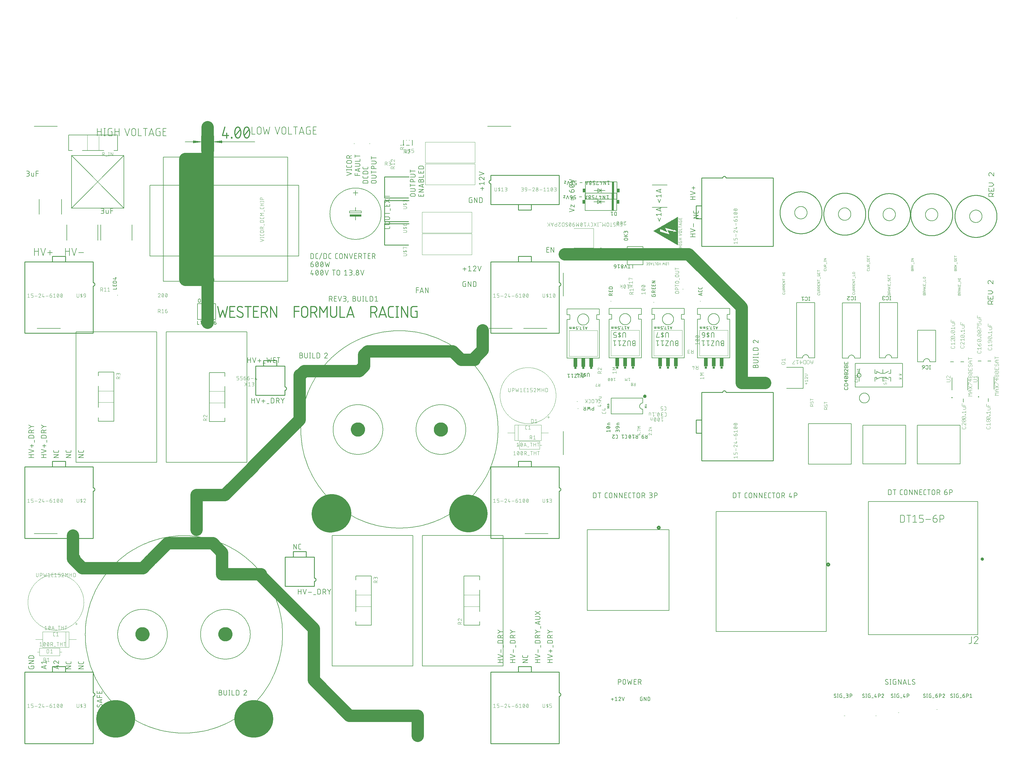
<source format=gto>
%MOIN*%
%OFA0B0*%
%FSLAX34Y34*%
%IPPOS*%
%LPD*%
%AMOC8*
5,1,8,0,0,$1,112.5*%
%AMOC80*
5,1,8,0,0,$1,22.5*%
%AMOC81*
5,1,8,0,0,$1,22.5*%
%AMOC80*
5,1,8,0,0,$1,22.5*%
%AMOC81*
5,1,8,0,0,$1,22.5*%
%AMOC80*
5,1,8,0,0,$1,112.5*%
%ADD10C,0.0030000000000000005*%
%ADD11C,0.006000000000000001*%
%ADD12C,0.005*%
%ADD13C,0.01*%
%ADD14C,0.002*%
%ADD15C,0.008*%
%ADD16C,0.004*%
%ADD17C,0.0078740157480314977*%
%ADD28C,0.006000000000000001*%
%ADD29C,0.02*%
%ADD30C,0.005*%
%ADD31C,0.01968503937007874*%
%ADD32C,0.008*%
%ADD33C,0*%
%ADD34C,0.006000000000000001*%
%ADD35C,0.15748031496062992*%
%ADD36C,0.47244094488188981*%
%ADD37C,0.1*%
%ADD38C,0.01*%
%ADD39C,0.004*%
%ADD40C,0.0047244094488188976*%
%ADD41C,0.005*%
%ADD42C,0.008*%
%ADD43C,0.00039370078740157485*%
%ADD44C,0.006000000000000001*%
%ADD45C,0.15748031496062992*%
%ADD46C,0.47244094488188981*%
%ADD47C,0.1*%
%ADD48C,0.01*%
%ADD49C,0.004*%
%ADD50C,0.0047244094488188976*%
%ADD51C,0.005*%
%ADD52C,0.008*%
%ADD53C,0.00039370078740157485*%
%ADD54C,0.0051181102362204732*%
%ADD55C,0.012000000000000002*%
%ADD56C,0.008*%
%ADD57C,0.006000000000000001*%
%ADD58C,0.15748031496062992*%
%ADD59C,0.004*%
%ADD60C,0.005*%
%ADD61C,0.00039370078740157485*%
%ADD62R,0.15000000000000002X0.025*%
%ADD63C,0.007000000000000001*%
%ADD64C,0.01*%
%ADD65R,0.0078740157480314977X0.0078740157480314977*%
%ADD66C,0.001*%
%ADD67C,0.0030000000000000005*%
%ADD68R,0.00070003937007874029X0.00070003937007874029*%
%ADD69R,0.00070003937007874029X0.00069980314960629917*%
%ADD70R,0.00070003937007874029X0.0013998425196850392*%
%ADD71R,0.00070003937007874029X0.0014001181102362204*%
%ADD72R,0.00070003937007874029X0.00209992125984252*%
%ADD73R,0.00069980314960629917X0.35770003937007872*%
%ADD74R,0.00070003937007874029X0.35700000000000004*%
%ADD75R,0.00069980314960629917X0.35559992125984252*%
%ADD76R,0.00070003937007874029X0.35559992125984252*%
%ADD77R,0.00070003937007874029X0.35420003937007877*%
%ADD78R,0.00069980314960629917X0.3535*%
%ADD79R,0.00070003937007874029X0.35279996062992131*%
%ADD80R,0.00069980314960629917X0.35209992125984257*%
%ADD81R,0.00070003937007874029X0.35139984251968509*%
%ADD82R,0.00070003937007874029X0.35000000000000003*%
%ADD83R,0.00069980314960629917X0.34929996062992125*%
%ADD84R,0.00070003937007874029X0.34859992125984252*%
%ADD85R,0.00069980314960629917X0.34790011811023624*%
%ADD86R,0.00070003937007874029X0.34720003937007871*%
%ADD87R,0.00070003937007874029X0.3457999606299213*%
%ADD88R,0.00069980314960629917X0.3457999606299213*%
%ADD89R,0.00070003937007874029X0.34439984251968508*%
%ADD90R,0.00069980314960629917X0.34439984251968508*%
%ADD91R,0.00070003937007874029X0.34299999999999997*%
%ADD92R,0.00070003937007874029X0.34159992125984256*%
%ADD93R,0.00069980314960629917X0.34159992125984256*%
%ADD94R,0.00070003937007874029X0.34020003937007876*%
%ADD95R,0.00069980314960629917X0.16590011811023622*%
%ADD96R,0.00069980314960629917X0.17289984251968507*%
%ADD97R,0.00070003937007874029X0.16520003937007877*%
%ADD98R,0.00070003937007874029X0.17219980314960631*%
%ADD99R,0.00070003937007874029X0.17149999999999999*%
%ADD100R,0.00069980314960629917X0.1645*%
%ADD101R,0.00069980314960629917X0.17079996062992128*%
%ADD102R,0.00070003937007874029X0.16309988188976379*%
%ADD103R,0.00070003937007874029X0.16939984251968504*%
%ADD104R,0.00069980314960629917X0.16309988188976379*%
%ADD105R,0.00069980314960629917X0.16869980314960631*%
%ADD106R,0.00070003937007874029X0.16239984251968506*%
%ADD107R,0.00070003937007874029X0.168*%
%ADD108R,0.00070003937007874029X0.16729996062992125*%
%ADD109R,0.00069980314960629917X0.16170003937007874*%
%ADD110R,0.00069980314960629917X0.16589984251968504*%
%ADD111R,0.00070003937007874029X0.16100000000000003*%
%ADD112R,0.00070003937007874029X0.1645*%
%ADD113R,0.00069980314960629917X0.16029996062992127*%
%ADD114R,0.00070003937007874029X0.15959992125984251*%
%ADD115R,0.00069980314960629917X0.15889984251968506*%
%ADD116R,0.00069980314960629917X0.1616998031496063*%
%ADD117R,0.00070003937007874029X0.15889984251968506*%
%ADD118R,0.00069980314960629917X0.1581998031496063*%
%ADD119R,0.00069980314960629917X0.15959992125984251*%
%ADD120R,0.00070003937007874029X0.15679996062992127*%
%ADD121R,0.00070003937007874029X0.15820003937007876*%
%ADD122R,0.00069980314960629917X0.15609992125984254*%
%ADD123R,0.00069980314960629917X0.15679996062992127*%
%ADD124R,0.00070003937007874029X0.15609992125984254*%
%ADD125R,0.00069980314960629917X0.15539984251968506*%
%ADD126R,0.00070003937007874029X0.154*%
%ADD127R,0.00070003937007874029X0.15470003937007873*%
%ADD128R,0.00070003937007874029X0.15329996062992127*%
%ADD129R,0.00069980314960629917X0.154*%
%ADD130R,0.00069980314960629917X0.15259992125984254*%
%ADD131R,0.00070003937007874029X0.15190011811023624*%
%ADD132R,0.00069980314960629917X0.15050000000000002*%
%ADD133R,0.00070003937007874029X0.15259992125984254*%
%ADD134R,0.00070003937007874029X0.15050000000000002*%
%ADD135R,0.00070003937007874029X0.15189984251968505*%
%ADD136R,0.00070003937007874029X0.14909992125984253*%
%ADD137R,0.00069980314960629917X0.14770003937007875*%
%ADD138R,0.00070003937007874029X0.14770003937007875*%
%ADD139R,0.00069980314960629917X0.14979996062992126*%
%ADD140R,0.00069980314960629917X0.14629996062992129*%
%ADD141R,0.00070003937007874029X0.14979996062992126*%
%ADD142R,0.00070003937007874029X0.14559992125984253*%
%ADD143R,0.00070003937007874029X0.14490007874015748*%
%ADD144R,0.00069980314960629917X0.14840011811023623*%
%ADD145R,0.00069980314960629917X0.14420003937007875*%
%ADD146R,0.00070003937007874029X0.14279996062992126*%
%ADD147R,0.00069980314960629917X0.14139984251968504*%
%ADD148R,0.00070003937007874029X0.14700000000000002*%
%ADD149R,0.00070003937007874029X0.14139984251968504*%
%ADD150R,0.00070003937007874029X0.14629996062992129*%
%ADD151R,0.00070003937007874029X0.14*%
%ADD152R,0.00069980314960629917X0.13929996062992125*%
%ADD153R,0.00070003937007874029X0.13859992125984252*%
%ADD154R,0.00069980314960629917X0.14419980314960631*%
%ADD155R,0.00069980314960629917X0.13720003937007874*%
%ADD156R,0.00070003937007874029X0.14489984251968505*%
%ADD157R,0.00070003937007874029X0.1365*%
%ADD158R,0.00070003937007874029X0.1435*%
%ADD159R,0.00070003937007874029X0.13509992125984255*%
%ADD160R,0.00069980314960629917X0.1435*%
%ADD161R,0.00069980314960629917X0.13509992125984255*%
%ADD162R,0.00070003937007874029X0.13369980314960631*%
%ADD163R,0.00069980314960629917X0.14279996062992126*%
%ADD164R,0.00069980314960629917X0.13369980314960631*%
%ADD165R,0.00070003937007874029X0.14209992125984253*%
%ADD166R,0.00070003937007874029X0.13229996062992125*%
%ADD167R,0.00070003937007874029X0.13089984251968506*%
%ADD168R,0.00069980314960629917X0.14070003937007874*%
%ADD169R,0.00069980314960629917X0.1301998031496063*%
%ADD170R,0.00070003937007874029X0.1295*%
%ADD171R,0.00069980314960629917X0.14*%
%ADD172R,0.00069980314960629917X0.00070003937007874029*%
%ADD173R,0.00069980314960629917X0.12879996062992127*%
%ADD174R,0.00070003937007874029X0.13929996062992125*%
%ADD175R,0.00070003937007874029X0.12739984251968503*%
%ADD176R,0.00070003937007874029X0.00279996062992126*%
%ADD177R,0.00070003937007874029X0.1266998031496063*%
%ADD178R,0.00069980314960629917X0.13859992125984252*%
%ADD179R,0.00069980314960629917X0.00420003937007874*%
%ADD180R,0.00069980314960629917X0.126*%
%ADD181R,0.00070003937007874029X0.13719980314960631*%
%ADD182R,0.00070003937007874029X0.0048998425196850395*%
%ADD183R,0.00070003937007874029X0.12459988188976379*%
%ADD184R,0.00069980314960629917X0.13719980314960631*%
%ADD185R,0.00069980314960629917X0.00209992125984252*%
%ADD186R,0.00069980314960629917X0.00559992125984252*%
%ADD187R,0.00069980314960629917X0.12459988188976379*%
%ADD188R,0.00070003937007874029X0.007000000000000001*%
%ADD189R,0.00070003937007874029X0.1231998031496063*%
%ADD190R,0.00070003937007874029X0.1225*%
%ADD191R,0.00069980314960629917X0.13579996062992128*%
%ADD192R,0.00069980314960629917X0.00839984251968504*%
%ADD193R,0.00069980314960629917X0.12179996062992127*%
%ADD194R,0.00070003937007874029X0.00420003937007874*%
%ADD195R,0.00070003937007874029X0.0097999606299212609*%
%ADD196R,0.00070003937007874029X0.12039984251968504*%
%ADD197R,0.00069980314960629917X0.13440011811023622*%
%ADD198R,0.00069980314960629917X0.0049001181102362205*%
%ADD199R,0.00069980314960629917X0.0105*%
%ADD200R,0.00069980314960629917X0.11970003937007875*%
%ADD201R,0.00070003937007874029X0.13370003937007874*%
%ADD202R,0.00070003937007874029X0.00559992125984252*%
%ADD203R,0.00070003937007874029X0.01120003937007874*%
%ADD204R,0.00070003937007874029X0.11900000000000001*%
%ADD205R,0.00069980314960629917X0.133*%
%ADD206R,0.00069980314960629917X0.00629996062992126*%
%ADD207R,0.00069980314960629917X0.13020003937007876*%
%ADD208R,0.00070003937007874029X0.13020003937007876*%
%ADD209R,0.00069980314960629917X0.13229996062992125*%
%ADD210R,0.00069980314960629917X0.0076998031496062994*%
%ADD211R,0.00070003937007874029X0.0077000393700787408*%
%ADD212R,0.00070003937007874029X0.12809992125984251*%
%ADD213R,0.00070003937007874029X0.0090999212598425212*%
%ADD214R,0.00069980314960629917X0.0097999606299212609*%
%ADD215R,0.00069980314960629917X0.12670003937007873*%
%ADD216R,0.00070003937007874029X0.12670003937007873*%
%ADD217R,0.00069980314960629917X0.1295*%
%ADD218R,0.00070003937007874029X0.12879996062992127*%
%ADD219R,0.00070003937007874029X0.0105*%
%ADD220R,0.00070003937007874029X0.12529996062992127*%
%ADD221R,0.00070003937007874029X0.011899842519685041*%
%ADD222R,0.00069980314960629917X0.12389984251968506*%
%ADD223R,0.00070003937007874029X0.14070003937007874*%
%ADD224R,0.00070003937007874029X0.12389984251968506*%
%ADD225R,0.00069980314960629917X0.1225*%
%ADD226R,0.00070003937007874029X0.12179996062992127*%
%ADD227R,0.00069980314960629917X0.12109992125984252*%
%ADD228R,0.00069980314960629917X0.13789984251968504*%
%ADD229R,0.00069980314960629917X0.12039984251968504*%
%ADD230R,0.00070003937007874029X0.11970003937007875*%
%ADD231R,0.00070003937007874029X0.13789984251968504*%
%ADD232R,0.00069980314960629917X0.11759992125984253*%
%ADD233R,0.00070003937007874029X0.11759992125984253*%
%ADD234R,0.00069980314960629917X0.1365*%
%ADD235R,0.00069980314960629917X0.11689984251968505*%
%ADD236R,0.00070003937007874029X0.11689984251968505*%
%ADD237R,0.00070003937007874029X0.1155*%
%ADD238R,0.00069980314960629917X0.1155*%
%ADD239R,0.00070003937007874029X0.13579996062992128*%
%ADD240R,0.00070003937007874029X0.11479996062992127*%
%ADD241R,0.00069980314960629917X0.11339984251968505*%
%ADD242R,0.00070003937007874029X0.11339984251968505*%
%ADD243R,0.00070003937007874029X0.13439984251968504*%
%ADD244R,0.00070003937007874029X0.11270003937007875*%
%ADD245R,0.00069980314960629917X0.13439984251968504*%
%ADD246R,0.00069980314960629917X0.11270003937007875*%
%ADD247R,0.00070003937007874029X0.13440011811023622*%
%ADD248R,0.00070003937007874029X0.11129996062992126*%
%ADD249R,0.00069980314960629917X0.13370003937007874*%
%ADD250R,0.00069980314960629917X0.11129996062992126*%
%ADD251R,0.00070003937007874029X0.11059992125984253*%
%ADD252R,0.00070003937007874029X0.133*%
%ADD253R,0.00070003937007874029X0.10989984251968506*%
%ADD254R,0.00069980314960629917X0.10920003937007874*%
%ADD255R,0.00070003937007874029X0.10850000000000001*%
%ADD256R,0.00069980314960629917X0.10850000000000001*%
%ADD257R,0.00070003937007874029X0.13159992125984252*%
%ADD258R,0.00070003937007874029X0.10709992125984252*%
%ADD259R,0.00070003937007874029X0.10639984251968504*%
%ADD260R,0.00069980314960629917X0.13159992125984252*%
%ADD261R,0.00069980314960629917X0.10639984251968504*%
%ADD262R,0.00070003937007874029X0.10569980314960631*%
%ADD263R,0.00069980314960629917X0.13089984251968506*%
%ADD264R,0.00069980314960629917X0.10569980314960631*%
%ADD265R,0.00070003937007874029X0.1301998031496063*%
%ADD266R,0.00070003937007874029X0.10429996062992127*%
%ADD267R,0.00069980314960629917X0.10359992125984253*%
%ADD268R,0.00070003937007874029X0.10220003937007874*%
%ADD269R,0.00069980314960629917X0.10220003937007874*%
%ADD270R,0.00070003937007874029X0.1015*%
%ADD271R,0.00070003937007874029X0.10079996062992126*%
%ADD272R,0.00069980314960629917X0.12809992125984251*%
%ADD273R,0.00069980314960629917X0.10009992125984252*%
%ADD274R,0.00070003937007874029X0.10009992125984252*%
%ADD275R,0.00069980314960629917X0.099399842519685047*%
%ADD276R,0.00070003937007874029X0.098699803149606316*%
%ADD277R,0.00070003937007874029X0.098*%
%ADD278R,0.00069980314960629917X0.1266998031496063*%
%ADD279R,0.00069980314960629917X0.097299960629921273*%
%ADD280R,0.00070003937007874029X0.096599921259842528*%
%ADD281R,0.00069980314960629917X0.09589984251968503*%
%ADD282R,0.00070003937007874029X0.09589984251968503*%
%ADD283R,0.00070003937007874029X0.0951998031496063*%
%ADD284R,0.00069980314960629917X0.094500000000000015*%
%ADD285R,0.00070003937007874029X0.093799960629921256*%
%ADD286R,0.00069980314960629917X0.093099881889763786*%
%ADD287R,0.00070003937007874029X0.093099881889763786*%
%ADD288R,0.00070003937007874029X0.091700039370078756*%
%ADD289R,0.00069980314960629917X0.074900118110236225*%
%ADD290R,0.00069980314960629917X0.046899842519685049*%
%ADD291R,0.00069980314960629917X0.091*%
%ADD292R,0.00070003937007874029X0.075599921259842523*%
%ADD293R,0.00070003937007874029X0.046200039370078744*%
%ADD294R,0.00070003937007874029X0.091*%
%ADD295R,0.00069980314960629917X0.074899842519685039*%
%ADD296R,0.00069980314960629917X0.044799960629921261*%
%ADD297R,0.00069980314960629917X0.090299960629921266*%
%ADD298R,0.00070003937007874029X0.074899842519685039*%
%ADD299R,0.00070003937007874029X0.042700039370078741*%
%ADD300R,0.00070003937007874029X0.089599921259842522*%
%ADD301R,0.00070003937007874029X0.074199803149606308*%
%ADD302R,0.00070003937007874029X0.042*%
%ADD303R,0.00070003937007874029X0.088899842519685038*%
%ADD304R,0.00069980314960629917X0.074200039370078741*%
%ADD305R,0.00069980314960629917X0.040599921259842527*%
%ADD306R,0.00069980314960629917X0.088899842519685038*%
%ADD307R,0.00070003937007874029X0.074200039370078741*%
%ADD308R,0.00070003937007874029X0.039200039370078744*%
%ADD309R,0.00070003937007874029X0.0881998031496063*%
%ADD310R,0.00069980314960629917X0.037799960629921261*%
%ADD311R,0.00069980314960629917X0.086799960629921263*%
%ADD312R,0.00070003937007874029X0.036400118110236225*%
%ADD313R,0.00070003937007874029X0.086799960629921263*%
%ADD314R,0.00070003937007874029X0.07350000000000001*%
%ADD315R,0.00070003937007874029X0.035*%
%ADD316R,0.00070003937007874029X0.08609988188976378*%
%ADD317R,0.00069980314960629917X0.07350000000000001*%
%ADD318R,0.00069980314960629917X0.034299960629921258*%
%ADD319R,0.00069980314960629917X0.085399842519685049*%
%ADD320R,0.00070003937007874029X0.032900118110236222*%
%ADD321R,0.00070003937007874029X0.08469980314960629*%
%ADD322R,0.00069980314960629917X0.072799960629921265*%
%ADD323R,0.00069980314960629917X0.0315*%
%ADD324R,0.00069980314960629917X0.084*%
%ADD325R,0.00070003937007874029X0.072799960629921265*%
%ADD326R,0.00070003937007874029X0.030099921259842524*%
%ADD327R,0.00070003937007874029X0.084*%
%ADD328R,0.00070003937007874029X0.02939984251968504*%
%ADD329R,0.00070003937007874029X0.082599921259842515*%
%ADD330R,0.00069980314960629917X0.028000000000000004*%
%ADD331R,0.00069980314960629917X0.082599921259842515*%
%ADD332R,0.00070003937007874029X0.07209992125984252*%
%ADD333R,0.00070003937007874029X0.026599921259842521*%
%ADD334R,0.00070003937007874029X0.081900078740157478*%
%ADD335R,0.00069980314960629917X0.07209992125984252*%
%ADD336R,0.00069980314960629917X0.025899842519685041*%
%ADD337R,0.00069980314960629917X0.081900078740157478*%
%ADD338R,0.00070003937007874029X0.023799960629921263*%
%ADD339R,0.00070003937007874029X0.080500000000000016*%
%ADD340R,0.00070003937007874029X0.071399842519685036*%
%ADD341R,0.00070003937007874029X0.023099921259842521*%
%ADD342R,0.00070003937007874029X0.079799960629921257*%
%ADD343R,0.00069980314960629917X0.071399842519685036*%
%ADD344R,0.00069980314960629917X0.021700039370078743*%
%ADD345R,0.00069980314960629917X0.079799960629921257*%
%ADD346R,0.00070003937007874029X0.020299960629921263*%
%ADD347R,0.00070003937007874029X0.079099921259842526*%
%ADD348R,0.00069980314960629917X0.018899842519685038*%
%ADD349R,0.00069980314960629917X0.078399842519685042*%
%ADD350R,0.00070003937007874029X0.070700039370078752*%
%ADD351R,0.00070003937007874029X0.0175*%
%ADD352R,0.00070003937007874029X0.077699803149606311*%
%ADD353R,0.00070003937007874029X0.016099921259842522*%
%ADD354R,0.00070003937007874029X0.077*%
%ADD355R,0.00069980314960629917X0.0706998031496063*%
%ADD356R,0.00069980314960629917X0.01539984251968504*%
%ADD357R,0.00069980314960629917X0.076299960629921268*%
%ADD358R,0.00070003937007874029X0.07*%
%ADD359R,0.00070003937007874029X0.014000000000000002*%
%ADD360R,0.00069980314960629917X0.07*%
%ADD361R,0.00069980314960629917X0.013299960629921261*%
%ADD362R,0.00069980314960629917X0.075599921259842523*%
%ADD363R,0.00070003937007874029X0.011199803149606299*%
%ADD364R,0.00069980314960629917X0.069299960629921262*%
%ADD365R,0.00069980314960629917X0.0090999212598425212*%
%ADD366R,0.00069980314960629917X0.007000000000000001*%
%ADD367R,0.00070003937007874029X0.068599921259842517*%
%ADD368R,0.00070003937007874029X0.071400118110236221*%
%ADD369R,0.00070003937007874029X0.06790007874015748*%
%ADD370R,0.00069980314960629917X0.068599921259842517*%
%ADD371R,0.00069980314960629917X0.00279996062992126*%
%ADD372R,0.00069980314960629917X0.070700039370078752*%
%ADD373R,0.00069980314960629917X0.067899842519685047*%
%ADD374R,0.00070003937007874029X0.067899842519685047*%
%ADD375R,0.00069980314960629917X0.067200039370078749*%
%ADD376R,0.00069980314960629917X0.0671998031496063*%
%ADD377R,0.00070003937007874029X0.067200039370078749*%
%ADD378R,0.00070003937007874029X0.0671998031496063*%
%ADD379R,0.00069980314960629917X0.0665*%
%ADD380R,0.00070003937007874029X0.065099921259842528*%
%ADD381R,0.00070003937007874029X0.0665*%
%ADD382R,0.00069980314960629917X0.064399842519685044*%
%ADD383R,0.00070003937007874029X0.064399842519685044*%
%ADD384R,0.00069980314960629917X0.065799960629921259*%
%ADD385R,0.00069980314960629917X0.063*%
%ADD386R,0.00070003937007874029X0.00629996062992126*%
%ADD387R,0.00070003937007874029X0.063*%
%ADD388R,0.00070003937007874029X0.065799960629921259*%
%ADD389R,0.00070003937007874029X0.062299960629921262*%
%ADD390R,0.00069980314960629917X0.065099921259842528*%
%ADD391R,0.00069980314960629917X0.061599921259842524*%
%ADD392R,0.00070003937007874029X0.060900118110236226*%
%ADD393R,0.00069980314960629917X0.060200039370078742*%
%ADD394R,0.00070003937007874029X0.060200039370078742*%
%ADD395R,0.00070003937007874029X0.012599921259842521*%
%ADD396R,0.00070003937007874029X0.059500000000000004*%
%ADD397R,0.00069980314960629917X0.058799960629921266*%
%ADD398R,0.00070003937007874029X0.014700039370078742*%
%ADD399R,0.00070003937007874029X0.058099921259842521*%
%ADD400R,0.00069980314960629917X0.063700039370078745*%
%ADD401R,0.00069980314960629917X0.057399842519685045*%
%ADD402R,0.00070003937007874029X0.063700039370078745*%
%ADD403R,0.00070003937007874029X0.0566998031496063*%
%ADD404R,0.00070003937007874029X0.0636998031496063*%
%ADD405R,0.00070003937007874029X0.056000000000000008*%
%ADD406R,0.00069980314960629917X0.0636998031496063*%
%ADD407R,0.00069980314960629917X0.01820003937007874*%
%ADD408R,0.00069980314960629917X0.055299960629921263*%
%ADD409R,0.00070003937007874029X0.019599921259842522*%
%ADD410R,0.00070003937007874029X0.055299960629921263*%
%ADD411R,0.00069980314960629917X0.020299960629921263*%
%ADD412R,0.00069980314960629917X0.054599921259842525*%
%ADD413R,0.00070003937007874029X0.0216998031496063*%
%ADD414R,0.00070003937007874029X0.053899842519685041*%
%ADD415R,0.00070003937007874029X0.021700039370078743*%
%ADD416R,0.00070003937007874029X0.053200039370078743*%
%ADD417R,0.00069980314960629917X0.062299960629921262*%
%ADD418R,0.00069980314960629917X0.023099921259842521*%
%ADD419R,0.00069980314960629917X0.053200039370078743*%
%ADD420R,0.00070003937007874029X0.051799960629921267*%
%ADD421R,0.00069980314960629917X0.025200039370078742*%
%ADD422R,0.00069980314960629917X0.051799960629921267*%
%ADD423R,0.00070003937007874029X0.061599921259842524*%
%ADD424R,0.00070003937007874029X0.025899842519685041*%
%ADD425R,0.00070003937007874029X0.051099881889763776*%
%ADD426R,0.00070003937007874029X0.04970003937007874*%
%ADD427R,0.00069980314960629917X0.028699803149606302*%
%ADD428R,0.00069980314960629917X0.04970003937007874*%
%ADD429R,0.00070003937007874029X0.060899842519685041*%
%ADD430R,0.00070003937007874029X0.028700039370078742*%
%ADD431R,0.00070003937007874029X0.049*%
%ADD432R,0.00069980314960629917X0.02939984251968504*%
%ADD433R,0.00069980314960629917X0.049*%
%ADD434R,0.00070003937007874029X0.030799960629921262*%
%ADD435R,0.00070003937007874029X0.04759988188976378*%
%ADD436R,0.00070003937007874029X0.0321998031496063*%
%ADD437R,0.00070003937007874029X0.046899842519685049*%
%ADD438R,0.00069980314960629917X0.032899842519685037*%
%ADD439R,0.00070003937007874029X0.0601998031496063*%
%ADD440R,0.00070003937007874029X0.03359992125984252*%
%ADD441R,0.00070003937007874029X0.046199803149606304*%
%ADD442R,0.00069980314960629917X0.0601998031496063*%
%ADD443R,0.00069980314960629917X0.035*%
%ADD444R,0.00069980314960629917X0.0455*%
%ADD445R,0.00070003937007874029X0.044799960629921261*%
%ADD446R,0.00070003937007874029X0.037099921259842523*%
%ADD447R,0.00069980314960629917X0.059500000000000004*%
%ADD448R,0.00069980314960629917X0.037099921259842523*%
%ADD449R,0.00069980314960629917X0.043399842519685039*%
%ADD450R,0.00070003937007874029X0.058799960629921266*%
%ADD451R,0.00070003937007874029X0.0385*%
%ADD452R,0.00069980314960629917X0.039200039370078744*%
%ADD453R,0.00069980314960629917X0.042700039370078741*%
%ADD454R,0.00070003937007874029X0.040599921259842527*%
%ADD455R,0.00070003937007874029X0.041299960629921258*%
%ADD456R,0.00069980314960629917X0.058099921259842521*%
%ADD457R,0.00069980314960629917X0.081200039370078747*%
%ADD458R,0.00070003937007874029X0.057399842519685045*%
%ADD459R,0.00069980314960629917X0.079099921259842526*%
%ADD460R,0.00070003937007874029X0.078399842519685042*%
%ADD461R,0.00069980314960629917X0.077699803149606311*%
%ADD462R,0.00070003937007874029X0.076299960629921268*%
%ADD463R,0.00069980314960629917X0.0566998031496063*%
%ADD464R,0.00070003937007874029X0.056700039370078739*%
%ADD465R,0.00069980314960629917X0.056000000000000008*%
%ADD466R,0.00069980314960629917X0.074199803149606308*%
%ADD467R,0.00070003937007874029X0.054599921259842525*%
%ADD468R,0.00070003937007874029X0.069299960629921262*%
%ADD469R,0.00069980314960629917X0.053899842519685041*%
%ADD470R,0.00070003937007874029X0.0531998031496063*%
%ADD471R,0.00070003937007874029X0.064400118110236229*%
%ADD472R,0.00069980314960629917X0.0525*%
%ADD473R,0.00070003937007874029X0.0525*%
%ADD474R,0.00069980314960629917X0.051099881889763776*%
%ADD475R,0.00069980314960629917X0.056700039370078739*%
%ADD476R,0.00069980314960629917X0.050399842519685045*%
%ADD477R,0.00069980314960629917X0.0531998031496063*%
%ADD478R,0.00070003937007874029X0.0496998031496063*%
%ADD479R,0.00070003937007874029X0.048299960629921264*%
%ADD480R,0.00069980314960629917X0.048299960629921264*%
%ADD481R,0.00070003937007874029X0.044099921259842523*%
%ADD482R,0.00069980314960629917X0.04759988188976378*%
%ADD483R,0.00070003937007874029X0.043399842519685039*%
%ADD484R,0.00069980314960629917X0.042*%
%ADD485R,0.00069980314960629917X0.046199803149606304*%
%ADD486R,0.00069980314960629917X0.039900118110236221*%
%ADD487R,0.00069980314960629917X0.046200039370078744*%
%ADD488R,0.00069980314960629917X0.0385*%
%ADD489R,0.00070003937007874029X0.037799960629921261*%
%ADD490R,0.00070003937007874029X0.0455*%
%ADD491R,0.00069980314960629917X0.035700039370078741*%
%ADD492R,0.00070003937007874029X0.035700039370078741*%
%ADD493R,0.00070003937007874029X0.034299960629921258*%
%ADD494R,0.00069980314960629917X0.032900118110236222*%
%ADD495R,0.00070003937007874029X0.032200039370078738*%
%ADD496R,0.00069980314960629917X0.044099921259842523*%
%ADD497R,0.00070003937007874029X0.028699803149606302*%
%ADD498R,0.00069980314960629917X0.0426998031496063*%
%ADD499R,0.00070003937007874029X0.0426998031496063*%
%ADD500R,0.00070003937007874029X0.027299960629921263*%
%ADD501R,0.00070003937007874029X0.0245*%
%ADD502R,0.00069980314960629917X0.023799960629921263*%
%ADD503R,0.00069980314960629917X0.041299960629921258*%
%ADD504R,0.00069980314960629917X0.022399842519685041*%
%ADD505R,0.00070003937007874029X0.021*%
%ADD506R,0.00069980314960629917X0.021*%
%ADD507R,0.00070003937007874029X0.095200039370078746*%
%ADD508R,0.00069980314960629917X0.093799960629921256*%
%ADD509R,0.00070003937007874029X0.092399842519685041*%
%ADD510R,0.00069980314960629917X0.092399842519685041*%
%ADD511R,0.00069980314960629917X0.089599921259842522*%
%ADD512R,0.00069980314960629917X0.088200039370078739*%
%ADD513R,0.00070003937007874029X0.08470003937007875*%
%ADD514R,0.00070003937007874029X0.081200039370078747*%
%ADD515R,0.00069980314960629917X0.077*%
%ADD516R,0.00070003937007874029X0.050399842519685045*%
%ADD517R,0.00070003937007874029X0.03639984251968504*%
%ADD518R,0.00069980314960629917X0.030799960629921262*%
%ADD519R,0.00070003937007874029X0.028000000000000004*%
%ADD520R,0.00069980314960629917X0.027299960629921263*%
%ADD521R,0.00070003937007874029X0.025200039370078742*%
%ADD522R,0.00069980314960629917X0.0245*%
%ADD523R,0.00070003937007874029X0.022399842519685041*%
%ADD524R,0.00069980314960629917X0.019599921259842522*%
%ADD525R,0.00070003937007874029X0.01820003937007874*%
%ADD526R,0.00070003937007874029X0.01679996062992126*%
%ADD527R,0.00069980314960629917X0.01679996062992126*%
%ADD528R,0.00070003937007874029X0.01539984251968504*%
%ADD529R,0.00070003937007874029X0.013299960629921261*%
%ADD530R,0.00069980314960629917X0.012599921259842521*%
%ADD531R,0.00069980314960629917X0.01120003937007874*%
%ADD532R,0.00070003937007874029X0.0035000000000000005*%
%ADD533C,0.006000000000000001*%
%ADD534C,0.15748031496062992*%
%ADD535C,0.004*%
%ADD536C,0.005*%
%ADD537C,0.008*%
%ADD538C,0.002*%
%ADD539R,0.030000000000000002X0.025*%
%ADD540R,0.05X0.11000000000000001*%
%ADD541C,0.01968503937007874*%
%ADD542C,0.0047244094488188976*%
%ADD543C,0.01*%
%ADD544R,0.0078740157480314977X0.0078740157480314977*%
%ADD545R,0.030000000000000002X0.22000000000000003*%
%ADD546R,0.035X0.05*%
%ADD547C,0.007000000000000001*%
G75*
G01*
D10*
X0099918Y0041566D02*
X0099554Y0041566D01*
X0099554Y0041748D01*
X0099614Y0041809D01*
X0099736Y0041809D01*
X0099796Y0041748D01*
X0099796Y0041566D01*
X0099796Y0041687D02*
X0099918Y0041809D01*
X0099614Y0042171D02*
X0099554Y0042111D01*
X0099554Y0041989D01*
X0099614Y0041929D01*
X0099675Y0041929D01*
X0099736Y0041989D01*
X0099736Y0042111D01*
X0099796Y0042171D01*
X0099857Y0042171D01*
X0099918Y0042111D01*
X0099918Y0041989D01*
X0099857Y0041929D01*
X0099918Y0042412D02*
X0099554Y0042412D01*
X0099554Y0042291D02*
X0099554Y0042534D01*
X0101346Y0041166D02*
X0101710Y0041166D01*
X0101346Y0041166D02*
X0101346Y0041348D01*
X0101406Y0041409D01*
X0101528Y0041409D01*
X0101588Y0041348D01*
X0101588Y0041166D01*
X0101588Y0041287D02*
X0101710Y0041409D01*
X0101406Y0041771D02*
X0101346Y0041711D01*
X0101346Y0041589D01*
X0101406Y0041529D01*
X0101467Y0041529D01*
X0101528Y0041589D01*
X0101528Y0041711D01*
X0101588Y0041771D01*
X0101649Y0041771D01*
X0101710Y0041711D01*
X0101710Y0041589D01*
X0101649Y0041529D01*
X0101710Y0042012D02*
X0101346Y0042012D01*
X0101346Y0041891D02*
X0101346Y0042134D01*
X0099036Y0044316D02*
X0099036Y0044559D01*
X0098914Y0044437D02*
X0099157Y0044437D01*
X0098975Y0044679D02*
X0098854Y0044800D01*
X0099218Y0044800D01*
X0099218Y0044679D02*
X0099218Y0044921D01*
X0099218Y0045041D02*
X0099218Y0045284D01*
X0099218Y0045041D02*
X0098975Y0045284D01*
X0098914Y0045284D01*
X0098854Y0045223D01*
X0098854Y0045102D01*
X0098914Y0045041D01*
X0098854Y0045404D02*
X0099096Y0045404D01*
X0099218Y0045525D01*
X0099096Y0045646D01*
X0098854Y0045646D01*
X0105461Y0045598D02*
X0105522Y0045659D01*
X0105461Y0045598D02*
X0105461Y0045477D01*
X0105522Y0045416D01*
X0105765Y0045416D01*
X0105825Y0045477D01*
X0105825Y0045598D01*
X0105765Y0045659D01*
X0105825Y0045779D02*
X0105461Y0045779D01*
X0105643Y0045779D02*
X0105643Y0046021D01*
X0105461Y0046021D02*
X0105825Y0046021D01*
X0105583Y0046141D02*
X0105461Y0046262D01*
X0105825Y0046262D01*
X0105825Y0046141D02*
X0105825Y0046384D01*
X0105272Y0044859D02*
X0105211Y0044798D01*
X0105211Y0044677D01*
X0105272Y0044616D01*
X0105515Y0044616D01*
X0105575Y0044677D01*
X0105575Y0044798D01*
X0105515Y0044859D01*
X0105575Y0044979D02*
X0105211Y0044979D01*
X0105393Y0044979D02*
X0105393Y0045221D01*
X0105211Y0045221D02*
X0105575Y0045221D01*
X0105333Y0045341D02*
X0105211Y0045462D01*
X0105575Y0045462D01*
X0105575Y0045341D02*
X0105575Y0045584D01*
X0108865Y0044498D02*
X0108926Y0044559D01*
X0108865Y0044498D02*
X0108865Y0044377D01*
X0108926Y0044316D01*
X0108987Y0044316D01*
X0109047Y0044377D01*
X0109047Y0044498D01*
X0109108Y0044559D01*
X0109169Y0044559D01*
X0109229Y0044498D01*
X0109229Y0044377D01*
X0109169Y0044316D01*
X0109229Y0044800D02*
X0108865Y0044800D01*
X0108865Y0044679D02*
X0108865Y0044921D01*
X0108865Y0045223D02*
X0108926Y0045284D01*
X0108865Y0045223D02*
X0108865Y0045102D01*
X0108926Y0045041D01*
X0108987Y0045041D01*
X0109047Y0045102D01*
X0109047Y0045223D01*
X0109108Y0045284D01*
X0109169Y0045284D01*
X0109229Y0045223D01*
X0109229Y0045102D01*
X0109169Y0045041D01*
X0096096Y0055960D02*
X0096048Y0055911D01*
X0096048Y0055814D01*
X0096096Y0055766D01*
X0096290Y0055766D01*
X0096338Y0055814D01*
X0096338Y0055911D01*
X0096290Y0055960D01*
X0096290Y0056061D02*
X0096048Y0056061D01*
X0096290Y0056061D02*
X0096338Y0056109D01*
X0096338Y0056206D01*
X0096290Y0056254D01*
X0096048Y0056254D01*
X0096048Y0056355D02*
X0096338Y0056355D01*
X0096048Y0056355D02*
X0096048Y0056500D01*
X0096096Y0056549D01*
X0096193Y0056549D01*
X0096241Y0056500D01*
X0096241Y0056355D01*
X0096241Y0056452D02*
X0096338Y0056549D01*
X0096338Y0056650D02*
X0096048Y0056650D01*
X0096048Y0056795D01*
X0096096Y0056844D01*
X0096193Y0056844D01*
X0096241Y0056795D01*
X0096241Y0056650D01*
X0096241Y0056747D02*
X0096338Y0056844D01*
X0096048Y0056945D02*
X0096048Y0057138D01*
X0096048Y0056945D02*
X0096338Y0056945D01*
X0096338Y0057138D01*
X0096193Y0057041D02*
X0096193Y0056945D01*
X0096338Y0057239D02*
X0096048Y0057239D01*
X0096338Y0057433D01*
X0096048Y0057433D01*
X0096048Y0057631D02*
X0096338Y0057631D01*
X0096048Y0057534D02*
X0096048Y0057727D01*
X0096048Y0058123D02*
X0096338Y0058123D01*
X0096193Y0058123D02*
X0096193Y0058317D01*
X0096048Y0058317D02*
X0096338Y0058317D01*
X0096338Y0058418D02*
X0096338Y0058515D01*
X0096338Y0058466D02*
X0096048Y0058466D01*
X0096048Y0058418D02*
X0096048Y0058515D01*
X0100475Y0055811D02*
X0100524Y0055860D01*
X0100475Y0055811D02*
X0100475Y0055714D01*
X0100524Y0055666D01*
X0100717Y0055666D01*
X0100766Y0055714D01*
X0100766Y0055811D01*
X0100717Y0055860D01*
X0100717Y0055961D02*
X0100475Y0055961D01*
X0100717Y0055961D02*
X0100766Y0056009D01*
X0100766Y0056106D01*
X0100717Y0056154D01*
X0100475Y0056154D01*
X0100475Y0056255D02*
X0100766Y0056255D01*
X0100475Y0056255D02*
X0100475Y0056400D01*
X0100524Y0056449D01*
X0100620Y0056449D01*
X0100669Y0056400D01*
X0100669Y0056255D01*
X0100669Y0056352D02*
X0100766Y0056449D01*
X0100766Y0056550D02*
X0100475Y0056550D01*
X0100475Y0056695D01*
X0100524Y0056744D01*
X0100620Y0056744D01*
X0100669Y0056695D01*
X0100669Y0056550D01*
X0100669Y0056647D02*
X0100766Y0056744D01*
X0100475Y0056845D02*
X0100475Y0057038D01*
X0100475Y0056845D02*
X0100766Y0056845D01*
X0100766Y0057038D01*
X0100620Y0056941D02*
X0100620Y0056845D01*
X0100766Y0057139D02*
X0100475Y0057139D01*
X0100766Y0057333D01*
X0100475Y0057333D01*
X0100475Y0057531D02*
X0100766Y0057531D01*
X0100475Y0057434D02*
X0100475Y0057627D01*
X0100814Y0057729D02*
X0100814Y0057922D01*
X0100524Y0058217D02*
X0100475Y0058168D01*
X0100475Y0058072D01*
X0100524Y0058023D01*
X0100572Y0058023D01*
X0100620Y0058072D01*
X0100620Y0058168D01*
X0100669Y0058217D01*
X0100717Y0058217D01*
X0100766Y0058168D01*
X0100766Y0058072D01*
X0100717Y0058023D01*
X0100475Y0058318D02*
X0100475Y0058511D01*
X0100475Y0058318D02*
X0100766Y0058318D01*
X0100766Y0058511D01*
X0100620Y0058415D02*
X0100620Y0058318D01*
X0100766Y0058709D02*
X0100475Y0058709D01*
X0100475Y0058613D02*
X0100475Y0058806D01*
X0104914Y0055861D02*
X0104962Y0055910D01*
X0104914Y0055861D02*
X0104914Y0055764D01*
X0104962Y0055716D01*
X0105155Y0055716D01*
X0105204Y0055764D01*
X0105204Y0055861D01*
X0105155Y0055910D01*
X0105155Y0056011D02*
X0104914Y0056011D01*
X0105155Y0056011D02*
X0105204Y0056059D01*
X0105204Y0056156D01*
X0105155Y0056204D01*
X0104914Y0056204D01*
X0104914Y0056305D02*
X0105204Y0056305D01*
X0104914Y0056305D02*
X0104914Y0056450D01*
X0104962Y0056499D01*
X0105059Y0056499D01*
X0105107Y0056450D01*
X0105107Y0056305D01*
X0105107Y0056402D02*
X0105204Y0056499D01*
X0105204Y0056600D02*
X0104914Y0056600D01*
X0104914Y0056745D01*
X0104962Y0056794D01*
X0105059Y0056794D01*
X0105107Y0056745D01*
X0105107Y0056600D01*
X0105107Y0056697D02*
X0105204Y0056794D01*
X0104914Y0056895D02*
X0104914Y0057088D01*
X0104914Y0056895D02*
X0105204Y0056895D01*
X0105204Y0057088D01*
X0105059Y0056991D02*
X0105059Y0056895D01*
X0105204Y0057189D02*
X0104914Y0057189D01*
X0105204Y0057383D01*
X0104914Y0057383D01*
X0104914Y0057581D02*
X0105204Y0057581D01*
X0104914Y0057484D02*
X0104914Y0057677D01*
X0105252Y0057779D02*
X0105252Y0057972D01*
X0105204Y0058073D02*
X0104914Y0058073D01*
X0105204Y0058073D02*
X0105204Y0058267D01*
X0104914Y0058416D02*
X0104914Y0058513D01*
X0104914Y0058416D02*
X0104962Y0058368D01*
X0105155Y0058368D01*
X0105204Y0058416D01*
X0105204Y0058513D01*
X0105155Y0058561D01*
X0104962Y0058561D01*
X0104914Y0058513D01*
X0109391Y0055666D02*
X0109681Y0055666D01*
X0109391Y0055666D02*
X0109391Y0055811D01*
X0109439Y0055860D01*
X0109488Y0055860D01*
X0109536Y0055811D01*
X0109585Y0055860D01*
X0109633Y0055860D01*
X0109681Y0055811D01*
X0109681Y0055666D01*
X0109536Y0055666D02*
X0109536Y0055811D01*
X0109681Y0055961D02*
X0109391Y0055961D01*
X0109391Y0056106D01*
X0109439Y0056154D01*
X0109536Y0056154D01*
X0109585Y0056106D01*
X0109585Y0055961D01*
X0109585Y0056057D02*
X0109681Y0056154D01*
X0109681Y0056255D02*
X0109488Y0056255D01*
X0109391Y0056352D01*
X0109488Y0056449D01*
X0109681Y0056449D01*
X0109536Y0056449D02*
X0109536Y0056255D01*
X0109391Y0056550D02*
X0109681Y0056550D01*
X0109585Y0056550D02*
X0109391Y0056744D01*
X0109536Y0056598D02*
X0109681Y0056744D01*
X0109391Y0056845D02*
X0109391Y0057038D01*
X0109391Y0056845D02*
X0109681Y0056845D01*
X0109681Y0057038D01*
X0109536Y0056941D02*
X0109536Y0056845D01*
X0109730Y0057139D02*
X0109730Y0057333D01*
X0109439Y0057627D02*
X0109391Y0057579D01*
X0109391Y0057482D01*
X0109439Y0057434D01*
X0109488Y0057434D01*
X0109536Y0057482D01*
X0109536Y0057579D01*
X0109585Y0057627D01*
X0109633Y0057627D01*
X0109681Y0057579D01*
X0109681Y0057482D01*
X0109633Y0057434D01*
X0109391Y0057729D02*
X0109391Y0057922D01*
X0109391Y0057729D02*
X0109681Y0057729D01*
X0109681Y0057922D01*
X0109536Y0057825D02*
X0109536Y0057729D01*
X0109681Y0058120D02*
X0109391Y0058120D01*
X0109391Y0058217D02*
X0109391Y0058023D01*
X0113869Y0055666D02*
X0114159Y0055666D01*
X0113869Y0055666D02*
X0113869Y0055811D01*
X0113917Y0055860D01*
X0113965Y0055860D01*
X0114014Y0055811D01*
X0114062Y0055860D01*
X0114111Y0055860D01*
X0114159Y0055811D01*
X0114159Y0055666D01*
X0114014Y0055666D02*
X0114014Y0055811D01*
X0114159Y0055961D02*
X0113869Y0055961D01*
X0113869Y0056106D01*
X0113917Y0056154D01*
X0114014Y0056154D01*
X0114062Y0056106D01*
X0114062Y0055961D01*
X0114062Y0056057D02*
X0114159Y0056154D01*
X0114159Y0056255D02*
X0113965Y0056255D01*
X0113869Y0056352D01*
X0113965Y0056449D01*
X0114159Y0056449D01*
X0114014Y0056449D02*
X0114014Y0056255D01*
X0113869Y0056550D02*
X0114159Y0056550D01*
X0114062Y0056550D02*
X0113869Y0056744D01*
X0114014Y0056598D02*
X0114159Y0056744D01*
X0113869Y0056845D02*
X0113869Y0057038D01*
X0113869Y0056845D02*
X0114159Y0056845D01*
X0114159Y0057038D01*
X0114014Y0056941D02*
X0114014Y0056845D01*
X0114207Y0057139D02*
X0114207Y0057333D01*
X0114159Y0057434D02*
X0113869Y0057434D01*
X0114159Y0057434D02*
X0114159Y0057627D01*
X0113869Y0057777D02*
X0113869Y0057874D01*
X0113869Y0057777D02*
X0113917Y0057729D01*
X0114111Y0057729D01*
X0114159Y0057777D01*
X0114159Y0057874D01*
X0114111Y0057922D01*
X0113917Y0057922D01*
X0113869Y0057874D01*
X0118296Y0055616D02*
X0118586Y0055616D01*
X0118296Y0055616D02*
X0118296Y0055761D01*
X0118345Y0055810D01*
X0118393Y0055810D01*
X0118441Y0055761D01*
X0118490Y0055810D01*
X0118538Y0055810D01*
X0118586Y0055761D01*
X0118586Y0055616D01*
X0118441Y0055616D02*
X0118441Y0055761D01*
X0118586Y0055911D02*
X0118296Y0055911D01*
X0118296Y0056056D01*
X0118345Y0056104D01*
X0118441Y0056104D01*
X0118490Y0056056D01*
X0118490Y0055911D01*
X0118490Y0056007D02*
X0118586Y0056104D01*
X0118586Y0056205D02*
X0118393Y0056205D01*
X0118296Y0056302D01*
X0118393Y0056399D01*
X0118586Y0056399D01*
X0118441Y0056399D02*
X0118441Y0056205D01*
X0118296Y0056500D02*
X0118586Y0056500D01*
X0118490Y0056500D02*
X0118296Y0056694D01*
X0118441Y0056548D02*
X0118586Y0056694D01*
X0118296Y0056795D02*
X0118296Y0056988D01*
X0118296Y0056795D02*
X0118586Y0056795D01*
X0118586Y0056988D01*
X0118441Y0056891D02*
X0118441Y0056795D01*
X0118635Y0057089D02*
X0118635Y0057283D01*
X0118586Y0057384D02*
X0118296Y0057384D01*
X0118441Y0057384D02*
X0118441Y0057577D01*
X0118296Y0057577D02*
X0118586Y0057577D01*
X0118586Y0057679D02*
X0118586Y0057775D01*
X0118586Y0057727D02*
X0118296Y0057727D01*
X0118296Y0057679D02*
X0118296Y0057775D01*
X0101337Y0058916D02*
X0101289Y0058869D01*
X0101289Y0058774D01*
X0101337Y0058726D01*
X0101527Y0058726D01*
X0101574Y0058774D01*
X0101574Y0058869D01*
X0101527Y0058916D01*
X0101527Y0059016D02*
X0101289Y0059016D01*
X0101527Y0059016D02*
X0101574Y0059064D01*
X0101574Y0059159D01*
X0101527Y0059206D01*
X0101289Y0059206D01*
X0101289Y0059306D02*
X0101574Y0059306D01*
X0101289Y0059306D02*
X0101289Y0059449D01*
X0101337Y0059496D01*
X0101432Y0059496D01*
X0101479Y0059449D01*
X0101479Y0059306D01*
X0101479Y0059401D02*
X0101574Y0059496D01*
X0101622Y0059596D02*
X0101622Y0059786D01*
X0101574Y0059886D02*
X0101574Y0059981D01*
X0101574Y0059934D02*
X0101289Y0059934D01*
X0101289Y0059886D02*
X0101289Y0059981D01*
X0101289Y0060080D02*
X0101574Y0060080D01*
X0101574Y0060270D02*
X0101289Y0060080D01*
X0101289Y0060270D02*
X0101574Y0060270D01*
X0106762Y0058869D02*
X0106809Y0058916D01*
X0106762Y0058869D02*
X0106762Y0058774D01*
X0106809Y0058726D01*
X0106999Y0058726D01*
X0107047Y0058774D01*
X0107047Y0058869D01*
X0106999Y0058916D01*
X0106999Y0059016D02*
X0106762Y0059016D01*
X0106999Y0059016D02*
X0107047Y0059064D01*
X0107047Y0059159D01*
X0106999Y0059206D01*
X0106762Y0059206D01*
X0106762Y0059306D02*
X0107047Y0059306D01*
X0106762Y0059306D02*
X0106762Y0059449D01*
X0106809Y0059496D01*
X0106904Y0059496D01*
X0106952Y0059449D01*
X0106952Y0059306D01*
X0106952Y0059401D02*
X0107047Y0059496D01*
X0107094Y0059596D02*
X0107094Y0059786D01*
X0106809Y0060077D02*
X0106762Y0060029D01*
X0106762Y0059934D01*
X0106809Y0059886D01*
X0106857Y0059886D01*
X0106904Y0059934D01*
X0106904Y0060029D01*
X0106952Y0060077D01*
X0106999Y0060077D01*
X0107047Y0060029D01*
X0107047Y0059934D01*
X0106999Y0059886D01*
X0106762Y0060176D02*
X0106762Y0060367D01*
X0106762Y0060176D02*
X0107047Y0060176D01*
X0107047Y0060367D01*
X0106904Y0060271D02*
X0106904Y0060176D01*
X0107047Y0060561D02*
X0106762Y0060561D01*
X0106762Y0060466D02*
X0106762Y0060657D01*
X0112352Y0058726D02*
X0112637Y0058726D01*
X0112352Y0058726D02*
X0112352Y0058869D01*
X0112400Y0058916D01*
X0112447Y0058916D01*
X0112495Y0058869D01*
X0112542Y0058916D01*
X0112590Y0058916D01*
X0112637Y0058869D01*
X0112637Y0058726D01*
X0112495Y0058726D02*
X0112495Y0058869D01*
X0112637Y0059016D02*
X0112352Y0059016D01*
X0112352Y0059159D01*
X0112400Y0059206D01*
X0112495Y0059206D01*
X0112542Y0059159D01*
X0112542Y0059016D01*
X0112542Y0059111D02*
X0112637Y0059206D01*
X0112637Y0059306D02*
X0112352Y0059306D01*
X0112542Y0059306D02*
X0112352Y0059496D01*
X0112495Y0059354D02*
X0112637Y0059496D01*
X0112685Y0059596D02*
X0112685Y0059786D01*
X0112637Y0059886D02*
X0112637Y0059981D01*
X0112637Y0059934D02*
X0112352Y0059934D01*
X0112352Y0059886D02*
X0112352Y0059981D01*
X0112352Y0060080D02*
X0112637Y0060080D01*
X0112637Y0060270D02*
X0112352Y0060080D01*
X0112352Y0060270D02*
X0112637Y0060270D01*
X0117825Y0058726D02*
X0118110Y0058726D01*
X0117825Y0058726D02*
X0117825Y0058869D01*
X0117872Y0058916D01*
X0117920Y0058916D01*
X0117967Y0058869D01*
X0118015Y0058916D01*
X0118062Y0058916D01*
X0118110Y0058869D01*
X0118110Y0058726D01*
X0117967Y0058726D02*
X0117967Y0058869D01*
X0118110Y0059016D02*
X0117825Y0059016D01*
X0117825Y0059159D01*
X0117872Y0059206D01*
X0117967Y0059206D01*
X0118015Y0059159D01*
X0118015Y0059016D01*
X0118015Y0059111D02*
X0118110Y0059206D01*
X0118110Y0059306D02*
X0117825Y0059306D01*
X0118015Y0059306D02*
X0117825Y0059496D01*
X0117967Y0059354D02*
X0118110Y0059496D01*
X0118157Y0059596D02*
X0118157Y0059786D01*
X0117872Y0060077D02*
X0117825Y0060029D01*
X0117825Y0059934D01*
X0117872Y0059886D01*
X0117920Y0059886D01*
X0117967Y0059934D01*
X0117967Y0060029D01*
X0118015Y0060077D01*
X0118062Y0060077D01*
X0118110Y0060029D01*
X0118110Y0059934D01*
X0118062Y0059886D01*
X0117825Y0060176D02*
X0117825Y0060367D01*
X0117825Y0060176D02*
X0118110Y0060176D01*
X0118110Y0060367D01*
X0117967Y0060271D02*
X0117967Y0060176D01*
X0118110Y0060561D02*
X0117825Y0060561D01*
X0117825Y0060466D02*
X0117825Y0060657D01*
D11*
X0122101Y0054481D02*
X0122742Y0054481D01*
X0122101Y0054481D02*
X0122101Y0054802D01*
X0122208Y0054909D01*
X0122421Y0054909D01*
X0122528Y0054802D01*
X0122528Y0054481D01*
X0122528Y0054695D02*
X0122742Y0054909D01*
X0122101Y0055126D02*
X0122101Y0055553D01*
X0122101Y0055126D02*
X0122742Y0055126D01*
X0122742Y0055553D01*
X0122421Y0055340D02*
X0122421Y0055126D01*
X0122528Y0055771D02*
X0122101Y0055771D01*
X0122528Y0055771D02*
X0122742Y0055984D01*
X0122528Y0056198D01*
X0122101Y0056198D01*
X0122742Y0057060D02*
X0122742Y0057487D01*
X0122742Y0057060D02*
X0122315Y0057487D01*
X0122208Y0057487D01*
X0122101Y0057380D01*
X0122101Y0057166D01*
X0122208Y0057060D01*
X0122201Y0068131D02*
X0122842Y0068131D01*
X0122201Y0068131D02*
X0122201Y0068452D01*
X0122308Y0068559D01*
X0122521Y0068559D01*
X0122628Y0068452D01*
X0122628Y0068131D01*
X0122628Y0068345D02*
X0122842Y0068559D01*
X0122201Y0068776D02*
X0122201Y0069203D01*
X0122201Y0068776D02*
X0122842Y0068776D01*
X0122842Y0069203D01*
X0122521Y0068990D02*
X0122521Y0068776D01*
X0122628Y0069421D02*
X0122201Y0069421D01*
X0122628Y0069421D02*
X0122842Y0069634D01*
X0122628Y0069848D01*
X0122201Y0069848D01*
X0122842Y0070710D02*
X0122842Y0071137D01*
X0122842Y0070710D02*
X0122415Y0071137D01*
X0122308Y0071137D01*
X0122201Y0071030D01*
X0122201Y0070816D01*
X0122308Y0070710D01*
D12*
X0098377Y0065293D02*
X0098358Y0065293D01*
X0098338Y0065294D01*
X0098319Y0065295D01*
X0098300Y0065297D01*
X0098281Y0065299D01*
X0098262Y0065301D01*
X0098242Y0065304D01*
X0098223Y0065308D01*
X0098205Y0065312D01*
X0098186Y0065316D01*
X0098167Y0065321D01*
X0098148Y0065327D01*
X0098130Y0065333D01*
X0098112Y0065339D01*
X0098094Y0065346D01*
X0098076Y0065353D01*
X0098058Y0065360D01*
X0098040Y0065368D01*
X0098023Y0065377D01*
X0098006Y0065386D01*
X0097989Y0065395D01*
X0097972Y0065405D01*
X0097956Y0065415D01*
X0097940Y0065426D01*
X0097924Y0065436D01*
X0097908Y0065448D01*
X0097893Y0065459D01*
X0097878Y0065472D01*
X0097863Y0065484D01*
X0097848Y0065497D01*
X0097834Y0065510D01*
X0097820Y0065523D01*
X0097807Y0065537D01*
X0097794Y0065551D01*
X0097781Y0065566D01*
X0097768Y0065581D01*
X0097756Y0065596D01*
X0097745Y0065611D01*
X0097733Y0065627D01*
X0097722Y0065643D01*
X0097712Y0065659D01*
X0097702Y0065675D01*
X0097692Y0065692D01*
X0097683Y0065709D01*
X0097674Y0065726D01*
X0097665Y0065744D01*
X0097657Y0065761D01*
X0097650Y0065779D01*
X0097642Y0065797D01*
X0097636Y0065815D01*
X0097629Y0065833D01*
X0097624Y0065852D01*
X0097618Y0065870D01*
X0097613Y0065889D01*
X0097609Y0065908D01*
X0097605Y0065927D01*
X0097601Y0065946D01*
X0097598Y0065965D01*
X0097596Y0065984D01*
X0097593Y0066003D01*
X0097592Y0066022D01*
X0097591Y0066042D01*
X0097590Y0066061D01*
X0097590Y0066080D01*
X0097590Y0066100D01*
X0097591Y0066119D01*
X0097592Y0066138D01*
X0097593Y0066157D01*
X0097596Y0066177D01*
X0097598Y0066196D01*
X0097601Y0066215D01*
X0097605Y0066234D01*
X0097609Y0066253D01*
X0097613Y0066272D01*
X0097618Y0066290D01*
X0097624Y0066309D01*
X0097629Y0066327D01*
X0097636Y0066345D01*
X0097642Y0066364D01*
X0097650Y0066382D01*
X0097657Y0066399D01*
X0097665Y0066417D01*
X0097674Y0066434D01*
X0097683Y0066451D01*
X0097692Y0066468D01*
X0097702Y0066485D01*
X0097712Y0066501D01*
X0097722Y0066518D01*
X0097733Y0066534D01*
X0097745Y0066549D01*
X0097756Y0066565D01*
X0097768Y0066580D01*
X0097781Y0066595D01*
X0097794Y0066609D01*
X0097807Y0066623D01*
X0097820Y0066637D01*
X0097834Y0066650D01*
X0097848Y0066664D01*
X0097863Y0066676D01*
X0097878Y0066689D01*
X0097893Y0066701D01*
X0097908Y0066713D01*
X0097924Y0066724D01*
X0097940Y0066735D01*
X0097956Y0066745D01*
X0097972Y0066756D01*
X0097989Y0066765D01*
X0098006Y0066775D01*
X0098023Y0066783D01*
X0098040Y0066792D01*
X0098058Y0066800D01*
X0098076Y0066808D01*
X0098094Y0066815D01*
X0098112Y0066822D01*
X0098130Y0066828D01*
X0098148Y0066834D01*
X0098167Y0066839D01*
X0098186Y0066844D01*
X0098205Y0066848D01*
X0098223Y0066852D01*
X0098242Y0066856D01*
X0098262Y0066859D01*
X0098281Y0066862D01*
X0098300Y0066864D01*
X0098319Y0066865D01*
X0098338Y0066867D01*
X0098358Y0066867D01*
X0098377Y0066868D01*
X0098396Y0066867D01*
X0098416Y0066867D01*
X0098435Y0066865D01*
X0098454Y0066864D01*
X0098473Y0066862D01*
X0098493Y0066859D01*
X0098512Y0066856D01*
X0098531Y0066852D01*
X0098550Y0066848D01*
X0098568Y0066844D01*
X0098587Y0066839D01*
X0098606Y0066834D01*
X0098624Y0066828D01*
X0098642Y0066822D01*
X0098660Y0066815D01*
X0098678Y0066808D01*
X0098696Y0066800D01*
X0098714Y0066792D01*
X0098731Y0066783D01*
X0098748Y0066775D01*
X0098765Y0066765D01*
X0098782Y0066756D01*
X0098798Y0066745D01*
X0098815Y0066735D01*
X0098830Y0066724D01*
X0098846Y0066713D01*
X0098862Y0066701D01*
X0098877Y0066689D01*
X0098891Y0066676D01*
X0098906Y0066664D01*
X0098920Y0066650D01*
X0098934Y0066637D01*
X0098947Y0066623D01*
X0098960Y0066609D01*
X0098973Y0066595D01*
X0098986Y0066580D01*
X0098998Y0066565D01*
X0099010Y0066549D01*
X0099021Y0066534D01*
X0099032Y0066518D01*
X0099042Y0066501D01*
X0099052Y0066485D01*
X0099062Y0066468D01*
X0099071Y0066451D01*
X0099080Y0066434D01*
X0099089Y0066417D01*
X0099097Y0066399D01*
X0099105Y0066382D01*
X0099112Y0066364D01*
X0099118Y0066345D01*
X0099125Y0066327D01*
X0099131Y0066309D01*
X0099136Y0066290D01*
X0099141Y0066272D01*
X0099145Y0066253D01*
X0099149Y0066234D01*
X0099153Y0066215D01*
X0099156Y0066196D01*
X0099159Y0066177D01*
X0099161Y0066157D01*
X0099162Y0066138D01*
X0099164Y0066119D01*
X0099164Y0066100D01*
X0099164Y0066080D01*
X0099164Y0066061D01*
X0099164Y0066042D01*
X0099162Y0066022D01*
X0099161Y0066003D01*
X0099159Y0065984D01*
X0099156Y0065965D01*
X0099153Y0065946D01*
X0099149Y0065927D01*
X0099145Y0065908D01*
X0099141Y0065889D01*
X0099136Y0065870D01*
X0099131Y0065852D01*
X0099125Y0065833D01*
X0099118Y0065815D01*
X0099112Y0065797D01*
X0099105Y0065779D01*
X0099097Y0065761D01*
X0099089Y0065744D01*
X0099080Y0065726D01*
X0099071Y0065709D01*
X0099062Y0065692D01*
X0099052Y0065675D01*
X0099042Y0065659D01*
X0099032Y0065643D01*
X0099021Y0065627D01*
X0099010Y0065611D01*
X0098998Y0065596D01*
X0098986Y0065581D01*
X0098973Y0065566D01*
X0098960Y0065551D01*
X0098947Y0065537D01*
X0098934Y0065523D01*
X0098920Y0065510D01*
X0098906Y0065497D01*
X0098891Y0065484D01*
X0098877Y0065472D01*
X0098862Y0065459D01*
X0098846Y0065448D01*
X0098830Y0065436D01*
X0098815Y0065426D01*
X0098798Y0065415D01*
X0098782Y0065405D01*
X0098765Y0065395D01*
X0098748Y0065386D01*
X0098731Y0065377D01*
X0098714Y0065368D01*
X0098696Y0065360D01*
X0098678Y0065353D01*
X0098660Y0065346D01*
X0098642Y0065339D01*
X0098624Y0065333D01*
X0098606Y0065327D01*
X0098587Y0065321D01*
X0098568Y0065316D01*
X0098550Y0065312D01*
X0098531Y0065308D01*
X0098512Y0065304D01*
X0098493Y0065301D01*
X0098473Y0065299D01*
X0098454Y0065297D01*
X0098435Y0065295D01*
X0098416Y0065294D01*
X0098396Y0065293D01*
X0098377Y0065293D01*
D13*
X0098377Y0063423D02*
X0098312Y0063423D01*
X0098247Y0063426D01*
X0098182Y0063430D01*
X0098117Y0063436D01*
X0098052Y0063443D01*
X0097987Y0063451D01*
X0097923Y0063462D01*
X0097859Y0063474D01*
X0097795Y0063487D01*
X0097731Y0063502D01*
X0097668Y0063519D01*
X0097606Y0063537D01*
X0097543Y0063557D01*
X0097482Y0063578D01*
X0097421Y0063601D01*
X0097360Y0063625D01*
X0097300Y0063651D01*
X0097241Y0063678D01*
X0097182Y0063706D01*
X0097124Y0063737D01*
X0097067Y0063768D01*
X0097011Y0063801D01*
X0096955Y0063835D01*
X0096901Y0063871D01*
X0096847Y0063907D01*
X0096794Y0063946D01*
X0096742Y0063985D01*
X0096691Y0064026D01*
X0096641Y0064068D01*
X0096592Y0064111D01*
X0096545Y0064156D01*
X0096498Y0064201D01*
X0096452Y0064248D01*
X0096408Y0064296D01*
X0096365Y0064344D01*
X0096323Y0064394D01*
X0096282Y0064445D01*
X0096243Y0064497D01*
X0096204Y0064550D01*
X0096167Y0064604D01*
X0096132Y0064658D01*
X0096098Y0064714D01*
X0096065Y0064770D01*
X0096033Y0064827D01*
X0096003Y0064885D01*
X0095975Y0064944D01*
X0095948Y0065003D01*
X0095922Y0065063D01*
X0095898Y0065124D01*
X0095875Y0065185D01*
X0095854Y0065247D01*
X0095834Y0065309D01*
X0095816Y0065371D01*
X0095799Y0065435D01*
X0095784Y0065498D01*
X0095771Y0065562D01*
X0095759Y0065626D01*
X0095748Y0065690D01*
X0095740Y0065755D01*
X0095732Y0065820D01*
X0095727Y0065885D01*
X0095723Y0065950D01*
X0095720Y0066015D01*
X0095720Y0066080D01*
X0095720Y0066145D01*
X0095723Y0066211D01*
X0095727Y0066276D01*
X0095732Y0066341D01*
X0095740Y0066406D01*
X0095748Y0066470D01*
X0095759Y0066535D01*
X0095771Y0066599D01*
X0095784Y0066662D01*
X0095799Y0066726D01*
X0095816Y0066789D01*
X0095834Y0066852D01*
X0095854Y0066914D01*
X0095875Y0066975D01*
X0095898Y0067037D01*
X0095922Y0067097D01*
X0095948Y0067157D01*
X0095975Y0067216D01*
X0096003Y0067275D01*
X0096033Y0067333D01*
X0096065Y0067390D01*
X0096098Y0067446D01*
X0096132Y0067502D01*
X0096167Y0067557D01*
X0096204Y0067610D01*
X0096243Y0067663D01*
X0096282Y0067715D01*
X0096323Y0067766D01*
X0096365Y0067816D01*
X0096408Y0067865D01*
X0096452Y0067913D01*
X0096498Y0067959D01*
X0096545Y0068005D01*
X0096592Y0068049D01*
X0096641Y0068092D01*
X0096691Y0068134D01*
X0096742Y0068175D01*
X0096794Y0068215D01*
X0096847Y0068253D01*
X0096901Y0068290D01*
X0096955Y0068325D01*
X0097011Y0068360D01*
X0097067Y0068392D01*
X0097124Y0068424D01*
X0097182Y0068454D01*
X0097241Y0068483D01*
X0097300Y0068510D01*
X0097360Y0068535D01*
X0097421Y0068560D01*
X0097482Y0068582D01*
X0097543Y0068604D01*
X0097606Y0068623D01*
X0097668Y0068641D01*
X0097731Y0068658D01*
X0097795Y0068673D01*
X0097859Y0068687D01*
X0097923Y0068699D01*
X0097987Y0068709D01*
X0098052Y0068718D01*
X0098117Y0068725D01*
X0098182Y0068730D01*
X0098247Y0068735D01*
X0098312Y0068737D01*
X0098377Y0068738D01*
X0098442Y0068737D01*
X0098507Y0068735D01*
X0098573Y0068730D01*
X0098638Y0068725D01*
X0098702Y0068718D01*
X0098767Y0068709D01*
X0098831Y0068699D01*
X0098896Y0068687D01*
X0098959Y0068673D01*
X0099023Y0068658D01*
X0099086Y0068641D01*
X0099148Y0068623D01*
X0099211Y0068604D01*
X0099272Y0068582D01*
X0099333Y0068560D01*
X0099394Y0068535D01*
X0099454Y0068510D01*
X0099513Y0068483D01*
X0099572Y0068454D01*
X0099630Y0068424D01*
X0099687Y0068392D01*
X0099743Y0068360D01*
X0099799Y0068325D01*
X0099853Y0068290D01*
X0099907Y0068253D01*
X0099960Y0068215D01*
X0100012Y0068175D01*
X0100063Y0068134D01*
X0100113Y0068092D01*
X0100162Y0068049D01*
X0100210Y0068005D01*
X0100256Y0067959D01*
X0100302Y0067913D01*
X0100346Y0067865D01*
X0100389Y0067816D01*
X0100431Y0067766D01*
X0100472Y0067715D01*
X0100512Y0067663D01*
X0100550Y0067610D01*
X0100587Y0067557D01*
X0100622Y0067502D01*
X0100656Y0067446D01*
X0100689Y0067390D01*
X0100721Y0067333D01*
X0100751Y0067275D01*
X0100779Y0067216D01*
X0100807Y0067157D01*
X0100832Y0067097D01*
X0100856Y0067037D01*
X0100879Y0066975D01*
X0100900Y0066914D01*
X0100920Y0066852D01*
X0100938Y0066789D01*
X0100955Y0066726D01*
X0100970Y0066662D01*
X0100983Y0066599D01*
X0100995Y0066535D01*
X0101006Y0066470D01*
X0101015Y0066406D01*
X0101022Y0066341D01*
X0101027Y0066276D01*
X0101031Y0066211D01*
X0101034Y0066145D01*
X0101035Y0066080D01*
X0101034Y0066015D01*
X0101031Y0065950D01*
X0101027Y0065885D01*
X0101022Y0065820D01*
X0101015Y0065755D01*
X0101006Y0065690D01*
X0100995Y0065626D01*
X0100983Y0065562D01*
X0100970Y0065498D01*
X0100955Y0065435D01*
X0100938Y0065371D01*
X0100920Y0065309D01*
X0100900Y0065247D01*
X0100879Y0065185D01*
X0100856Y0065124D01*
X0100832Y0065063D01*
X0100807Y0065003D01*
X0100779Y0064944D01*
X0100751Y0064885D01*
X0100721Y0064827D01*
X0100689Y0064770D01*
X0100656Y0064714D01*
X0100622Y0064658D01*
X0100587Y0064604D01*
X0100550Y0064550D01*
X0100512Y0064497D01*
X0100472Y0064445D01*
X0100431Y0064394D01*
X0100389Y0064344D01*
X0100346Y0064296D01*
X0100302Y0064248D01*
X0100256Y0064201D01*
X0100210Y0064156D01*
X0100162Y0064111D01*
X0100113Y0064068D01*
X0100063Y0064026D01*
X0100012Y0063985D01*
X0099960Y0063946D01*
X0099907Y0063907D01*
X0099853Y0063871D01*
X0099799Y0063835D01*
X0099743Y0063801D01*
X0099687Y0063768D01*
X0099630Y0063737D01*
X0099572Y0063706D01*
X0099513Y0063678D01*
X0099454Y0063651D01*
X0099394Y0063625D01*
X0099333Y0063601D01*
X0099272Y0063578D01*
X0099211Y0063557D01*
X0099148Y0063537D01*
X0099086Y0063519D01*
X0099023Y0063502D01*
X0098959Y0063487D01*
X0098896Y0063474D01*
X0098831Y0063462D01*
X0098767Y0063451D01*
X0098702Y0063443D01*
X0098638Y0063436D01*
X0098573Y0063430D01*
X0098507Y0063426D01*
X0098442Y0063423D01*
X0098377Y0063423D01*
D12*
X0114951Y0065043D02*
X0114931Y0065043D01*
X0114912Y0065044D01*
X0114893Y0065045D01*
X0114874Y0065047D01*
X0114854Y0065049D01*
X0114835Y0065051D01*
X0114816Y0065054D01*
X0114797Y0065058D01*
X0114778Y0065062D01*
X0114759Y0065066D01*
X0114741Y0065071D01*
X0114722Y0065077D01*
X0114704Y0065083D01*
X0114685Y0065089D01*
X0114667Y0065096D01*
X0114649Y0065103D01*
X0114632Y0065110D01*
X0114614Y0065118D01*
X0114597Y0065127D01*
X0114580Y0065136D01*
X0114563Y0065145D01*
X0114546Y0065155D01*
X0114529Y0065165D01*
X0114513Y0065176D01*
X0114497Y0065186D01*
X0114482Y0065198D01*
X0114466Y0065209D01*
X0114451Y0065222D01*
X0114436Y0065234D01*
X0114422Y0065247D01*
X0114408Y0065260D01*
X0114394Y0065273D01*
X0114380Y0065287D01*
X0114367Y0065301D01*
X0114354Y0065316D01*
X0114342Y0065331D01*
X0114330Y0065346D01*
X0114318Y0065361D01*
X0114307Y0065377D01*
X0114296Y0065393D01*
X0114285Y0065409D01*
X0114275Y0065425D01*
X0114266Y0065442D01*
X0114256Y0065459D01*
X0114247Y0065476D01*
X0114239Y0065494D01*
X0114231Y0065511D01*
X0114223Y0065529D01*
X0114216Y0065547D01*
X0114209Y0065565D01*
X0114203Y0065583D01*
X0114197Y0065602D01*
X0114192Y0065620D01*
X0114187Y0065639D01*
X0114182Y0065658D01*
X0114178Y0065677D01*
X0114175Y0065696D01*
X0114172Y0065715D01*
X0114169Y0065734D01*
X0114167Y0065753D01*
X0114165Y0065772D01*
X0114164Y0065792D01*
X0114164Y0065811D01*
X0114163Y0065830D01*
X0114164Y0065850D01*
X0114164Y0065869D01*
X0114165Y0065888D01*
X0114167Y0065907D01*
X0114169Y0065927D01*
X0114172Y0065946D01*
X0114175Y0065965D01*
X0114178Y0065984D01*
X0114182Y0066003D01*
X0114187Y0066022D01*
X0114192Y0066040D01*
X0114197Y0066059D01*
X0114203Y0066077D01*
X0114209Y0066095D01*
X0114216Y0066114D01*
X0114223Y0066132D01*
X0114231Y0066149D01*
X0114239Y0066167D01*
X0114247Y0066184D01*
X0114256Y0066201D01*
X0114266Y0066218D01*
X0114275Y0066235D01*
X0114285Y0066251D01*
X0114296Y0066268D01*
X0114307Y0066284D01*
X0114318Y0066299D01*
X0114330Y0066315D01*
X0114342Y0066330D01*
X0114354Y0066345D01*
X0114367Y0066359D01*
X0114380Y0066373D01*
X0114394Y0066387D01*
X0114408Y0066400D01*
X0114422Y0066414D01*
X0114436Y0066426D01*
X0114451Y0066439D01*
X0114466Y0066451D01*
X0114482Y0066463D01*
X0114497Y0066474D01*
X0114513Y0066485D01*
X0114529Y0066495D01*
X0114546Y0066506D01*
X0114563Y0066515D01*
X0114580Y0066525D01*
X0114597Y0066534D01*
X0114614Y0066542D01*
X0114632Y0066550D01*
X0114649Y0066558D01*
X0114667Y0066565D01*
X0114685Y0066572D01*
X0114704Y0066578D01*
X0114722Y0066584D01*
X0114741Y0066589D01*
X0114759Y0066594D01*
X0114778Y0066598D01*
X0114797Y0066602D01*
X0114816Y0066606D01*
X0114835Y0066609D01*
X0114854Y0066612D01*
X0114874Y0066614D01*
X0114893Y0066615D01*
X0114912Y0066617D01*
X0114931Y0066617D01*
X0114951Y0066618D01*
X0114970Y0066617D01*
X0114989Y0066617D01*
X0115009Y0066615D01*
X0115028Y0066614D01*
X0115047Y0066612D01*
X0115066Y0066609D01*
X0115085Y0066606D01*
X0115104Y0066602D01*
X0115123Y0066598D01*
X0115142Y0066594D01*
X0115161Y0066589D01*
X0115179Y0066584D01*
X0115198Y0066578D01*
X0115216Y0066572D01*
X0115234Y0066565D01*
X0115252Y0066558D01*
X0115270Y0066550D01*
X0115287Y0066542D01*
X0115305Y0066534D01*
X0115322Y0066525D01*
X0115339Y0066515D01*
X0115355Y0066506D01*
X0115372Y0066495D01*
X0115388Y0066485D01*
X0115404Y0066474D01*
X0115420Y0066463D01*
X0115435Y0066451D01*
X0115450Y0066439D01*
X0115465Y0066426D01*
X0115479Y0066414D01*
X0115494Y0066400D01*
X0115507Y0066387D01*
X0115521Y0066373D01*
X0115534Y0066359D01*
X0115547Y0066345D01*
X0115559Y0066330D01*
X0115571Y0066315D01*
X0115583Y0066299D01*
X0115594Y0066284D01*
X0115605Y0066268D01*
X0115616Y0066251D01*
X0115626Y0066235D01*
X0115636Y0066218D01*
X0115645Y0066201D01*
X0115654Y0066184D01*
X0115662Y0066167D01*
X0115671Y0066149D01*
X0115678Y0066132D01*
X0115685Y0066114D01*
X0115692Y0066095D01*
X0115698Y0066077D01*
X0115704Y0066059D01*
X0115710Y0066040D01*
X0115715Y0066022D01*
X0115719Y0066003D01*
X0115723Y0065984D01*
X0115727Y0065965D01*
X0115730Y0065946D01*
X0115732Y0065927D01*
X0115734Y0065907D01*
X0115736Y0065888D01*
X0115737Y0065869D01*
X0115738Y0065850D01*
X0115738Y0065830D01*
X0115738Y0065811D01*
X0115737Y0065792D01*
X0115736Y0065772D01*
X0115734Y0065753D01*
X0115732Y0065734D01*
X0115730Y0065715D01*
X0115727Y0065696D01*
X0115723Y0065677D01*
X0115719Y0065658D01*
X0115715Y0065639D01*
X0115710Y0065620D01*
X0115704Y0065602D01*
X0115698Y0065583D01*
X0115692Y0065565D01*
X0115685Y0065547D01*
X0115678Y0065529D01*
X0115671Y0065511D01*
X0115662Y0065494D01*
X0115654Y0065476D01*
X0115645Y0065459D01*
X0115636Y0065442D01*
X0115626Y0065425D01*
X0115616Y0065409D01*
X0115605Y0065393D01*
X0115594Y0065377D01*
X0115583Y0065361D01*
X0115571Y0065346D01*
X0115559Y0065331D01*
X0115547Y0065316D01*
X0115534Y0065301D01*
X0115521Y0065287D01*
X0115507Y0065273D01*
X0115494Y0065260D01*
X0115479Y0065247D01*
X0115465Y0065234D01*
X0115450Y0065222D01*
X0115435Y0065209D01*
X0115420Y0065198D01*
X0115404Y0065186D01*
X0115388Y0065176D01*
X0115372Y0065165D01*
X0115355Y0065155D01*
X0115339Y0065145D01*
X0115322Y0065136D01*
X0115305Y0065127D01*
X0115287Y0065118D01*
X0115270Y0065110D01*
X0115252Y0065103D01*
X0115234Y0065096D01*
X0115216Y0065089D01*
X0115198Y0065083D01*
X0115179Y0065077D01*
X0115161Y0065071D01*
X0115142Y0065066D01*
X0115123Y0065062D01*
X0115104Y0065058D01*
X0115085Y0065054D01*
X0115066Y0065051D01*
X0115047Y0065049D01*
X0115028Y0065047D01*
X0115009Y0065045D01*
X0114989Y0065044D01*
X0114970Y0065043D01*
X0114951Y0065043D01*
D13*
X0114951Y0063173D02*
X0114885Y0063174D01*
X0114820Y0063176D01*
X0114755Y0063180D01*
X0114690Y0063186D01*
X0114625Y0063193D01*
X0114561Y0063202D01*
X0114496Y0063212D01*
X0114432Y0063224D01*
X0114368Y0063237D01*
X0114305Y0063252D01*
X0114242Y0063269D01*
X0114179Y0063287D01*
X0114117Y0063307D01*
X0114055Y0063328D01*
X0113994Y0063351D01*
X0113934Y0063375D01*
X0113874Y0063401D01*
X0113814Y0063428D01*
X0113756Y0063456D01*
X0113698Y0063487D01*
X0113641Y0063518D01*
X0113584Y0063551D01*
X0113529Y0063585D01*
X0113474Y0063621D01*
X0113420Y0063657D01*
X0113368Y0063696D01*
X0113316Y0063735D01*
X0113265Y0063776D01*
X0113215Y0063818D01*
X0113166Y0063861D01*
X0113118Y0063906D01*
X0113072Y0063951D01*
X0113026Y0063998D01*
X0112982Y0064046D01*
X0112938Y0064094D01*
X0112896Y0064144D01*
X0112856Y0064195D01*
X0112816Y0064247D01*
X0112778Y0064300D01*
X0112741Y0064354D01*
X0112705Y0064408D01*
X0112671Y0064464D01*
X0112638Y0064520D01*
X0112607Y0064577D01*
X0112577Y0064635D01*
X0112548Y0064694D01*
X0112521Y0064753D01*
X0112495Y0064813D01*
X0112471Y0064874D01*
X0112449Y0064935D01*
X0112427Y0064997D01*
X0112408Y0065059D01*
X0112389Y0065121D01*
X0112373Y0065185D01*
X0112358Y0065248D01*
X0112344Y0065312D01*
X0112332Y0065376D01*
X0112322Y0065440D01*
X0112313Y0065505D01*
X0112306Y0065570D01*
X0112300Y0065635D01*
X0112296Y0065700D01*
X0112294Y0065765D01*
X0112293Y0065830D01*
X0112294Y0065895D01*
X0112296Y0065961D01*
X0112300Y0066026D01*
X0112306Y0066091D01*
X0112313Y0066155D01*
X0112322Y0066220D01*
X0112332Y0066285D01*
X0112344Y0066349D01*
X0112358Y0066412D01*
X0112373Y0066476D01*
X0112389Y0066539D01*
X0112408Y0066602D01*
X0112427Y0066664D01*
X0112449Y0066725D01*
X0112471Y0066787D01*
X0112495Y0066847D01*
X0112521Y0066907D01*
X0112548Y0066966D01*
X0112577Y0067025D01*
X0112607Y0067083D01*
X0112638Y0067140D01*
X0112671Y0067196D01*
X0112705Y0067252D01*
X0112741Y0067307D01*
X0112778Y0067360D01*
X0112816Y0067413D01*
X0112856Y0067465D01*
X0112896Y0067516D01*
X0112938Y0067566D01*
X0112982Y0067615D01*
X0113026Y0067663D01*
X0113072Y0067709D01*
X0113118Y0067755D01*
X0113166Y0067799D01*
X0113215Y0067842D01*
X0113265Y0067884D01*
X0113316Y0067925D01*
X0113368Y0067965D01*
X0113420Y0068003D01*
X0113474Y0068040D01*
X0113529Y0068075D01*
X0113584Y0068110D01*
X0113641Y0068142D01*
X0113698Y0068174D01*
X0113756Y0068204D01*
X0113814Y0068232D01*
X0113874Y0068260D01*
X0113934Y0068285D01*
X0113994Y0068310D01*
X0114055Y0068332D01*
X0114117Y0068354D01*
X0114179Y0068373D01*
X0114242Y0068391D01*
X0114305Y0068408D01*
X0114368Y0068423D01*
X0114432Y0068437D01*
X0114496Y0068449D01*
X0114561Y0068459D01*
X0114625Y0068468D01*
X0114690Y0068475D01*
X0114755Y0068480D01*
X0114820Y0068485D01*
X0114885Y0068487D01*
X0114951Y0068488D01*
X0115016Y0068487D01*
X0115081Y0068485D01*
X0115146Y0068480D01*
X0115211Y0068475D01*
X0115276Y0068468D01*
X0115341Y0068459D01*
X0115405Y0068449D01*
X0115469Y0068437D01*
X0115533Y0068423D01*
X0115596Y0068408D01*
X0115659Y0068391D01*
X0115722Y0068373D01*
X0115784Y0068354D01*
X0115846Y0068332D01*
X0115907Y0068310D01*
X0115968Y0068285D01*
X0116028Y0068260D01*
X0116087Y0068232D01*
X0116146Y0068204D01*
X0116203Y0068174D01*
X0116261Y0068142D01*
X0116317Y0068110D01*
X0116372Y0068075D01*
X0116427Y0068040D01*
X0116481Y0068003D01*
X0116534Y0067965D01*
X0116586Y0067925D01*
X0116637Y0067884D01*
X0116686Y0067842D01*
X0116735Y0067799D01*
X0116783Y0067755D01*
X0116830Y0067709D01*
X0116875Y0067663D01*
X0116920Y0067615D01*
X0116963Y0067566D01*
X0117005Y0067516D01*
X0117046Y0067465D01*
X0117085Y0067413D01*
X0117123Y0067360D01*
X0117160Y0067307D01*
X0117196Y0067252D01*
X0117230Y0067196D01*
X0117263Y0067140D01*
X0117294Y0067083D01*
X0117324Y0067025D01*
X0117353Y0066966D01*
X0117380Y0066907D01*
X0117406Y0066847D01*
X0117430Y0066787D01*
X0117453Y0066725D01*
X0117474Y0066664D01*
X0117494Y0066602D01*
X0117512Y0066539D01*
X0117529Y0066476D01*
X0117544Y0066412D01*
X0117557Y0066349D01*
X0117569Y0066285D01*
X0117579Y0066220D01*
X0117588Y0066155D01*
X0117595Y0066091D01*
X0117601Y0066026D01*
X0117605Y0065961D01*
X0117607Y0065895D01*
X0117608Y0065830D01*
X0117607Y0065765D01*
X0117605Y0065700D01*
X0117601Y0065635D01*
X0117595Y0065570D01*
X0117588Y0065505D01*
X0117579Y0065440D01*
X0117569Y0065376D01*
X0117557Y0065312D01*
X0117544Y0065248D01*
X0117529Y0065185D01*
X0117512Y0065121D01*
X0117494Y0065059D01*
X0117474Y0064997D01*
X0117453Y0064935D01*
X0117430Y0064874D01*
X0117406Y0064813D01*
X0117380Y0064753D01*
X0117353Y0064694D01*
X0117324Y0064635D01*
X0117294Y0064577D01*
X0117263Y0064520D01*
X0117230Y0064464D01*
X0117196Y0064408D01*
X0117160Y0064354D01*
X0117123Y0064300D01*
X0117085Y0064247D01*
X0117046Y0064195D01*
X0117005Y0064144D01*
X0116963Y0064094D01*
X0116920Y0064046D01*
X0116875Y0063998D01*
X0116830Y0063951D01*
X0116783Y0063906D01*
X0116735Y0063861D01*
X0116686Y0063818D01*
X0116637Y0063776D01*
X0116586Y0063735D01*
X0116534Y0063696D01*
X0116481Y0063657D01*
X0116427Y0063621D01*
X0116372Y0063585D01*
X0116317Y0063551D01*
X0116261Y0063518D01*
X0116203Y0063487D01*
X0116146Y0063456D01*
X0116087Y0063428D01*
X0116028Y0063401D01*
X0115968Y0063375D01*
X0115907Y0063351D01*
X0115846Y0063328D01*
X0115784Y0063307D01*
X0115722Y0063287D01*
X0115659Y0063269D01*
X0115596Y0063252D01*
X0115533Y0063237D01*
X0115469Y0063224D01*
X0115405Y0063212D01*
X0115341Y0063202D01*
X0115276Y0063193D01*
X0115211Y0063186D01*
X0115146Y0063180D01*
X0115081Y0063176D01*
X0115016Y0063174D01*
X0114951Y0063173D01*
D12*
X0105748Y0045231D02*
X0105742Y0045231D01*
X0105736Y0045231D01*
X0105730Y0045231D01*
X0105723Y0045232D01*
X0105717Y0045233D01*
X0105711Y0045233D01*
X0105705Y0045234D01*
X0105699Y0045236D01*
X0105692Y0045237D01*
X0105686Y0045238D01*
X0105680Y0045240D01*
X0105674Y0045242D01*
X0105668Y0045244D01*
X0105662Y0045246D01*
X0105657Y0045248D01*
X0105651Y0045250D01*
X0105645Y0045253D01*
X0105639Y0045256D01*
X0105634Y0045258D01*
X0105628Y0045261D01*
X0105623Y0045264D01*
X0105617Y0045268D01*
X0105612Y0045271D01*
X0105607Y0045274D01*
X0105602Y0045278D01*
X0105597Y0045282D01*
X0105592Y0045286D01*
X0105587Y0045290D01*
X0105582Y0045294D01*
X0105578Y0045298D01*
X0105573Y0045302D01*
X0105569Y0045307D01*
X0105565Y0045311D01*
X0105560Y0045316D01*
X0105556Y0045321D01*
X0105552Y0045325D01*
X0105548Y0045330D01*
X0105545Y0045335D01*
X0105541Y0045341D01*
X0105538Y0045346D01*
X0105534Y0045351D01*
X0105531Y0045357D01*
X0105528Y0045362D01*
X0105525Y0045368D01*
X0105523Y0045373D01*
X0105520Y0045379D01*
X0105517Y0045385D01*
X0105515Y0045390D01*
X0105513Y0045396D01*
X0105511Y0045402D01*
X0105509Y0045408D01*
X0105507Y0045414D01*
X0105506Y0045420D01*
X0105504Y0045426D01*
X0105503Y0045432D01*
X0105502Y0045439D01*
X0105501Y0045445D01*
X0105500Y0045451D01*
X0105499Y0045457D01*
X0105499Y0045463D01*
X0105499Y0045470D01*
X0105498Y0045476D01*
X0105498Y0045482D01*
X0105498Y0045488D01*
X0105499Y0045495D01*
X0105499Y0045501D01*
X0105500Y0045507D01*
X0105500Y0045513D01*
X0105501Y0045520D01*
X0105502Y0045526D01*
X0105504Y0045532D01*
X0105505Y0045538D01*
X0105507Y0045544D01*
X0105508Y0045550D01*
X0105510Y0045556D01*
X0105512Y0045562D01*
X0105514Y0045568D01*
X0105516Y0045574D01*
X0105519Y0045580D01*
X0105521Y0045585D01*
X0105524Y0045591D01*
X0105527Y0045596D01*
X0105530Y0045602D01*
X0105533Y0045607D01*
X0105536Y0045613D01*
X0105539Y0045618D01*
X0105543Y0045623D01*
X0105547Y0045628D01*
X0105550Y0045633D01*
X0105554Y0045638D01*
X0105558Y0045643D01*
X0105562Y0045648D01*
X0105567Y0045652D01*
X0105571Y0045657D01*
X0105575Y0045661D01*
X0105580Y0045665D01*
X0105585Y0045670D01*
X0105590Y0045674D01*
X0105594Y0045678D01*
X0105599Y0045681D01*
X0105604Y0045685D01*
X0105610Y0045689D01*
X0105615Y0045692D01*
X0105620Y0045695D01*
X0105626Y0045698D01*
X0105631Y0045701D01*
X0105637Y0045704D01*
X0105642Y0045707D01*
X0105648Y0045710D01*
X0105654Y0045712D01*
X0105660Y0045714D01*
X0105665Y0045716D01*
X0105671Y0045718D01*
X0105677Y0045720D01*
X0105683Y0045722D01*
X0105689Y0045724D01*
X0105696Y0045725D01*
X0105702Y0045726D01*
X0105708Y0045727D01*
X0105714Y0045728D01*
X0105720Y0045729D01*
X0105726Y0045730D01*
X0105733Y0045730D01*
X0105739Y0045730D01*
X0105745Y0045731D01*
X0105751Y0045731D01*
X0105758Y0045730D01*
X0105764Y0045730D01*
X0105770Y0045730D01*
X0105776Y0045729D01*
X0105783Y0045728D01*
X0105789Y0045727D01*
X0105795Y0045726D01*
X0105801Y0045725D01*
X0105807Y0045724D01*
X0105813Y0045722D01*
X0105819Y0045720D01*
X0105825Y0045718D01*
X0105831Y0045716D01*
X0105837Y0045714D01*
X0105843Y0045712D01*
X0105849Y0045710D01*
X0105854Y0045707D01*
X0105860Y0045704D01*
X0105866Y0045701D01*
X0105871Y0045698D01*
X0105876Y0045695D01*
X0105882Y0045692D01*
X0105887Y0045689D01*
X0105892Y0045685D01*
X0105897Y0045681D01*
X0105902Y0045678D01*
X0105907Y0045674D01*
X0105912Y0045670D01*
X0105917Y0045665D01*
X0105921Y0045661D01*
X0105926Y0045657D01*
X0105930Y0045652D01*
X0105934Y0045648D01*
X0105938Y0045643D01*
X0105942Y0045638D01*
X0105946Y0045633D01*
X0105950Y0045628D01*
X0105954Y0045623D01*
X0105957Y0045618D01*
X0105961Y0045613D01*
X0105964Y0045607D01*
X0105967Y0045602D01*
X0105970Y0045596D01*
X0105973Y0045591D01*
X0105975Y0045585D01*
X0105978Y0045580D01*
X0105980Y0045574D01*
X0105983Y0045568D01*
X0105985Y0045562D01*
X0105987Y0045556D01*
X0105988Y0045550D01*
X0105990Y0045544D01*
X0105992Y0045538D01*
X0105993Y0045532D01*
X0105994Y0045526D01*
X0105995Y0045520D01*
X0105996Y0045513D01*
X0105997Y0045507D01*
X0105997Y0045501D01*
X0105998Y0045495D01*
X0105998Y0045488D01*
X0105998Y0045482D01*
X0105998Y0045476D01*
X0105998Y0045470D01*
X0105998Y0045463D01*
X0105997Y0045457D01*
X0105997Y0045451D01*
X0105996Y0045445D01*
X0105995Y0045439D01*
X0105994Y0045432D01*
X0105992Y0045426D01*
X0105991Y0045420D01*
X0105989Y0045414D01*
X0105988Y0045408D01*
X0105986Y0045402D01*
X0105984Y0045396D01*
X0105981Y0045390D01*
X0105979Y0045385D01*
X0105977Y0045379D01*
X0105974Y0045373D01*
X0105971Y0045368D01*
X0105968Y0045362D01*
X0105965Y0045357D01*
X0105962Y0045351D01*
X0105959Y0045346D01*
X0105955Y0045341D01*
X0105952Y0045335D01*
X0105948Y0045330D01*
X0105944Y0045325D01*
X0105940Y0045321D01*
X0105936Y0045316D01*
X0105932Y0045311D01*
X0105928Y0045307D01*
X0105923Y0045302D01*
X0105919Y0045298D01*
X0105914Y0045294D01*
X0105910Y0045290D01*
X0105905Y0045286D01*
X0105900Y0045282D01*
X0105895Y0045278D01*
X0105890Y0045274D01*
X0105884Y0045271D01*
X0105879Y0045268D01*
X0105874Y0045264D01*
X0105868Y0045261D01*
X0105863Y0045258D01*
X0105857Y0045256D01*
X0105852Y0045253D01*
X0105846Y0045250D01*
X0105840Y0045248D01*
X0105834Y0045246D01*
X0105828Y0045244D01*
X0105822Y0045242D01*
X0105816Y0045240D01*
X0105810Y0045238D01*
X0105804Y0045237D01*
X0105798Y0045236D01*
X0105792Y0045234D01*
X0105786Y0045233D01*
X0105780Y0045233D01*
X0105773Y0045232D01*
X0105767Y0045231D01*
X0105761Y0045231D01*
X0105755Y0045231D01*
X0105748Y0045231D01*
X0105248Y0043981D02*
X0105248Y0046981D01*
X0105248Y0043981D02*
X0111248Y0043981D01*
X0111248Y0046981D01*
X0105248Y0046981D01*
X0105748Y0045231D02*
X0105748Y0044731D01*
X0105748Y0045731D02*
X0105748Y0046231D01*
X0108748Y0046231D02*
X0108748Y0045731D01*
X0108748Y0045231D02*
X0108748Y0044731D01*
X0107748Y0045731D02*
X0107748Y0046231D01*
X0107748Y0045231D02*
X0107748Y0044731D01*
X0109748Y0045731D02*
X0109748Y0046231D01*
X0109748Y0045231D02*
X0109748Y0044731D01*
X0107998Y0045731D02*
X0107748Y0045731D01*
X0108498Y0045731D02*
X0108748Y0045731D01*
X0107998Y0045231D02*
X0107748Y0045231D01*
X0108498Y0045231D02*
X0108748Y0045231D01*
X0108748Y0045731D02*
X0108998Y0045731D01*
X0108998Y0045231D02*
X0108748Y0045231D01*
X0109498Y0045231D02*
X0109748Y0045231D01*
X0109748Y0045731D02*
X0109498Y0045731D01*
X0107998Y0045731D02*
X0107998Y0045981D01*
X0107998Y0045231D02*
X0107998Y0044981D01*
X0108998Y0045231D02*
X0109498Y0044981D01*
X0108998Y0045731D02*
X0109498Y0045981D01*
X0108488Y0045725D02*
X0107914Y0045981D01*
X0108500Y0045229D02*
X0107902Y0044981D01*
D14*
X0111101Y0045490D02*
X0111101Y0045667D01*
X0110983Y0045667D02*
X0111101Y0045490D01*
X0110983Y0045490D02*
X0110983Y0045667D01*
X0110831Y0045490D02*
X0110802Y0045520D01*
X0110831Y0045490D02*
X0110890Y0045490D01*
X0110920Y0045520D01*
X0110920Y0045638D01*
X0110890Y0045667D01*
X0110831Y0045667D01*
X0110802Y0045638D01*
X0111101Y0045167D02*
X0111101Y0044990D01*
X0110983Y0045167D01*
X0110983Y0044990D01*
X0110831Y0044990D02*
X0110802Y0045020D01*
X0110831Y0044990D02*
X0110890Y0044990D01*
X0110920Y0045020D01*
X0110920Y0045138D01*
X0110890Y0045167D01*
X0110831Y0045167D01*
X0110802Y0045138D01*
D11*
X0097830Y0047694D02*
X0097830Y0054694D01*
X0100130Y0054694D02*
X0100130Y0047694D01*
X0100130Y0054694D02*
X0097830Y0054694D01*
X0097830Y0047694D02*
X0098580Y0047694D01*
X0099380Y0047694D02*
X0100130Y0047694D01*
X0099380Y0047694D02*
X0099380Y0047703D01*
X0099380Y0047713D01*
X0099379Y0047723D01*
X0099378Y0047732D01*
X0099377Y0047742D01*
X0099376Y0047752D01*
X0099374Y0047761D01*
X0099373Y0047771D01*
X0099371Y0047781D01*
X0099368Y0047790D01*
X0099366Y0047799D01*
X0099363Y0047809D01*
X0099360Y0047818D01*
X0099357Y0047827D01*
X0099354Y0047836D01*
X0099350Y0047846D01*
X0099346Y0047855D01*
X0099342Y0047863D01*
X0099338Y0047872D01*
X0099334Y0047881D01*
X0099329Y0047889D01*
X0099324Y0047898D01*
X0099319Y0047906D01*
X0099314Y0047914D01*
X0099308Y0047922D01*
X0099303Y0047930D01*
X0099297Y0047938D01*
X0099291Y0047946D01*
X0099285Y0047953D01*
X0099278Y0047961D01*
X0099272Y0047968D01*
X0099265Y0047975D01*
X0099258Y0047982D01*
X0099251Y0047988D01*
X0099243Y0047995D01*
X0099236Y0048001D01*
X0099229Y0048007D01*
X0099221Y0048013D01*
X0099213Y0048019D01*
X0099205Y0048025D01*
X0099197Y0048030D01*
X0099189Y0048035D01*
X0099180Y0048040D01*
X0099172Y0048045D01*
X0099163Y0048049D01*
X0099154Y0048054D01*
X0099146Y0048058D01*
X0099137Y0048062D01*
X0099128Y0048065D01*
X0099119Y0048069D01*
X0099109Y0048072D01*
X0099100Y0048075D01*
X0099091Y0048078D01*
X0099081Y0048081D01*
X0099072Y0048083D01*
X0099062Y0048085D01*
X0099053Y0048087D01*
X0099043Y0048089D01*
X0099034Y0048090D01*
X0099024Y0048091D01*
X0099014Y0048092D01*
X0099005Y0048093D01*
X0098995Y0048093D01*
X0098985Y0048094D01*
X0098975Y0048094D01*
X0098966Y0048093D01*
X0098956Y0048093D01*
X0098946Y0048092D01*
X0098936Y0048091D01*
X0098927Y0048090D01*
X0098917Y0048089D01*
X0098908Y0048087D01*
X0098898Y0048085D01*
X0098888Y0048083D01*
X0098879Y0048081D01*
X0098870Y0048078D01*
X0098860Y0048075D01*
X0098851Y0048072D01*
X0098842Y0048069D01*
X0098833Y0048065D01*
X0098824Y0048062D01*
X0098815Y0048058D01*
X0098806Y0048054D01*
X0098797Y0048049D01*
X0098789Y0048045D01*
X0098780Y0048040D01*
X0098772Y0048035D01*
X0098764Y0048030D01*
X0098755Y0048025D01*
X0098747Y0048019D01*
X0098740Y0048013D01*
X0098732Y0048007D01*
X0098724Y0048001D01*
X0098717Y0047995D01*
X0098710Y0047988D01*
X0098703Y0047982D01*
X0098696Y0047975D01*
X0098689Y0047968D01*
X0098682Y0047961D01*
X0098676Y0047953D01*
X0098670Y0047946D01*
X0098664Y0047938D01*
X0098658Y0047930D01*
X0098652Y0047922D01*
X0098647Y0047914D01*
X0098641Y0047906D01*
X0098636Y0047898D01*
X0098631Y0047889D01*
X0098627Y0047881D01*
X0098622Y0047872D01*
X0098618Y0047863D01*
X0098614Y0047855D01*
X0098610Y0047846D01*
X0098607Y0047836D01*
X0098603Y0047827D01*
X0098600Y0047818D01*
X0098597Y0047809D01*
X0098594Y0047799D01*
X0098592Y0047790D01*
X0098590Y0047781D01*
X0098588Y0047771D01*
X0098586Y0047761D01*
X0098584Y0047752D01*
X0098583Y0047742D01*
X0098582Y0047732D01*
X0098581Y0047723D01*
X0098581Y0047713D01*
X0098580Y0047703D01*
X0098580Y0047694D01*
D12*
X0099368Y0055402D02*
X0099518Y0055402D01*
X0099443Y0055402D02*
X0099443Y0054951D01*
X0099368Y0054951D02*
X0099518Y0054951D01*
X0098986Y0054951D02*
X0098911Y0055026D01*
X0098986Y0054951D02*
X0099136Y0054951D01*
X0099211Y0055026D01*
X0099211Y0055327D01*
X0099136Y0055402D01*
X0098986Y0055402D01*
X0098911Y0055327D01*
X0098750Y0055101D02*
X0098600Y0054951D01*
X0098600Y0055402D01*
X0098750Y0055402D02*
X0098450Y0055402D01*
D11*
X0103638Y0054644D02*
X0103638Y0047644D01*
X0105938Y0047644D02*
X0105938Y0054644D01*
X0103638Y0054644D01*
X0103638Y0047644D02*
X0104388Y0047644D01*
X0105188Y0047644D02*
X0105938Y0047644D01*
X0105188Y0047644D02*
X0105188Y0047653D01*
X0105187Y0047663D01*
X0105187Y0047673D01*
X0105186Y0047682D01*
X0105185Y0047692D01*
X0105183Y0047702D01*
X0105182Y0047711D01*
X0105180Y0047721D01*
X0105178Y0047731D01*
X0105176Y0047740D01*
X0105173Y0047749D01*
X0105171Y0047759D01*
X0105168Y0047768D01*
X0105165Y0047777D01*
X0105161Y0047786D01*
X0105158Y0047796D01*
X0105154Y0047805D01*
X0105150Y0047813D01*
X0105146Y0047822D01*
X0105141Y0047831D01*
X0105137Y0047839D01*
X0105132Y0047848D01*
X0105127Y0047856D01*
X0105121Y0047864D01*
X0105116Y0047872D01*
X0105110Y0047880D01*
X0105104Y0047888D01*
X0105098Y0047896D01*
X0105092Y0047903D01*
X0105086Y0047911D01*
X0105079Y0047918D01*
X0105072Y0047925D01*
X0105065Y0047932D01*
X0105058Y0047938D01*
X0105051Y0047945D01*
X0105044Y0047951D01*
X0105036Y0047957D01*
X0105028Y0047963D01*
X0105020Y0047969D01*
X0105012Y0047975D01*
X0105004Y0047980D01*
X0104996Y0047985D01*
X0104988Y0047990D01*
X0104979Y0047995D01*
X0104971Y0047999D01*
X0104962Y0048004D01*
X0104953Y0048008D01*
X0104944Y0048012D01*
X0104935Y0048015D01*
X0104926Y0048019D01*
X0104917Y0048022D01*
X0104908Y0048025D01*
X0104898Y0048028D01*
X0104889Y0048031D01*
X0104879Y0048033D01*
X0104870Y0048035D01*
X0104860Y0048037D01*
X0104851Y0048039D01*
X0104841Y0048040D01*
X0104831Y0048041D01*
X0104822Y0048042D01*
X0104812Y0048043D01*
X0104802Y0048043D01*
X0104793Y0048044D01*
X0104783Y0048044D01*
X0104773Y0048043D01*
X0104763Y0048043D01*
X0104754Y0048042D01*
X0104744Y0048041D01*
X0104734Y0048040D01*
X0104725Y0048039D01*
X0104715Y0048037D01*
X0104705Y0048035D01*
X0104696Y0048033D01*
X0104686Y0048031D01*
X0104677Y0048028D01*
X0104668Y0048025D01*
X0104659Y0048022D01*
X0104649Y0048019D01*
X0104640Y0048015D01*
X0104631Y0048012D01*
X0104622Y0048008D01*
X0104614Y0048004D01*
X0104605Y0047999D01*
X0104596Y0047995D01*
X0104588Y0047990D01*
X0104579Y0047985D01*
X0104571Y0047980D01*
X0104563Y0047975D01*
X0104555Y0047969D01*
X0104547Y0047963D01*
X0104539Y0047957D01*
X0104532Y0047951D01*
X0104524Y0047945D01*
X0104517Y0047938D01*
X0104510Y0047932D01*
X0104503Y0047925D01*
X0104496Y0047918D01*
X0104490Y0047911D01*
X0104483Y0047903D01*
X0104477Y0047896D01*
X0104471Y0047888D01*
X0104465Y0047880D01*
X0104460Y0047872D01*
X0104454Y0047864D01*
X0104449Y0047856D01*
X0104444Y0047848D01*
X0104439Y0047839D01*
X0104434Y0047831D01*
X0104430Y0047822D01*
X0104426Y0047813D01*
X0104421Y0047805D01*
X0104418Y0047796D01*
X0104414Y0047786D01*
X0104411Y0047777D01*
X0104408Y0047768D01*
X0104405Y0047759D01*
X0104402Y0047749D01*
X0104400Y0047740D01*
X0104397Y0047731D01*
X0104395Y0047721D01*
X0104393Y0047711D01*
X0104392Y0047702D01*
X0104391Y0047692D01*
X0104390Y0047682D01*
X0104389Y0047673D01*
X0104388Y0047663D01*
X0104388Y0047653D01*
X0104388Y0047644D01*
D12*
X0105183Y0055461D02*
X0105333Y0055461D01*
X0105258Y0055461D02*
X0105258Y0055010D01*
X0105183Y0055010D02*
X0105333Y0055010D01*
X0104801Y0055010D02*
X0104726Y0055085D01*
X0104801Y0055010D02*
X0104951Y0055010D01*
X0105026Y0055085D01*
X0105026Y0055386D01*
X0104951Y0055461D01*
X0104801Y0055461D01*
X0104726Y0055386D01*
X0104565Y0055461D02*
X0104265Y0055461D01*
X0104565Y0055461D02*
X0104265Y0055160D01*
X0104265Y0055085D01*
X0104340Y0055010D01*
X0104490Y0055010D01*
X0104565Y0055085D01*
X0103965Y0043966D02*
X0103890Y0043891D01*
X0103890Y0043741D01*
X0103965Y0043666D01*
X0104266Y0043666D01*
X0104341Y0043741D01*
X0104341Y0043891D01*
X0104266Y0043966D01*
X0104341Y0044126D02*
X0103890Y0044126D01*
X0104341Y0044126D02*
X0104341Y0044351D01*
X0104266Y0044426D01*
X0103965Y0044426D01*
X0103890Y0044351D01*
X0103890Y0044126D01*
X0103890Y0044812D02*
X0104341Y0044812D01*
X0104115Y0044587D02*
X0103890Y0044812D01*
X0104115Y0044887D02*
X0104115Y0044587D01*
X0104266Y0045047D02*
X0103965Y0045047D01*
X0103890Y0045122D01*
X0103890Y0045272D01*
X0103965Y0045347D01*
X0104266Y0045347D01*
X0104341Y0045272D01*
X0104341Y0045122D01*
X0104266Y0045047D01*
X0103965Y0045347D01*
X0103965Y0045507D02*
X0103890Y0045582D01*
X0103890Y0045733D01*
X0103965Y0045808D01*
X0104040Y0045808D01*
X0104115Y0045733D01*
X0104191Y0045808D01*
X0104266Y0045808D01*
X0104341Y0045733D01*
X0104341Y0045582D01*
X0104266Y0045507D01*
X0104191Y0045507D01*
X0104115Y0045582D01*
X0104040Y0045507D01*
X0103965Y0045507D01*
X0104115Y0045582D02*
X0104115Y0045733D01*
X0104341Y0045968D02*
X0104341Y0046268D01*
X0104341Y0045968D02*
X0104040Y0046268D01*
X0103965Y0046268D01*
X0103890Y0046193D01*
X0103890Y0046043D01*
X0103965Y0045968D01*
X0103890Y0046428D02*
X0104341Y0046428D01*
X0103890Y0046428D02*
X0103890Y0046653D01*
X0103965Y0046728D01*
X0104040Y0046728D01*
X0104115Y0046653D01*
X0104191Y0046728D01*
X0104266Y0046728D01*
X0104341Y0046653D01*
X0104341Y0046428D01*
X0104115Y0046428D02*
X0104115Y0046653D01*
X0103890Y0046889D02*
X0103890Y0047189D01*
X0103890Y0046889D02*
X0104341Y0046889D01*
X0104341Y0047189D01*
X0104115Y0047039D02*
X0104115Y0046889D01*
D11*
X0113173Y0047195D02*
X0113173Y0051195D01*
X0115473Y0051195D02*
X0115473Y0047195D01*
X0115473Y0051195D02*
X0113173Y0051195D01*
X0113173Y0047195D02*
X0113923Y0047195D01*
X0114723Y0047195D02*
X0115473Y0047195D01*
X0114723Y0047195D02*
X0114723Y0047205D01*
X0114722Y0047215D01*
X0114722Y0047224D01*
X0114721Y0047234D01*
X0114720Y0047244D01*
X0114718Y0047253D01*
X0114717Y0047263D01*
X0114715Y0047273D01*
X0114713Y0047282D01*
X0114711Y0047292D01*
X0114708Y0047301D01*
X0114706Y0047310D01*
X0114703Y0047320D01*
X0114700Y0047329D01*
X0114696Y0047338D01*
X0114693Y0047347D01*
X0114689Y0047356D01*
X0114685Y0047365D01*
X0114681Y0047374D01*
X0114676Y0047382D01*
X0114672Y0047391D01*
X0114667Y0047399D01*
X0114662Y0047408D01*
X0114656Y0047416D01*
X0114651Y0047424D01*
X0114645Y0047432D01*
X0114639Y0047440D01*
X0114633Y0047447D01*
X0114627Y0047455D01*
X0114621Y0047462D01*
X0114614Y0047469D01*
X0114607Y0047476D01*
X0114600Y0047483D01*
X0114593Y0047490D01*
X0114586Y0047496D01*
X0114579Y0047503D01*
X0114571Y0047509D01*
X0114563Y0047515D01*
X0114555Y0047520D01*
X0114547Y0047526D01*
X0114539Y0047531D01*
X0114531Y0047537D01*
X0114523Y0047542D01*
X0114514Y0047546D01*
X0114506Y0047551D01*
X0114497Y0047555D01*
X0114488Y0047559D01*
X0114479Y0047563D01*
X0114470Y0047567D01*
X0114461Y0047570D01*
X0114452Y0047574D01*
X0114443Y0047577D01*
X0114433Y0047580D01*
X0114424Y0047582D01*
X0114414Y0047585D01*
X0114405Y0047587D01*
X0114395Y0047589D01*
X0114386Y0047590D01*
X0114376Y0047592D01*
X0114366Y0047593D01*
X0114357Y0047594D01*
X0114347Y0047594D01*
X0114337Y0047595D01*
X0114328Y0047595D01*
X0114318Y0047595D01*
X0114308Y0047595D01*
X0114298Y0047594D01*
X0114289Y0047594D01*
X0114279Y0047593D01*
X0114269Y0047592D01*
X0114260Y0047590D01*
X0114250Y0047589D01*
X0114240Y0047587D01*
X0114231Y0047585D01*
X0114222Y0047582D01*
X0114212Y0047580D01*
X0114203Y0047577D01*
X0114194Y0047574D01*
X0114184Y0047570D01*
X0114175Y0047567D01*
X0114166Y0047563D01*
X0114157Y0047559D01*
X0114149Y0047555D01*
X0114140Y0047551D01*
X0114131Y0047546D01*
X0114123Y0047542D01*
X0114114Y0047537D01*
X0114106Y0047531D01*
X0114098Y0047526D01*
X0114090Y0047520D01*
X0114082Y0047515D01*
X0114074Y0047509D01*
X0114067Y0047503D01*
X0114059Y0047496D01*
X0114052Y0047490D01*
X0114045Y0047483D01*
X0114038Y0047476D01*
X0114031Y0047469D01*
X0114025Y0047462D01*
X0114018Y0047455D01*
X0114012Y0047447D01*
X0114006Y0047440D01*
X0114000Y0047432D01*
X0113995Y0047424D01*
X0113989Y0047416D01*
X0113984Y0047408D01*
X0113979Y0047399D01*
X0113974Y0047391D01*
X0113969Y0047382D01*
X0113965Y0047374D01*
X0113961Y0047365D01*
X0113957Y0047356D01*
X0113953Y0047347D01*
X0113949Y0047338D01*
X0113946Y0047329D01*
X0113943Y0047320D01*
X0113940Y0047310D01*
X0113937Y0047301D01*
X0113935Y0047292D01*
X0113932Y0047282D01*
X0113930Y0047273D01*
X0113929Y0047263D01*
X0113927Y0047253D01*
X0113926Y0047244D01*
X0113925Y0047234D01*
X0113924Y0047224D01*
X0113923Y0047215D01*
X0113923Y0047205D01*
X0113923Y0047195D01*
D12*
X0114668Y0046716D02*
X0114818Y0046716D01*
X0114743Y0046716D02*
X0114743Y0046265D01*
X0114668Y0046265D02*
X0114818Y0046265D01*
X0114286Y0046265D02*
X0114211Y0046341D01*
X0114286Y0046265D02*
X0114436Y0046265D01*
X0114511Y0046341D01*
X0114511Y0046641D01*
X0114436Y0046716D01*
X0114286Y0046716D01*
X0114211Y0046641D01*
X0113900Y0046341D02*
X0113750Y0046265D01*
X0113900Y0046341D02*
X0114050Y0046491D01*
X0114050Y0046641D01*
X0113975Y0046716D01*
X0113825Y0046716D01*
X0113750Y0046641D01*
X0113750Y0046566D01*
X0113825Y0046491D01*
X0114050Y0046491D01*
D11*
X0108327Y0047694D02*
X0108327Y0054694D01*
X0110627Y0054694D02*
X0110627Y0047694D01*
X0110627Y0054694D02*
X0108327Y0054694D01*
X0108327Y0047694D02*
X0109077Y0047694D01*
X0109877Y0047694D02*
X0110627Y0047694D01*
X0109877Y0047694D02*
X0109877Y0047703D01*
X0109877Y0047713D01*
X0109876Y0047723D01*
X0109875Y0047732D01*
X0109874Y0047742D01*
X0109873Y0047752D01*
X0109871Y0047761D01*
X0109870Y0047771D01*
X0109867Y0047781D01*
X0109865Y0047790D01*
X0109863Y0047799D01*
X0109860Y0047809D01*
X0109857Y0047818D01*
X0109854Y0047827D01*
X0109851Y0047836D01*
X0109847Y0047846D01*
X0109843Y0047855D01*
X0109839Y0047863D01*
X0109835Y0047872D01*
X0109831Y0047881D01*
X0109826Y0047889D01*
X0109821Y0047898D01*
X0109816Y0047906D01*
X0109811Y0047914D01*
X0109805Y0047922D01*
X0109800Y0047930D01*
X0109794Y0047938D01*
X0109788Y0047946D01*
X0109781Y0047953D01*
X0109775Y0047961D01*
X0109768Y0047968D01*
X0109762Y0047975D01*
X0109755Y0047982D01*
X0109748Y0047988D01*
X0109740Y0047995D01*
X0109733Y0048001D01*
X0109725Y0048007D01*
X0109718Y0048013D01*
X0109710Y0048019D01*
X0109702Y0048025D01*
X0109694Y0048030D01*
X0109685Y0048035D01*
X0109677Y0048040D01*
X0109669Y0048045D01*
X0109660Y0048049D01*
X0109651Y0048054D01*
X0109642Y0048058D01*
X0109634Y0048062D01*
X0109625Y0048065D01*
X0109615Y0048069D01*
X0109606Y0048072D01*
X0109597Y0048075D01*
X0109588Y0048078D01*
X0109578Y0048081D01*
X0109569Y0048083D01*
X0109559Y0048085D01*
X0109550Y0048087D01*
X0109540Y0048089D01*
X0109530Y0048090D01*
X0109521Y0048091D01*
X0109511Y0048092D01*
X0109501Y0048093D01*
X0109492Y0048093D01*
X0109482Y0048094D01*
X0109472Y0048094D01*
X0109462Y0048093D01*
X0109453Y0048093D01*
X0109443Y0048092D01*
X0109433Y0048091D01*
X0109424Y0048090D01*
X0109414Y0048089D01*
X0109404Y0048087D01*
X0109395Y0048085D01*
X0109385Y0048083D01*
X0109376Y0048081D01*
X0109367Y0048078D01*
X0109357Y0048075D01*
X0109348Y0048072D01*
X0109339Y0048069D01*
X0109330Y0048065D01*
X0109321Y0048062D01*
X0109312Y0048058D01*
X0109303Y0048054D01*
X0109294Y0048049D01*
X0109286Y0048045D01*
X0109277Y0048040D01*
X0109269Y0048035D01*
X0109260Y0048030D01*
X0109252Y0048025D01*
X0109244Y0048019D01*
X0109236Y0048013D01*
X0109229Y0048007D01*
X0109221Y0048001D01*
X0109214Y0047995D01*
X0109207Y0047988D01*
X0109199Y0047982D01*
X0109192Y0047975D01*
X0109186Y0047968D01*
X0109179Y0047961D01*
X0109173Y0047953D01*
X0109167Y0047946D01*
X0109160Y0047938D01*
X0109155Y0047930D01*
X0109149Y0047922D01*
X0109143Y0047914D01*
X0109138Y0047906D01*
X0109133Y0047898D01*
X0109128Y0047889D01*
X0109124Y0047881D01*
X0109119Y0047872D01*
X0109115Y0047863D01*
X0109111Y0047855D01*
X0109107Y0047846D01*
X0109103Y0047836D01*
X0109100Y0047827D01*
X0109097Y0047818D01*
X0109094Y0047809D01*
X0109091Y0047799D01*
X0109089Y0047790D01*
X0109087Y0047781D01*
X0109085Y0047771D01*
X0109083Y0047761D01*
X0109081Y0047752D01*
X0109080Y0047742D01*
X0109079Y0047732D01*
X0109078Y0047723D01*
X0109078Y0047713D01*
X0109077Y0047703D01*
X0109077Y0047694D01*
D12*
X0109636Y0055471D02*
X0109786Y0055471D01*
X0109711Y0055471D02*
X0109711Y0055021D01*
X0109636Y0055021D02*
X0109786Y0055021D01*
X0109254Y0055021D02*
X0109179Y0055096D01*
X0109254Y0055021D02*
X0109404Y0055021D01*
X0109479Y0055096D01*
X0109479Y0055396D01*
X0109404Y0055471D01*
X0109254Y0055471D01*
X0109179Y0055396D01*
X0109019Y0055096D02*
X0108944Y0055021D01*
X0108793Y0055021D01*
X0108718Y0055096D01*
X0108718Y0055171D01*
X0108793Y0055246D01*
X0108868Y0055246D01*
X0108793Y0055246D02*
X0108718Y0055321D01*
X0108718Y0055396D01*
X0108793Y0055471D01*
X0108944Y0055471D01*
X0109019Y0055396D01*
X0120552Y0064832D02*
X0120533Y0064832D01*
X0120513Y0064833D01*
X0120494Y0064834D01*
X0120475Y0064836D01*
X0120455Y0064838D01*
X0120436Y0064841D01*
X0120417Y0064844D01*
X0120398Y0064847D01*
X0120379Y0064851D01*
X0120361Y0064856D01*
X0120342Y0064861D01*
X0120323Y0064866D01*
X0120305Y0064872D01*
X0120287Y0064878D01*
X0120268Y0064885D01*
X0120251Y0064892D01*
X0120233Y0064900D01*
X0120215Y0064908D01*
X0120198Y0064916D01*
X0120181Y0064925D01*
X0120164Y0064934D01*
X0120147Y0064944D01*
X0120131Y0064954D01*
X0120114Y0064965D01*
X0120098Y0064976D01*
X0120083Y0064987D01*
X0120067Y0064999D01*
X0120052Y0065011D01*
X0120038Y0065023D01*
X0120023Y0065036D01*
X0120009Y0065049D01*
X0119995Y0065063D01*
X0119982Y0065077D01*
X0119968Y0065091D01*
X0119956Y0065105D01*
X0119943Y0065120D01*
X0119931Y0065135D01*
X0119919Y0065151D01*
X0119908Y0065166D01*
X0119897Y0065182D01*
X0119887Y0065198D01*
X0119876Y0065215D01*
X0119867Y0065231D01*
X0119857Y0065248D01*
X0119849Y0065266D01*
X0119840Y0065283D01*
X0119832Y0065300D01*
X0119824Y0065318D01*
X0119817Y0065336D01*
X0119810Y0065354D01*
X0119804Y0065373D01*
X0119798Y0065391D01*
X0119793Y0065410D01*
X0119788Y0065428D01*
X0119784Y0065447D01*
X0119780Y0065466D01*
X0119776Y0065485D01*
X0119773Y0065504D01*
X0119770Y0065523D01*
X0119768Y0065542D01*
X0119767Y0065562D01*
X0119765Y0065581D01*
X0119765Y0065600D01*
X0119764Y0065620D01*
X0119765Y0065639D01*
X0119765Y0065658D01*
X0119767Y0065677D01*
X0119768Y0065697D01*
X0119770Y0065716D01*
X0119773Y0065735D01*
X0119776Y0065754D01*
X0119780Y0065773D01*
X0119784Y0065792D01*
X0119788Y0065811D01*
X0119793Y0065830D01*
X0119798Y0065848D01*
X0119804Y0065867D01*
X0119810Y0065885D01*
X0119817Y0065903D01*
X0119824Y0065921D01*
X0119832Y0065939D01*
X0119840Y0065956D01*
X0119849Y0065974D01*
X0119857Y0065991D01*
X0119867Y0066008D01*
X0119876Y0066024D01*
X0119887Y0066041D01*
X0119897Y0066057D01*
X0119908Y0066073D01*
X0119919Y0066089D01*
X0119931Y0066104D01*
X0119943Y0066119D01*
X0119956Y0066134D01*
X0119968Y0066148D01*
X0119982Y0066163D01*
X0119995Y0066176D01*
X0120009Y0066190D01*
X0120023Y0066203D01*
X0120038Y0066216D01*
X0120052Y0066228D01*
X0120067Y0066240D01*
X0120083Y0066252D01*
X0120098Y0066263D01*
X0120114Y0066274D01*
X0120131Y0066285D01*
X0120147Y0066295D01*
X0120164Y0066305D01*
X0120181Y0066314D01*
X0120198Y0066323D01*
X0120215Y0066331D01*
X0120233Y0066339D01*
X0120251Y0066347D01*
X0120268Y0066354D01*
X0120287Y0066361D01*
X0120305Y0066367D01*
X0120323Y0066373D01*
X0120342Y0066378D01*
X0120361Y0066383D01*
X0120379Y0066388D01*
X0120398Y0066392D01*
X0120417Y0066395D01*
X0120436Y0066398D01*
X0120455Y0066401D01*
X0120475Y0066403D01*
X0120494Y0066405D01*
X0120513Y0066406D01*
X0120533Y0066407D01*
X0120552Y0066407D01*
X0120571Y0066407D01*
X0120590Y0066406D01*
X0120610Y0066405D01*
X0120629Y0066403D01*
X0120648Y0066401D01*
X0120667Y0066398D01*
X0120686Y0066395D01*
X0120705Y0066392D01*
X0120724Y0066388D01*
X0120743Y0066383D01*
X0120762Y0066378D01*
X0120780Y0066373D01*
X0120799Y0066367D01*
X0120817Y0066361D01*
X0120835Y0066354D01*
X0120853Y0066347D01*
X0120871Y0066339D01*
X0120889Y0066331D01*
X0120906Y0066323D01*
X0120923Y0066314D01*
X0120940Y0066305D01*
X0120957Y0066295D01*
X0120973Y0066285D01*
X0120989Y0066274D01*
X0121005Y0066263D01*
X0121021Y0066252D01*
X0121036Y0066240D01*
X0121051Y0066228D01*
X0121066Y0066216D01*
X0121081Y0066203D01*
X0121095Y0066190D01*
X0121109Y0066176D01*
X0121122Y0066163D01*
X0121135Y0066148D01*
X0121148Y0066134D01*
X0121161Y0066119D01*
X0121173Y0066104D01*
X0121184Y0066089D01*
X0121196Y0066073D01*
X0121207Y0066057D01*
X0121217Y0066041D01*
X0121227Y0066024D01*
X0121237Y0066008D01*
X0121246Y0065991D01*
X0121255Y0065974D01*
X0121264Y0065956D01*
X0121272Y0065939D01*
X0121279Y0065921D01*
X0121287Y0065903D01*
X0121293Y0065885D01*
X0121300Y0065867D01*
X0121305Y0065848D01*
X0121311Y0065830D01*
X0121316Y0065811D01*
X0121320Y0065792D01*
X0121324Y0065773D01*
X0121328Y0065754D01*
X0121331Y0065735D01*
X0121333Y0065716D01*
X0121335Y0065697D01*
X0121337Y0065677D01*
X0121338Y0065658D01*
X0121339Y0065639D01*
X0121339Y0065620D01*
X0121339Y0065600D01*
X0121338Y0065581D01*
X0121337Y0065562D01*
X0121335Y0065542D01*
X0121333Y0065523D01*
X0121331Y0065504D01*
X0121328Y0065485D01*
X0121324Y0065466D01*
X0121320Y0065447D01*
X0121316Y0065428D01*
X0121311Y0065410D01*
X0121305Y0065391D01*
X0121300Y0065373D01*
X0121293Y0065354D01*
X0121287Y0065336D01*
X0121279Y0065318D01*
X0121272Y0065300D01*
X0121264Y0065283D01*
X0121255Y0065266D01*
X0121246Y0065248D01*
X0121237Y0065231D01*
X0121227Y0065215D01*
X0121217Y0065198D01*
X0121207Y0065182D01*
X0121196Y0065166D01*
X0121184Y0065151D01*
X0121173Y0065135D01*
X0121161Y0065120D01*
X0121148Y0065105D01*
X0121135Y0065091D01*
X0121122Y0065077D01*
X0121109Y0065063D01*
X0121095Y0065049D01*
X0121081Y0065036D01*
X0121066Y0065023D01*
X0121051Y0065011D01*
X0121036Y0064999D01*
X0121021Y0064987D01*
X0121005Y0064976D01*
X0120989Y0064965D01*
X0120973Y0064954D01*
X0120957Y0064944D01*
X0120940Y0064934D01*
X0120923Y0064925D01*
X0120906Y0064916D01*
X0120889Y0064908D01*
X0120871Y0064900D01*
X0120853Y0064892D01*
X0120835Y0064885D01*
X0120817Y0064878D01*
X0120799Y0064872D01*
X0120780Y0064866D01*
X0120762Y0064861D01*
X0120743Y0064856D01*
X0120724Y0064851D01*
X0120705Y0064847D01*
X0120686Y0064844D01*
X0120667Y0064841D01*
X0120648Y0064838D01*
X0120629Y0064836D01*
X0120610Y0064834D01*
X0120590Y0064833D01*
X0120571Y0064832D01*
X0120552Y0064832D01*
D13*
X0120552Y0062962D02*
X0120487Y0062963D01*
X0120421Y0062965D01*
X0120356Y0062969D01*
X0120291Y0062975D01*
X0120227Y0062982D01*
X0120162Y0062991D01*
X0120098Y0063001D01*
X0120033Y0063013D01*
X0119970Y0063027D01*
X0119906Y0063042D01*
X0119843Y0063058D01*
X0119780Y0063077D01*
X0119718Y0063096D01*
X0119657Y0063117D01*
X0119595Y0063140D01*
X0119535Y0063164D01*
X0119475Y0063190D01*
X0119416Y0063217D01*
X0119357Y0063246D01*
X0119299Y0063276D01*
X0119242Y0063307D01*
X0119186Y0063340D01*
X0119130Y0063374D01*
X0119075Y0063410D01*
X0119022Y0063447D01*
X0118969Y0063485D01*
X0118917Y0063525D01*
X0118866Y0063565D01*
X0118816Y0063607D01*
X0118767Y0063651D01*
X0118719Y0063695D01*
X0118673Y0063740D01*
X0118627Y0063787D01*
X0118583Y0063835D01*
X0118540Y0063884D01*
X0118498Y0063934D01*
X0118457Y0063985D01*
X0118417Y0064037D01*
X0118379Y0064089D01*
X0118342Y0064143D01*
X0118307Y0064198D01*
X0118272Y0064253D01*
X0118240Y0064310D01*
X0118208Y0064367D01*
X0118178Y0064425D01*
X0118150Y0064483D01*
X0118122Y0064543D01*
X0118097Y0064603D01*
X0118072Y0064663D01*
X0118050Y0064724D01*
X0118029Y0064786D01*
X0118009Y0064848D01*
X0117991Y0064911D01*
X0117974Y0064974D01*
X0117959Y0065037D01*
X0117945Y0065101D01*
X0117934Y0065165D01*
X0117923Y0065230D01*
X0117914Y0065294D01*
X0117907Y0065359D01*
X0117902Y0065424D01*
X0117898Y0065489D01*
X0117895Y0065554D01*
X0117894Y0065620D01*
X0117895Y0065685D01*
X0117898Y0065750D01*
X0117902Y0065815D01*
X0117907Y0065880D01*
X0117914Y0065945D01*
X0117923Y0066010D01*
X0117934Y0066074D01*
X0117945Y0066138D01*
X0117959Y0066202D01*
X0117974Y0066265D01*
X0117991Y0066328D01*
X0118009Y0066391D01*
X0118029Y0066453D01*
X0118050Y0066515D01*
X0118072Y0066576D01*
X0118097Y0066637D01*
X0118122Y0066696D01*
X0118150Y0066756D01*
X0118178Y0066814D01*
X0118208Y0066872D01*
X0118240Y0066929D01*
X0118272Y0066986D01*
X0118307Y0067041D01*
X0118342Y0067096D01*
X0118379Y0067150D01*
X0118417Y0067203D01*
X0118457Y0067255D01*
X0118498Y0067305D01*
X0118540Y0067355D01*
X0118583Y0067404D01*
X0118627Y0067452D01*
X0118673Y0067499D01*
X0118719Y0067544D01*
X0118767Y0067589D01*
X0118816Y0067632D01*
X0118866Y0067674D01*
X0118917Y0067715D01*
X0118969Y0067754D01*
X0119022Y0067792D01*
X0119075Y0067829D01*
X0119130Y0067865D01*
X0119186Y0067899D01*
X0119242Y0067932D01*
X0119299Y0067963D01*
X0119357Y0067993D01*
X0119416Y0068022D01*
X0119475Y0068049D01*
X0119535Y0068075D01*
X0119595Y0068099D01*
X0119657Y0068122D01*
X0119718Y0068143D01*
X0119780Y0068163D01*
X0119843Y0068181D01*
X0119906Y0068197D01*
X0119970Y0068212D01*
X0120033Y0068226D01*
X0120098Y0068238D01*
X0120162Y0068248D01*
X0120227Y0068257D01*
X0120291Y0068264D01*
X0120356Y0068270D01*
X0120421Y0068274D01*
X0120487Y0068276D01*
X0120552Y0068277D01*
X0120617Y0068276D01*
X0120682Y0068274D01*
X0120747Y0068270D01*
X0120812Y0068264D01*
X0120877Y0068257D01*
X0120942Y0068248D01*
X0121006Y0068238D01*
X0121070Y0068226D01*
X0121134Y0068212D01*
X0121198Y0068197D01*
X0121261Y0068181D01*
X0121323Y0068163D01*
X0121385Y0068143D01*
X0121447Y0068122D01*
X0121508Y0068099D01*
X0121569Y0068075D01*
X0121629Y0068049D01*
X0121688Y0068022D01*
X0121747Y0067993D01*
X0121805Y0067963D01*
X0121862Y0067932D01*
X0121918Y0067899D01*
X0121974Y0067865D01*
X0122028Y0067829D01*
X0122082Y0067792D01*
X0122135Y0067754D01*
X0122187Y0067715D01*
X0122238Y0067674D01*
X0122288Y0067632D01*
X0122337Y0067589D01*
X0122384Y0067544D01*
X0122431Y0067499D01*
X0122477Y0067452D01*
X0122521Y0067404D01*
X0122564Y0067355D01*
X0122606Y0067305D01*
X0122647Y0067255D01*
X0122686Y0067203D01*
X0122725Y0067150D01*
X0122761Y0067096D01*
X0122797Y0067041D01*
X0122831Y0066986D01*
X0122864Y0066929D01*
X0122896Y0066872D01*
X0122926Y0066814D01*
X0122954Y0066756D01*
X0122981Y0066696D01*
X0123007Y0066637D01*
X0123031Y0066576D01*
X0123054Y0066515D01*
X0123075Y0066453D01*
X0123095Y0066391D01*
X0123113Y0066328D01*
X0123130Y0066265D01*
X0123145Y0066202D01*
X0123158Y0066138D01*
X0123170Y0066074D01*
X0123181Y0066010D01*
X0123189Y0065945D01*
X0123197Y0065880D01*
X0123202Y0065815D01*
X0123206Y0065750D01*
X0123209Y0065685D01*
X0123209Y0065620D01*
X0123209Y0065554D01*
X0123206Y0065489D01*
X0123202Y0065424D01*
X0123197Y0065359D01*
X0123189Y0065294D01*
X0123181Y0065230D01*
X0123170Y0065165D01*
X0123158Y0065101D01*
X0123145Y0065037D01*
X0123130Y0064974D01*
X0123113Y0064911D01*
X0123095Y0064848D01*
X0123075Y0064786D01*
X0123054Y0064724D01*
X0123031Y0064663D01*
X0123007Y0064603D01*
X0122981Y0064543D01*
X0122954Y0064483D01*
X0122926Y0064425D01*
X0122896Y0064367D01*
X0122864Y0064310D01*
X0122831Y0064253D01*
X0122797Y0064198D01*
X0122761Y0064143D01*
X0122725Y0064089D01*
X0122686Y0064037D01*
X0122647Y0063985D01*
X0122606Y0063934D01*
X0122564Y0063884D01*
X0122521Y0063835D01*
X0122477Y0063787D01*
X0122431Y0063740D01*
X0122384Y0063695D01*
X0122337Y0063651D01*
X0122288Y0063607D01*
X0122238Y0063565D01*
X0122187Y0063525D01*
X0122135Y0063485D01*
X0122082Y0063447D01*
X0122028Y0063410D01*
X0121974Y0063374D01*
X0121918Y0063340D01*
X0121862Y0063307D01*
X0121805Y0063276D01*
X0121747Y0063246D01*
X0121688Y0063217D01*
X0121629Y0063190D01*
X0121569Y0063164D01*
X0121508Y0063140D01*
X0121447Y0063117D01*
X0121385Y0063096D01*
X0121323Y0063077D01*
X0121261Y0063058D01*
X0121198Y0063042D01*
X0121134Y0063027D01*
X0121070Y0063013D01*
X0121006Y0063001D01*
X0120942Y0062991D01*
X0120877Y0062982D01*
X0120812Y0062975D01*
X0120747Y0062969D01*
X0120682Y0062965D01*
X0120617Y0062963D01*
X0120552Y0062962D01*
D15*
X0098668Y0046490D02*
X0096572Y0046490D01*
X0098668Y0046490D02*
X0098668Y0043813D01*
X0096572Y0043813D01*
D16*
X0096300Y0046851D02*
X0095993Y0046851D01*
X0095916Y0046928D01*
X0095916Y0047081D01*
X0095993Y0047158D01*
X0096300Y0047158D01*
X0096377Y0047081D01*
X0096377Y0046928D01*
X0096300Y0046851D01*
X0096223Y0047004D02*
X0096377Y0047158D01*
X0096070Y0047311D02*
X0095916Y0047465D01*
X0096377Y0047465D01*
X0096377Y0047311D02*
X0096377Y0047619D01*
X0099902Y0047382D02*
X0099902Y0047075D01*
X0099748Y0046921D01*
X0099595Y0047075D01*
X0099595Y0047382D01*
X0099595Y0047151D02*
X0099902Y0047151D01*
X0099364Y0046921D02*
X0099211Y0046921D01*
X0099364Y0046921D02*
X0099441Y0046998D01*
X0099441Y0047305D01*
X0099364Y0047382D01*
X0099211Y0047382D01*
X0099134Y0047305D01*
X0099134Y0046998D01*
X0099211Y0046921D01*
X0098981Y0046921D02*
X0098981Y0047382D01*
X0098751Y0047382D01*
X0098674Y0047305D01*
X0098674Y0046998D01*
X0098751Y0046921D01*
X0098981Y0046921D01*
X0098290Y0046921D02*
X0098290Y0047382D01*
X0098520Y0047151D02*
X0098290Y0046921D01*
X0098213Y0047151D02*
X0098520Y0047151D01*
X0098060Y0047075D02*
X0097906Y0046921D01*
X0097906Y0047382D01*
X0097753Y0047382D02*
X0098060Y0047382D01*
X0097600Y0046921D02*
X0097293Y0046921D01*
X0097293Y0046998D01*
X0097600Y0047305D01*
X0097600Y0047382D01*
D17*
X0120889Y0042712D02*
X0120887Y0042712D01*
X0120884Y0042712D01*
X0120882Y0042713D01*
X0120879Y0042713D01*
X0120877Y0042714D01*
X0120875Y0042715D01*
X0120872Y0042716D01*
X0120870Y0042717D01*
X0120868Y0042718D01*
X0120866Y0042720D01*
X0120864Y0042721D01*
X0120862Y0042723D01*
X0120861Y0042725D01*
X0120859Y0042726D01*
X0120857Y0042728D01*
X0120856Y0042730D01*
X0120855Y0042732D01*
X0120854Y0042735D01*
X0120853Y0042737D01*
X0120852Y0042739D01*
X0120851Y0042742D01*
X0120851Y0042744D01*
X0120850Y0042747D01*
X0120850Y0042749D01*
X0120850Y0042751D01*
X0120850Y0042754D01*
X0120850Y0042756D01*
X0120851Y0042759D01*
X0120851Y0042761D01*
X0120852Y0042764D01*
X0120853Y0042766D01*
X0120854Y0042768D01*
X0120855Y0042770D01*
X0120856Y0042773D01*
X0120857Y0042775D01*
X0120859Y0042777D01*
X0120861Y0042778D01*
X0120862Y0042780D01*
X0120864Y0042782D01*
X0120866Y0042783D01*
X0120868Y0042785D01*
X0120870Y0042786D01*
X0120872Y0042787D01*
X0120875Y0042788D01*
X0120877Y0042789D01*
X0120879Y0042790D01*
X0120882Y0042790D01*
X0120884Y0042791D01*
X0120887Y0042791D01*
X0120889Y0042791D01*
X0120892Y0042791D01*
X0120894Y0042791D01*
X0120897Y0042790D01*
X0120899Y0042790D01*
X0120901Y0042789D01*
X0120904Y0042788D01*
X0120906Y0042787D01*
X0120908Y0042786D01*
X0120910Y0042785D01*
X0120912Y0042783D01*
X0120914Y0042782D01*
X0120916Y0042780D01*
X0120918Y0042778D01*
X0120920Y0042777D01*
X0120921Y0042775D01*
X0120922Y0042773D01*
X0120924Y0042770D01*
X0120925Y0042768D01*
X0120926Y0042766D01*
X0120927Y0042764D01*
X0120927Y0042761D01*
X0120928Y0042759D01*
X0120928Y0042756D01*
X0120929Y0042754D01*
X0120929Y0042751D01*
X0120929Y0042749D01*
X0120928Y0042747D01*
X0120928Y0042744D01*
X0120927Y0042742D01*
X0120927Y0042739D01*
X0120926Y0042737D01*
X0120925Y0042735D01*
X0120924Y0042732D01*
X0120922Y0042730D01*
X0120921Y0042728D01*
X0120920Y0042726D01*
X0120918Y0042725D01*
X0120916Y0042723D01*
X0120914Y0042721D01*
X0120912Y0042720D01*
X0120910Y0042718D01*
X0120908Y0042717D01*
X0120906Y0042716D01*
X0120904Y0042715D01*
X0120901Y0042714D01*
X0120899Y0042713D01*
X0120897Y0042713D01*
X0120894Y0042712D01*
X0120892Y0042712D01*
X0120889Y0042712D01*
D12*
X0120879Y0043714D02*
X0120879Y0045289D01*
X0122864Y0045289D02*
X0122864Y0043714D01*
D16*
X0120613Y0044658D02*
X0120229Y0044658D01*
X0120613Y0044658D02*
X0120690Y0044735D01*
X0120690Y0044889D01*
X0120613Y0044965D01*
X0120229Y0044965D01*
X0120383Y0045119D02*
X0120229Y0045272D01*
X0120690Y0045272D01*
X0120690Y0045119D02*
X0120690Y0045426D01*
X0122953Y0042958D02*
X0123413Y0042958D01*
X0123106Y0043112D02*
X0122953Y0042958D01*
X0123106Y0043112D02*
X0122953Y0043265D01*
X0123413Y0043265D01*
X0123413Y0043419D02*
X0123106Y0043419D01*
X0122953Y0043572D01*
X0123106Y0043726D01*
X0123413Y0043726D01*
X0123183Y0043726D02*
X0123183Y0043419D01*
X0122953Y0043879D02*
X0123413Y0044186D01*
X0123413Y0043879D02*
X0122953Y0044186D01*
X0122953Y0044340D02*
X0122953Y0044647D01*
X0123030Y0044647D01*
X0123337Y0044340D01*
X0123413Y0044340D01*
X0123413Y0045030D02*
X0122953Y0045030D01*
X0123183Y0044800D01*
X0123183Y0045107D01*
X0123030Y0045260D02*
X0122953Y0045337D01*
X0122953Y0045491D01*
X0123030Y0045567D01*
X0123106Y0045567D01*
X0123183Y0045491D01*
X0123260Y0045567D01*
X0123337Y0045567D01*
X0123413Y0045491D01*
X0123413Y0045337D01*
X0123337Y0045260D01*
X0123260Y0045260D01*
X0123183Y0045337D01*
X0123106Y0045260D01*
X0123030Y0045260D01*
X0123183Y0045337D02*
X0123183Y0045491D01*
X0123337Y0045721D02*
X0123030Y0045721D01*
X0122953Y0045798D01*
X0122953Y0045951D01*
X0123030Y0046028D01*
X0123337Y0046028D01*
X0123413Y0045951D01*
X0123413Y0045798D01*
X0123337Y0045721D01*
X0123030Y0046028D01*
X0122953Y0046181D02*
X0122953Y0046488D01*
X0122953Y0046181D02*
X0123413Y0046181D01*
X0123413Y0046488D01*
X0123183Y0046335D02*
X0123183Y0046181D01*
X0122953Y0046872D02*
X0123030Y0046949D01*
X0122953Y0046872D02*
X0122953Y0046718D01*
X0123030Y0046642D01*
X0123106Y0046642D01*
X0123183Y0046718D01*
X0123183Y0046872D01*
X0123260Y0046949D01*
X0123337Y0046949D01*
X0123413Y0046872D01*
X0123413Y0046718D01*
X0123337Y0046642D01*
X0123413Y0047102D02*
X0123106Y0047102D01*
X0122953Y0047255D01*
X0123106Y0047409D01*
X0123413Y0047409D01*
X0123183Y0047409D02*
X0123183Y0047102D01*
X0123413Y0047716D02*
X0122953Y0047716D01*
X0122953Y0047562D02*
X0122953Y0047869D01*
D17*
X0117539Y0042612D02*
X0117537Y0042612D01*
X0117534Y0042612D01*
X0117532Y0042613D01*
X0117529Y0042613D01*
X0117527Y0042614D01*
X0117525Y0042615D01*
X0117522Y0042616D01*
X0117520Y0042617D01*
X0117518Y0042618D01*
X0117516Y0042620D01*
X0117514Y0042621D01*
X0117512Y0042623D01*
X0117511Y0042625D01*
X0117509Y0042626D01*
X0117507Y0042628D01*
X0117506Y0042630D01*
X0117505Y0042632D01*
X0117504Y0042635D01*
X0117503Y0042637D01*
X0117502Y0042639D01*
X0117501Y0042642D01*
X0117501Y0042644D01*
X0117500Y0042647D01*
X0117500Y0042649D01*
X0117500Y0042651D01*
X0117500Y0042654D01*
X0117500Y0042656D01*
X0117501Y0042659D01*
X0117501Y0042661D01*
X0117502Y0042664D01*
X0117503Y0042666D01*
X0117504Y0042668D01*
X0117505Y0042670D01*
X0117506Y0042673D01*
X0117507Y0042675D01*
X0117509Y0042677D01*
X0117511Y0042678D01*
X0117512Y0042680D01*
X0117514Y0042682D01*
X0117516Y0042683D01*
X0117518Y0042685D01*
X0117520Y0042686D01*
X0117522Y0042687D01*
X0117525Y0042688D01*
X0117527Y0042689D01*
X0117529Y0042690D01*
X0117532Y0042690D01*
X0117534Y0042691D01*
X0117537Y0042691D01*
X0117539Y0042691D01*
X0117542Y0042691D01*
X0117544Y0042691D01*
X0117547Y0042690D01*
X0117549Y0042690D01*
X0117551Y0042689D01*
X0117554Y0042688D01*
X0117556Y0042687D01*
X0117558Y0042686D01*
X0117560Y0042685D01*
X0117562Y0042683D01*
X0117564Y0042682D01*
X0117566Y0042680D01*
X0117568Y0042678D01*
X0117570Y0042677D01*
X0117571Y0042675D01*
X0117572Y0042673D01*
X0117574Y0042670D01*
X0117575Y0042668D01*
X0117576Y0042666D01*
X0117577Y0042664D01*
X0117577Y0042661D01*
X0117578Y0042659D01*
X0117578Y0042656D01*
X0117579Y0042654D01*
X0117579Y0042651D01*
X0117579Y0042649D01*
X0117578Y0042647D01*
X0117578Y0042644D01*
X0117577Y0042642D01*
X0117577Y0042639D01*
X0117576Y0042637D01*
X0117575Y0042635D01*
X0117574Y0042632D01*
X0117572Y0042630D01*
X0117571Y0042628D01*
X0117570Y0042626D01*
X0117568Y0042625D01*
X0117566Y0042623D01*
X0117564Y0042621D01*
X0117562Y0042620D01*
X0117560Y0042618D01*
X0117558Y0042617D01*
X0117556Y0042616D01*
X0117554Y0042615D01*
X0117551Y0042614D01*
X0117549Y0042613D01*
X0117547Y0042613D01*
X0117544Y0042612D01*
X0117542Y0042612D01*
X0117539Y0042612D01*
D12*
X0117529Y0043614D02*
X0117529Y0045189D01*
X0119514Y0045189D02*
X0119514Y0043614D01*
D16*
X0117213Y0044658D02*
X0116829Y0044658D01*
X0117213Y0044658D02*
X0117290Y0044735D01*
X0117290Y0044889D01*
X0117213Y0044965D01*
X0116829Y0044965D01*
X0117290Y0045119D02*
X0117290Y0045426D01*
X0117290Y0045119D02*
X0116983Y0045426D01*
X0116906Y0045426D01*
X0116829Y0045349D01*
X0116829Y0045196D01*
X0116906Y0045119D01*
X0119603Y0042858D02*
X0120063Y0042858D01*
X0119756Y0043012D02*
X0119603Y0042858D01*
X0119756Y0043012D02*
X0119603Y0043165D01*
X0120063Y0043165D01*
X0120063Y0043319D02*
X0119756Y0043319D01*
X0119603Y0043472D01*
X0119756Y0043626D01*
X0120063Y0043626D01*
X0119833Y0043626D02*
X0119833Y0043319D01*
X0119603Y0043779D02*
X0120063Y0044086D01*
X0120063Y0043779D02*
X0119603Y0044086D01*
X0119603Y0044240D02*
X0119603Y0044547D01*
X0119680Y0044547D01*
X0119987Y0044240D01*
X0120063Y0044240D01*
X0120063Y0044930D02*
X0119603Y0044930D01*
X0119833Y0044700D01*
X0119833Y0045007D01*
X0119680Y0045160D02*
X0119603Y0045237D01*
X0119603Y0045391D01*
X0119680Y0045467D01*
X0119756Y0045467D01*
X0119833Y0045391D01*
X0119910Y0045467D01*
X0119987Y0045467D01*
X0120063Y0045391D01*
X0120063Y0045237D01*
X0119987Y0045160D01*
X0119910Y0045160D01*
X0119833Y0045237D01*
X0119756Y0045160D01*
X0119680Y0045160D01*
X0119833Y0045237D02*
X0119833Y0045391D01*
X0119987Y0045621D02*
X0119680Y0045621D01*
X0119603Y0045698D01*
X0119603Y0045851D01*
X0119680Y0045928D01*
X0119987Y0045928D01*
X0120063Y0045851D01*
X0120063Y0045698D01*
X0119987Y0045621D01*
X0119680Y0045928D01*
X0119603Y0046081D02*
X0119603Y0046388D01*
X0119603Y0046081D02*
X0120063Y0046081D01*
X0120063Y0046388D01*
X0119833Y0046235D02*
X0119833Y0046081D01*
X0119603Y0046772D02*
X0119680Y0046849D01*
X0119603Y0046772D02*
X0119603Y0046618D01*
X0119680Y0046542D01*
X0119756Y0046542D01*
X0119833Y0046618D01*
X0119833Y0046772D01*
X0119910Y0046849D01*
X0119987Y0046849D01*
X0120063Y0046772D01*
X0120063Y0046618D01*
X0119987Y0046542D01*
X0120063Y0047002D02*
X0119756Y0047002D01*
X0119603Y0047155D01*
X0119756Y0047309D01*
X0120063Y0047309D01*
X0119833Y0047309D02*
X0119833Y0047002D01*
X0120063Y0047616D02*
X0119603Y0047616D01*
X0119603Y0047462D02*
X0119603Y0047769D01*
D12*
X0118555Y0034251D02*
X0113122Y0034251D01*
X0118555Y0034251D02*
X0118555Y0039153D01*
X0113122Y0039153D01*
X0113122Y0034251D01*
X0111655Y0034251D02*
X0106222Y0034251D01*
X0111655Y0034251D02*
X0111655Y0039153D01*
X0106222Y0039153D01*
X0106222Y0034251D01*
D11*
X0104772Y0039351D02*
X0099338Y0039351D01*
X0099338Y0034233D01*
X0104772Y0034233D01*
X0104772Y0039351D01*
X0106422Y0041972D02*
X0106406Y0041972D01*
X0106391Y0041972D01*
X0106375Y0041973D01*
X0106360Y0041975D01*
X0106344Y0041976D01*
X0106329Y0041978D01*
X0106314Y0041981D01*
X0106299Y0041984D01*
X0106284Y0041987D01*
X0106268Y0041990D01*
X0106254Y0041994D01*
X0106239Y0041999D01*
X0106224Y0042003D01*
X0106209Y0042008D01*
X0106195Y0042014D01*
X0106180Y0042020D01*
X0106166Y0042026D01*
X0106152Y0042032D01*
X0106138Y0042039D01*
X0106125Y0042046D01*
X0106111Y0042053D01*
X0106098Y0042061D01*
X0106085Y0042069D01*
X0106072Y0042078D01*
X0106059Y0042086D01*
X0106046Y0042096D01*
X0106034Y0042105D01*
X0106022Y0042115D01*
X0106010Y0042125D01*
X0105999Y0042135D01*
X0105987Y0042145D01*
X0105976Y0042156D01*
X0105965Y0042167D01*
X0105955Y0042178D01*
X0105945Y0042190D01*
X0105935Y0042202D01*
X0105925Y0042214D01*
X0105916Y0042226D01*
X0105907Y0042239D01*
X0105898Y0042252D01*
X0105889Y0042264D01*
X0105881Y0042278D01*
X0105873Y0042291D01*
X0105866Y0042305D01*
X0105859Y0042318D01*
X0105852Y0042332D01*
X0105846Y0042346D01*
X0105840Y0042360D01*
X0105834Y0042375D01*
X0105828Y0042389D01*
X0105823Y0042404D01*
X0105819Y0042419D01*
X0105814Y0042433D01*
X0105810Y0042448D01*
X0105807Y0042463D01*
X0105804Y0042479D01*
X0105801Y0042494D01*
X0105798Y0042509D01*
X0105796Y0042524D01*
X0105795Y0042540D01*
X0105793Y0042555D01*
X0105792Y0042571D01*
X0105792Y0042586D01*
X0105792Y0042601D01*
X0105792Y0042617D01*
X0105792Y0042632D01*
X0105793Y0042648D01*
X0105795Y0042663D01*
X0105796Y0042679D01*
X0105798Y0042694D01*
X0105801Y0042709D01*
X0105804Y0042724D01*
X0105807Y0042740D01*
X0105810Y0042755D01*
X0105814Y0042769D01*
X0105819Y0042784D01*
X0105823Y0042799D01*
X0105828Y0042814D01*
X0105834Y0042828D01*
X0105840Y0042843D01*
X0105846Y0042857D01*
X0105852Y0042871D01*
X0105859Y0042885D01*
X0105866Y0042898D01*
X0105873Y0042912D01*
X0105881Y0042925D01*
X0105889Y0042938D01*
X0105898Y0042951D01*
X0105907Y0042964D01*
X0105916Y0042977D01*
X0105925Y0042989D01*
X0105935Y0043001D01*
X0105945Y0043013D01*
X0105955Y0043025D01*
X0105965Y0043036D01*
X0105976Y0043047D01*
X0105987Y0043058D01*
X0105999Y0043068D01*
X0106010Y0043078D01*
X0106022Y0043088D01*
X0106034Y0043098D01*
X0106046Y0043107D01*
X0106059Y0043116D01*
X0106072Y0043125D01*
X0106085Y0043134D01*
X0106098Y0043142D01*
X0106111Y0043150D01*
X0106125Y0043157D01*
X0106138Y0043164D01*
X0106152Y0043171D01*
X0106166Y0043177D01*
X0106180Y0043183D01*
X0106195Y0043189D01*
X0106209Y0043195D01*
X0106224Y0043200D01*
X0106239Y0043204D01*
X0106254Y0043209D01*
X0106268Y0043213D01*
X0106284Y0043216D01*
X0106299Y0043219D01*
X0106314Y0043222D01*
X0106329Y0043225D01*
X0106344Y0043227D01*
X0106360Y0043228D01*
X0106375Y0043230D01*
X0106391Y0043231D01*
X0106406Y0043231D01*
X0106422Y0043231D01*
X0106437Y0043231D01*
X0106452Y0043231D01*
X0106468Y0043230D01*
X0106483Y0043228D01*
X0106499Y0043227D01*
X0106514Y0043225D01*
X0106529Y0043222D01*
X0106544Y0043219D01*
X0106560Y0043216D01*
X0106575Y0043213D01*
X0106590Y0043209D01*
X0106604Y0043204D01*
X0106619Y0043200D01*
X0106634Y0043195D01*
X0106648Y0043189D01*
X0106663Y0043183D01*
X0106677Y0043177D01*
X0106691Y0043171D01*
X0106705Y0043164D01*
X0106718Y0043157D01*
X0106732Y0043150D01*
X0106745Y0043142D01*
X0106759Y0043134D01*
X0106772Y0043125D01*
X0106784Y0043116D01*
X0106797Y0043107D01*
X0106809Y0043098D01*
X0106821Y0043088D01*
X0106833Y0043078D01*
X0106845Y0043068D01*
X0106856Y0043058D01*
X0106867Y0043047D01*
X0106878Y0043036D01*
X0106888Y0043025D01*
X0106899Y0043013D01*
X0106908Y0043001D01*
X0106918Y0042989D01*
X0106927Y0042977D01*
X0106937Y0042964D01*
X0106945Y0042951D01*
X0106954Y0042938D01*
X0106962Y0042925D01*
X0106970Y0042912D01*
X0106977Y0042898D01*
X0106984Y0042885D01*
X0106991Y0042871D01*
X0106997Y0042857D01*
X0107004Y0042843D01*
X0107009Y0042828D01*
X0107015Y0042814D01*
X0107020Y0042799D01*
X0107024Y0042784D01*
X0107029Y0042769D01*
X0107033Y0042755D01*
X0107036Y0042740D01*
X0107039Y0042724D01*
X0107042Y0042709D01*
X0107045Y0042694D01*
X0107047Y0042679D01*
X0107048Y0042663D01*
X0107050Y0042648D01*
X0107051Y0042632D01*
X0107051Y0042617D01*
X0107051Y0042601D01*
X0107051Y0042586D01*
X0107051Y0042571D01*
X0107050Y0042555D01*
X0107048Y0042540D01*
X0107047Y0042524D01*
X0107045Y0042509D01*
X0107042Y0042494D01*
X0107039Y0042479D01*
X0107036Y0042463D01*
X0107033Y0042448D01*
X0107029Y0042433D01*
X0107024Y0042419D01*
X0107020Y0042404D01*
X0107015Y0042389D01*
X0107009Y0042375D01*
X0107004Y0042360D01*
X0106997Y0042346D01*
X0106991Y0042332D01*
X0106984Y0042318D01*
X0106977Y0042305D01*
X0106970Y0042291D01*
X0106962Y0042278D01*
X0106954Y0042264D01*
X0106945Y0042252D01*
X0106937Y0042239D01*
X0106927Y0042226D01*
X0106918Y0042214D01*
X0106908Y0042202D01*
X0106899Y0042190D01*
X0106888Y0042178D01*
X0106878Y0042167D01*
X0106867Y0042156D01*
X0106856Y0042145D01*
X0106845Y0042135D01*
X0106833Y0042125D01*
X0106821Y0042115D01*
X0106809Y0042105D01*
X0106797Y0042096D01*
X0106784Y0042086D01*
X0106772Y0042078D01*
X0106759Y0042069D01*
X0106745Y0042061D01*
X0106732Y0042053D01*
X0106718Y0042046D01*
X0106705Y0042039D01*
X0106691Y0042032D01*
X0106677Y0042026D01*
X0106663Y0042020D01*
X0106648Y0042014D01*
X0106634Y0042008D01*
X0106619Y0042003D01*
X0106604Y0041999D01*
X0106590Y0041994D01*
X0106575Y0041990D01*
X0106560Y0041987D01*
X0106544Y0041984D01*
X0106529Y0041981D01*
X0106514Y0041978D01*
X0106499Y0041976D01*
X0106483Y0041975D01*
X0106468Y0041973D01*
X0106452Y0041972D01*
X0106437Y0041972D01*
X0106422Y0041972D01*
D17*
X0120815Y0047301D02*
X0121228Y0047301D01*
D16*
X0120741Y0048511D02*
X0120818Y0048588D01*
X0120741Y0048511D02*
X0120741Y0048358D01*
X0120818Y0048281D01*
X0121125Y0048281D01*
X0121202Y0048358D01*
X0121202Y0048511D01*
X0121125Y0048588D01*
X0120895Y0048741D02*
X0120741Y0048895D01*
X0121202Y0048895D01*
X0121202Y0048741D02*
X0121202Y0049048D01*
X0120818Y0049355D02*
X0120741Y0049509D01*
X0120818Y0049355D02*
X0120971Y0049202D01*
X0121125Y0049202D01*
X0121202Y0049278D01*
X0121202Y0049432D01*
X0121125Y0049509D01*
X0121048Y0049509D01*
X0120971Y0049432D01*
X0120971Y0049202D01*
X0121125Y0049745D02*
X0120818Y0049745D01*
X0120741Y0049822D01*
X0120741Y0049975D01*
X0120818Y0050052D01*
X0121125Y0050052D01*
X0121202Y0049975D01*
X0121202Y0049822D01*
X0121125Y0049745D01*
X0120818Y0050052D01*
X0121125Y0050205D02*
X0121202Y0050205D01*
X0121125Y0050205D02*
X0121125Y0050282D01*
X0121202Y0050282D01*
X0121202Y0050205D01*
X0121125Y0050436D02*
X0120818Y0050436D01*
X0120741Y0050512D01*
X0120741Y0050666D01*
X0120818Y0050742D01*
X0121125Y0050742D01*
X0121202Y0050666D01*
X0121202Y0050512D01*
X0121125Y0050436D01*
X0120818Y0050742D01*
X0120818Y0050896D02*
X0121125Y0050896D01*
X0120818Y0050896D02*
X0120741Y0050973D01*
X0120741Y0051126D01*
X0120818Y0051203D01*
X0121125Y0051203D01*
X0121202Y0051126D01*
X0121202Y0050973D01*
X0121125Y0050896D01*
X0120818Y0051203D01*
X0120741Y0051356D02*
X0120741Y0051663D01*
X0120818Y0051663D01*
X0121125Y0051356D01*
X0121202Y0051356D01*
X0120741Y0051817D02*
X0120741Y0052124D01*
X0120741Y0051817D02*
X0120971Y0051817D01*
X0120895Y0051970D01*
X0120895Y0052047D01*
X0120971Y0052124D01*
X0121125Y0052124D01*
X0121202Y0052047D01*
X0121202Y0051893D01*
X0121125Y0051817D01*
X0121125Y0052277D02*
X0120895Y0052277D01*
X0121125Y0052277D02*
X0121202Y0052354D01*
X0121202Y0052584D01*
X0120895Y0052584D01*
X0120741Y0052738D02*
X0121202Y0052738D01*
X0120741Y0052738D02*
X0120741Y0053044D01*
X0120971Y0052891D02*
X0120971Y0052738D01*
D17*
X0122122Y0042558D02*
X0122122Y0042145D01*
D16*
X0121968Y0038988D02*
X0121891Y0038911D01*
X0121891Y0038758D01*
X0121968Y0038681D01*
X0122275Y0038681D01*
X0122352Y0038758D01*
X0122352Y0038911D01*
X0122275Y0038988D01*
X0122045Y0039141D02*
X0121891Y0039295D01*
X0122352Y0039295D01*
X0122352Y0039141D02*
X0122352Y0039448D01*
X0121968Y0039602D02*
X0121891Y0039678D01*
X0121891Y0039832D01*
X0121968Y0039909D01*
X0122045Y0039909D01*
X0122121Y0039832D01*
X0122198Y0039909D01*
X0122275Y0039909D01*
X0122352Y0039832D01*
X0122352Y0039678D01*
X0122275Y0039602D01*
X0122198Y0039602D01*
X0122121Y0039678D01*
X0122045Y0039602D01*
X0121968Y0039602D01*
X0122121Y0039678D02*
X0122121Y0039832D01*
X0122275Y0039936D02*
X0121968Y0039936D01*
X0121891Y0040012D01*
X0121891Y0040166D01*
X0121968Y0040242D01*
X0122275Y0040242D01*
X0122352Y0040166D01*
X0122352Y0040012D01*
X0122275Y0039936D01*
X0121968Y0040242D01*
X0122275Y0040396D02*
X0122352Y0040396D01*
X0122275Y0040396D02*
X0122275Y0040473D01*
X0122352Y0040473D01*
X0122352Y0040396D01*
X0122045Y0040626D02*
X0121891Y0040780D01*
X0122352Y0040780D01*
X0122352Y0040626D02*
X0122352Y0040933D01*
X0122275Y0041087D02*
X0122045Y0041087D01*
X0122275Y0041087D02*
X0122352Y0041163D01*
X0122352Y0041393D01*
X0122045Y0041393D01*
X0121891Y0041547D02*
X0122352Y0041547D01*
X0121891Y0041547D02*
X0121891Y0041854D01*
X0122121Y0041700D02*
X0122121Y0041547D01*
D17*
X0122065Y0047301D02*
X0122478Y0047301D01*
D16*
X0122091Y0048911D02*
X0122168Y0048988D01*
X0122091Y0048911D02*
X0122091Y0048758D01*
X0122168Y0048681D01*
X0122475Y0048681D01*
X0122552Y0048758D01*
X0122552Y0048911D01*
X0122475Y0048988D01*
X0122245Y0049141D02*
X0122091Y0049295D01*
X0122552Y0049295D01*
X0122552Y0049141D02*
X0122552Y0049448D01*
X0122475Y0049602D02*
X0122552Y0049678D01*
X0122552Y0049832D01*
X0122475Y0049909D01*
X0122168Y0049909D01*
X0122091Y0049832D01*
X0122091Y0049678D01*
X0122168Y0049602D01*
X0122245Y0049602D01*
X0122321Y0049678D01*
X0122321Y0049909D01*
X0122475Y0050086D02*
X0122168Y0050086D01*
X0122091Y0050162D01*
X0122091Y0050316D01*
X0122168Y0050393D01*
X0122475Y0050393D01*
X0122552Y0050316D01*
X0122552Y0050162D01*
X0122475Y0050086D01*
X0122168Y0050393D01*
X0122475Y0050546D02*
X0122552Y0050546D01*
X0122475Y0050546D02*
X0122475Y0050623D01*
X0122552Y0050623D01*
X0122552Y0050546D01*
X0122245Y0050776D02*
X0122091Y0050930D01*
X0122552Y0050930D01*
X0122552Y0050776D02*
X0122552Y0051083D01*
X0122475Y0051237D02*
X0122245Y0051237D01*
X0122475Y0051237D02*
X0122552Y0051313D01*
X0122552Y0051543D01*
X0122245Y0051543D01*
X0122091Y0051697D02*
X0122552Y0051697D01*
X0122091Y0051697D02*
X0122091Y0052004D01*
X0122321Y0051850D02*
X0122321Y0051697D01*
D17*
X0118972Y0042508D02*
X0118972Y0042095D01*
D16*
X0118868Y0038988D02*
X0118791Y0038911D01*
X0118791Y0038758D01*
X0118868Y0038681D01*
X0119175Y0038681D01*
X0119252Y0038758D01*
X0119252Y0038911D01*
X0119175Y0038988D01*
X0119252Y0039141D02*
X0119252Y0039448D01*
X0119252Y0039141D02*
X0118945Y0039448D01*
X0118868Y0039448D01*
X0118791Y0039371D01*
X0118791Y0039218D01*
X0118868Y0039141D01*
X0118868Y0039602D02*
X0119175Y0039602D01*
X0118868Y0039602D02*
X0118791Y0039678D01*
X0118791Y0039832D01*
X0118868Y0039909D01*
X0119175Y0039909D01*
X0119252Y0039832D01*
X0119252Y0039678D01*
X0119175Y0039602D01*
X0118868Y0039909D01*
X0118868Y0039986D02*
X0119175Y0039986D01*
X0118868Y0039986D02*
X0118791Y0040062D01*
X0118791Y0040216D01*
X0118868Y0040292D01*
X0119175Y0040292D01*
X0119252Y0040216D01*
X0119252Y0040062D01*
X0119175Y0039986D01*
X0118868Y0040292D01*
X0119175Y0040446D02*
X0119252Y0040446D01*
X0119175Y0040446D02*
X0119175Y0040523D01*
X0119252Y0040523D01*
X0119252Y0040446D01*
X0118945Y0040676D02*
X0118791Y0040830D01*
X0119252Y0040830D01*
X0119252Y0040676D02*
X0119252Y0040983D01*
X0119175Y0041137D02*
X0118945Y0041137D01*
X0119175Y0041137D02*
X0119252Y0041213D01*
X0119252Y0041443D01*
X0118945Y0041443D01*
X0118791Y0041597D02*
X0119252Y0041597D01*
X0118791Y0041597D02*
X0118791Y0041904D01*
X0119021Y0041750D02*
X0119021Y0041597D01*
D17*
X0119028Y0047201D02*
X0118615Y0047201D01*
D16*
X0118591Y0049161D02*
X0118668Y0049238D01*
X0118591Y0049161D02*
X0118591Y0049008D01*
X0118668Y0048931D01*
X0118975Y0048931D01*
X0119052Y0049008D01*
X0119052Y0049161D01*
X0118975Y0049238D01*
X0119052Y0049391D02*
X0119052Y0049698D01*
X0119052Y0049391D02*
X0118745Y0049698D01*
X0118668Y0049698D01*
X0118591Y0049621D01*
X0118591Y0049468D01*
X0118668Y0049391D01*
X0118745Y0049852D02*
X0118591Y0050005D01*
X0119052Y0050005D01*
X0119052Y0049852D02*
X0119052Y0050159D01*
X0119025Y0050286D02*
X0118718Y0050286D01*
X0118641Y0050362D01*
X0118641Y0050516D01*
X0118718Y0050593D01*
X0119025Y0050593D01*
X0119102Y0050516D01*
X0119102Y0050362D01*
X0119025Y0050286D01*
X0118718Y0050593D01*
X0119025Y0050746D02*
X0119102Y0050746D01*
X0119025Y0050746D02*
X0119025Y0050823D01*
X0119102Y0050823D01*
X0119102Y0050746D01*
X0118795Y0050976D02*
X0118641Y0051130D01*
X0119102Y0051130D01*
X0119102Y0050976D02*
X0119102Y0051283D01*
X0119025Y0051437D02*
X0118795Y0051437D01*
X0119025Y0051437D02*
X0119102Y0051513D01*
X0119102Y0051743D01*
X0118795Y0051743D01*
X0118641Y0051897D02*
X0119102Y0051897D01*
X0118641Y0051897D02*
X0118641Y0052204D01*
X0118871Y0052050D02*
X0118871Y0051897D01*
D17*
X0117728Y0047201D02*
X0117315Y0047201D01*
D16*
X0117391Y0049111D02*
X0117468Y0049188D01*
X0117391Y0049111D02*
X0117391Y0048958D01*
X0117468Y0048881D01*
X0117775Y0048881D01*
X0117852Y0048958D01*
X0117852Y0049111D01*
X0117775Y0049188D01*
X0117545Y0049341D02*
X0117391Y0049495D01*
X0117852Y0049495D01*
X0117852Y0049341D02*
X0117852Y0049648D01*
X0117852Y0049802D02*
X0117852Y0050109D01*
X0117852Y0049802D02*
X0117545Y0050109D01*
X0117468Y0050109D01*
X0117391Y0050032D01*
X0117391Y0049878D01*
X0117468Y0049802D01*
X0117468Y0050155D02*
X0117775Y0050155D01*
X0117468Y0050155D02*
X0117391Y0050232D01*
X0117391Y0050386D01*
X0117468Y0050462D01*
X0117775Y0050462D01*
X0117852Y0050386D01*
X0117852Y0050232D01*
X0117775Y0050155D01*
X0117468Y0050462D01*
X0117775Y0050616D02*
X0117852Y0050616D01*
X0117775Y0050616D02*
X0117775Y0050692D01*
X0117852Y0050692D01*
X0117852Y0050616D01*
X0117775Y0050846D02*
X0117468Y0050846D01*
X0117391Y0050923D01*
X0117391Y0051076D01*
X0117468Y0051153D01*
X0117775Y0051153D01*
X0117852Y0051076D01*
X0117852Y0050923D01*
X0117775Y0050846D01*
X0117468Y0051153D01*
X0117545Y0051306D02*
X0117391Y0051460D01*
X0117852Y0051460D01*
X0117852Y0051306D02*
X0117852Y0051613D01*
X0117775Y0051767D02*
X0117545Y0051767D01*
X0117775Y0051767D02*
X0117852Y0051843D01*
X0117852Y0052074D01*
X0117545Y0052074D01*
X0117391Y0052227D02*
X0117852Y0052227D01*
X0117391Y0052227D02*
X0117391Y0052534D01*
X0117621Y0052381D02*
X0117621Y0052227D01*
D12*
X0103922Y0065114D02*
X0103902Y0065114D01*
X0103883Y0065115D01*
X0103864Y0065116D01*
X0103844Y0065118D01*
X0103825Y0065120D01*
X0103806Y0065123D01*
X0103787Y0065126D01*
X0103768Y0065129D01*
X0103749Y0065133D01*
X0103730Y0065138D01*
X0103712Y0065143D01*
X0103693Y0065148D01*
X0103675Y0065154D01*
X0103656Y0065160D01*
X0103638Y0065167D01*
X0103620Y0065174D01*
X0103602Y0065182D01*
X0103585Y0065190D01*
X0103568Y0065198D01*
X0103550Y0065207D01*
X0103533Y0065216D01*
X0103517Y0065226D01*
X0103500Y0065236D01*
X0103484Y0065247D01*
X0103468Y0065258D01*
X0103452Y0065269D01*
X0103437Y0065281D01*
X0103422Y0065293D01*
X0103407Y0065305D01*
X0103393Y0065318D01*
X0103379Y0065331D01*
X0103365Y0065345D01*
X0103351Y0065359D01*
X0103338Y0065373D01*
X0103325Y0065387D01*
X0103313Y0065402D01*
X0103301Y0065417D01*
X0103289Y0065432D01*
X0103278Y0065448D01*
X0103267Y0065464D01*
X0103256Y0065480D01*
X0103246Y0065497D01*
X0103236Y0065513D01*
X0103227Y0065530D01*
X0103218Y0065547D01*
X0103210Y0065565D01*
X0103202Y0065582D01*
X0103194Y0065600D01*
X0103187Y0065618D01*
X0103180Y0065636D01*
X0103174Y0065654D01*
X0103168Y0065673D01*
X0103163Y0065691D01*
X0103158Y0065710D01*
X0103153Y0065729D01*
X0103149Y0065748D01*
X0103146Y0065767D01*
X0103143Y0065786D01*
X0103140Y0065805D01*
X0103138Y0065824D01*
X0103136Y0065844D01*
X0103135Y0065863D01*
X0103134Y0065882D01*
X0103134Y0065901D01*
X0103134Y0065921D01*
X0103135Y0065940D01*
X0103136Y0065959D01*
X0103138Y0065979D01*
X0103140Y0065998D01*
X0103143Y0066017D01*
X0103146Y0066036D01*
X0103149Y0066055D01*
X0103153Y0066074D01*
X0103158Y0066093D01*
X0103163Y0066111D01*
X0103168Y0066130D01*
X0103174Y0066148D01*
X0103180Y0066167D01*
X0103187Y0066185D01*
X0103194Y0066203D01*
X0103202Y0066221D01*
X0103210Y0066238D01*
X0103218Y0066255D01*
X0103227Y0066273D01*
X0103236Y0066290D01*
X0103246Y0066306D01*
X0103256Y0066323D01*
X0103267Y0066339D01*
X0103278Y0066355D01*
X0103289Y0066371D01*
X0103301Y0066386D01*
X0103313Y0066401D01*
X0103325Y0066416D01*
X0103338Y0066430D01*
X0103351Y0066444D01*
X0103365Y0066458D01*
X0103379Y0066472D01*
X0103393Y0066485D01*
X0103407Y0066498D01*
X0103422Y0066510D01*
X0103437Y0066522D01*
X0103452Y0066534D01*
X0103468Y0066545D01*
X0103484Y0066556D01*
X0103500Y0066567D01*
X0103517Y0066577D01*
X0103533Y0066587D01*
X0103550Y0066596D01*
X0103568Y0066605D01*
X0103585Y0066613D01*
X0103602Y0066621D01*
X0103620Y0066629D01*
X0103638Y0066636D01*
X0103656Y0066643D01*
X0103675Y0066649D01*
X0103693Y0066655D01*
X0103712Y0066660D01*
X0103730Y0066665D01*
X0103749Y0066670D01*
X0103768Y0066674D01*
X0103787Y0066677D01*
X0103806Y0066680D01*
X0103825Y0066683D01*
X0103844Y0066685D01*
X0103864Y0066687D01*
X0103883Y0066688D01*
X0103902Y0066689D01*
X0103922Y0066689D01*
X0103941Y0066689D01*
X0103960Y0066688D01*
X0103979Y0066687D01*
X0103999Y0066685D01*
X0104018Y0066683D01*
X0104037Y0066680D01*
X0104056Y0066677D01*
X0104075Y0066674D01*
X0104094Y0066670D01*
X0104113Y0066665D01*
X0104132Y0066660D01*
X0104150Y0066655D01*
X0104169Y0066649D01*
X0104187Y0066643D01*
X0104205Y0066636D01*
X0104223Y0066629D01*
X0104241Y0066621D01*
X0104258Y0066613D01*
X0104276Y0066605D01*
X0104293Y0066596D01*
X0104310Y0066587D01*
X0104326Y0066577D01*
X0104343Y0066567D01*
X0104359Y0066556D01*
X0104375Y0066545D01*
X0104391Y0066534D01*
X0104406Y0066522D01*
X0104421Y0066510D01*
X0104436Y0066498D01*
X0104450Y0066485D01*
X0104465Y0066472D01*
X0104478Y0066458D01*
X0104492Y0066444D01*
X0104505Y0066430D01*
X0104518Y0066416D01*
X0104530Y0066401D01*
X0104542Y0066386D01*
X0104554Y0066371D01*
X0104565Y0066355D01*
X0104576Y0066339D01*
X0104587Y0066323D01*
X0104597Y0066306D01*
X0104607Y0066290D01*
X0104616Y0066273D01*
X0104625Y0066255D01*
X0104633Y0066238D01*
X0104641Y0066221D01*
X0104649Y0066203D01*
X0104656Y0066185D01*
X0104663Y0066167D01*
X0104669Y0066148D01*
X0104675Y0066130D01*
X0104680Y0066111D01*
X0104685Y0066093D01*
X0104690Y0066074D01*
X0104694Y0066055D01*
X0104697Y0066036D01*
X0104700Y0066017D01*
X0104703Y0065998D01*
X0104705Y0065979D01*
X0104707Y0065959D01*
X0104708Y0065940D01*
X0104709Y0065921D01*
X0104709Y0065901D01*
X0104709Y0065882D01*
X0104708Y0065863D01*
X0104707Y0065844D01*
X0104705Y0065824D01*
X0104703Y0065805D01*
X0104700Y0065786D01*
X0104697Y0065767D01*
X0104694Y0065748D01*
X0104690Y0065729D01*
X0104685Y0065710D01*
X0104680Y0065691D01*
X0104675Y0065673D01*
X0104669Y0065654D01*
X0104663Y0065636D01*
X0104656Y0065618D01*
X0104649Y0065600D01*
X0104641Y0065582D01*
X0104633Y0065565D01*
X0104625Y0065547D01*
X0104616Y0065530D01*
X0104607Y0065513D01*
X0104597Y0065497D01*
X0104587Y0065480D01*
X0104576Y0065464D01*
X0104565Y0065448D01*
X0104554Y0065432D01*
X0104542Y0065417D01*
X0104530Y0065402D01*
X0104518Y0065387D01*
X0104505Y0065373D01*
X0104492Y0065359D01*
X0104478Y0065345D01*
X0104465Y0065331D01*
X0104450Y0065318D01*
X0104436Y0065305D01*
X0104421Y0065293D01*
X0104406Y0065281D01*
X0104391Y0065269D01*
X0104375Y0065258D01*
X0104359Y0065247D01*
X0104343Y0065236D01*
X0104326Y0065226D01*
X0104310Y0065216D01*
X0104293Y0065207D01*
X0104276Y0065198D01*
X0104258Y0065190D01*
X0104241Y0065182D01*
X0104223Y0065174D01*
X0104205Y0065167D01*
X0104187Y0065160D01*
X0104169Y0065154D01*
X0104150Y0065148D01*
X0104132Y0065143D01*
X0104113Y0065138D01*
X0104094Y0065133D01*
X0104075Y0065129D01*
X0104056Y0065126D01*
X0104037Y0065123D01*
X0104018Y0065120D01*
X0103999Y0065118D01*
X0103979Y0065116D01*
X0103960Y0065115D01*
X0103941Y0065114D01*
X0103922Y0065114D01*
D13*
X0103922Y0063244D02*
X0103856Y0063245D01*
X0103791Y0063247D01*
X0103726Y0063251D01*
X0103661Y0063257D01*
X0103596Y0063264D01*
X0103532Y0063273D01*
X0103467Y0063283D01*
X0103403Y0063295D01*
X0103339Y0063309D01*
X0103276Y0063324D01*
X0103213Y0063340D01*
X0103150Y0063358D01*
X0103088Y0063378D01*
X0103026Y0063399D01*
X0102965Y0063422D01*
X0102905Y0063446D01*
X0102845Y0063472D01*
X0102785Y0063499D01*
X0102727Y0063528D01*
X0102669Y0063558D01*
X0102612Y0063589D01*
X0102555Y0063622D01*
X0102500Y0063656D01*
X0102445Y0063692D01*
X0102391Y0063729D01*
X0102338Y0063767D01*
X0102287Y0063806D01*
X0102236Y0063847D01*
X0102186Y0063889D01*
X0102137Y0063932D01*
X0102089Y0063977D01*
X0102042Y0064022D01*
X0101997Y0064069D01*
X0101952Y0064117D01*
X0101909Y0064166D01*
X0101867Y0064216D01*
X0101827Y0064267D01*
X0101787Y0064318D01*
X0101749Y0064371D01*
X0101712Y0064425D01*
X0101676Y0064480D01*
X0101642Y0064535D01*
X0101609Y0064592D01*
X0101578Y0064649D01*
X0101548Y0064707D01*
X0101519Y0064765D01*
X0101492Y0064825D01*
X0101466Y0064885D01*
X0101442Y0064945D01*
X0101419Y0065006D01*
X0101398Y0065068D01*
X0101379Y0065130D01*
X0101360Y0065193D01*
X0101344Y0065256D01*
X0101329Y0065319D01*
X0101315Y0065383D01*
X0101303Y0065447D01*
X0101293Y0065512D01*
X0101284Y0065576D01*
X0101277Y0065641D01*
X0101271Y0065706D01*
X0101267Y0065771D01*
X0101265Y0065836D01*
X0101264Y0065901D01*
X0101265Y0065967D01*
X0101267Y0066032D01*
X0101271Y0066097D01*
X0101277Y0066162D01*
X0101284Y0066227D01*
X0101293Y0066291D01*
X0101303Y0066356D01*
X0101315Y0066420D01*
X0101329Y0066484D01*
X0101344Y0066547D01*
X0101360Y0066610D01*
X0101379Y0066673D01*
X0101398Y0066735D01*
X0101419Y0066797D01*
X0101442Y0066858D01*
X0101466Y0066918D01*
X0101492Y0066978D01*
X0101519Y0067038D01*
X0101548Y0067096D01*
X0101578Y0067154D01*
X0101609Y0067211D01*
X0101642Y0067268D01*
X0101676Y0067323D01*
X0101712Y0067378D01*
X0101749Y0067432D01*
X0101787Y0067485D01*
X0101827Y0067536D01*
X0101867Y0067587D01*
X0101909Y0067637D01*
X0101952Y0067686D01*
X0101997Y0067734D01*
X0102042Y0067781D01*
X0102089Y0067826D01*
X0102137Y0067871D01*
X0102186Y0067914D01*
X0102236Y0067956D01*
X0102287Y0067996D01*
X0102338Y0068036D01*
X0102391Y0068074D01*
X0102445Y0068111D01*
X0102500Y0068147D01*
X0102555Y0068181D01*
X0102612Y0068214D01*
X0102669Y0068245D01*
X0102727Y0068275D01*
X0102785Y0068304D01*
X0102845Y0068331D01*
X0102905Y0068357D01*
X0102965Y0068381D01*
X0103026Y0068404D01*
X0103088Y0068425D01*
X0103150Y0068445D01*
X0103213Y0068463D01*
X0103276Y0068479D01*
X0103339Y0068494D01*
X0103403Y0068508D01*
X0103467Y0068520D01*
X0103532Y0068530D01*
X0103596Y0068539D01*
X0103661Y0068546D01*
X0103726Y0068552D01*
X0103791Y0068556D01*
X0103856Y0068558D01*
X0103922Y0068559D01*
X0103987Y0068558D01*
X0104052Y0068556D01*
X0104117Y0068552D01*
X0104182Y0068546D01*
X0104247Y0068539D01*
X0104311Y0068530D01*
X0104376Y0068520D01*
X0104440Y0068508D01*
X0104504Y0068494D01*
X0104567Y0068479D01*
X0104630Y0068463D01*
X0104693Y0068445D01*
X0104755Y0068425D01*
X0104817Y0068404D01*
X0104878Y0068381D01*
X0104939Y0068357D01*
X0104998Y0068331D01*
X0105058Y0068304D01*
X0105116Y0068275D01*
X0105174Y0068245D01*
X0105231Y0068214D01*
X0105288Y0068181D01*
X0105343Y0068147D01*
X0105398Y0068111D01*
X0105452Y0068074D01*
X0105505Y0068036D01*
X0105557Y0067996D01*
X0105607Y0067956D01*
X0105657Y0067914D01*
X0105706Y0067871D01*
X0105754Y0067826D01*
X0105801Y0067781D01*
X0105846Y0067734D01*
X0105891Y0067686D01*
X0105934Y0067637D01*
X0105976Y0067587D01*
X0106017Y0067536D01*
X0106056Y0067485D01*
X0106094Y0067432D01*
X0106131Y0067378D01*
X0106167Y0067323D01*
X0106201Y0067268D01*
X0106234Y0067211D01*
X0106265Y0067154D01*
X0106295Y0067096D01*
X0106324Y0067038D01*
X0106351Y0066978D01*
X0106377Y0066918D01*
X0106401Y0066858D01*
X0106424Y0066797D01*
X0106445Y0066735D01*
X0106465Y0066673D01*
X0106483Y0066610D01*
X0106499Y0066547D01*
X0106514Y0066484D01*
X0106528Y0066420D01*
X0106540Y0066356D01*
X0106550Y0066291D01*
X0106559Y0066227D01*
X0106566Y0066162D01*
X0106572Y0066097D01*
X0106576Y0066032D01*
X0106578Y0065967D01*
X0106579Y0065901D01*
X0106578Y0065836D01*
X0106576Y0065771D01*
X0106572Y0065706D01*
X0106566Y0065641D01*
X0106559Y0065576D01*
X0106550Y0065512D01*
X0106540Y0065447D01*
X0106528Y0065383D01*
X0106514Y0065319D01*
X0106499Y0065256D01*
X0106483Y0065193D01*
X0106465Y0065130D01*
X0106445Y0065068D01*
X0106424Y0065006D01*
X0106401Y0064945D01*
X0106377Y0064885D01*
X0106351Y0064825D01*
X0106324Y0064765D01*
X0106295Y0064707D01*
X0106265Y0064649D01*
X0106234Y0064592D01*
X0106201Y0064535D01*
X0106167Y0064480D01*
X0106131Y0064425D01*
X0106094Y0064371D01*
X0106056Y0064318D01*
X0106017Y0064267D01*
X0105976Y0064216D01*
X0105934Y0064166D01*
X0105891Y0064117D01*
X0105846Y0064069D01*
X0105801Y0064022D01*
X0105754Y0063977D01*
X0105706Y0063932D01*
X0105657Y0063889D01*
X0105607Y0063847D01*
X0105557Y0063806D01*
X0105505Y0063767D01*
X0105452Y0063729D01*
X0105398Y0063692D01*
X0105343Y0063656D01*
X0105288Y0063622D01*
X0105231Y0063589D01*
X0105174Y0063558D01*
X0105116Y0063528D01*
X0105058Y0063499D01*
X0104998Y0063472D01*
X0104939Y0063446D01*
X0104878Y0063422D01*
X0104817Y0063399D01*
X0104755Y0063378D01*
X0104693Y0063358D01*
X0104630Y0063340D01*
X0104567Y0063324D01*
X0104504Y0063309D01*
X0104440Y0063295D01*
X0104376Y0063283D01*
X0104311Y0063273D01*
X0104247Y0063264D01*
X0104182Y0063257D01*
X0104117Y0063251D01*
X0104052Y0063247D01*
X0103987Y0063245D01*
X0103922Y0063244D01*
D12*
X0109572Y0065064D02*
X0109552Y0065064D01*
X0109533Y0065065D01*
X0109514Y0065066D01*
X0109494Y0065068D01*
X0109475Y0065070D01*
X0109456Y0065073D01*
X0109437Y0065076D01*
X0109418Y0065079D01*
X0109399Y0065083D01*
X0109380Y0065088D01*
X0109362Y0065093D01*
X0109343Y0065098D01*
X0109325Y0065104D01*
X0109306Y0065110D01*
X0109288Y0065117D01*
X0109270Y0065124D01*
X0109252Y0065132D01*
X0109235Y0065140D01*
X0109218Y0065148D01*
X0109200Y0065157D01*
X0109183Y0065166D01*
X0109167Y0065176D01*
X0109150Y0065186D01*
X0109134Y0065197D01*
X0109118Y0065208D01*
X0109102Y0065219D01*
X0109087Y0065231D01*
X0109072Y0065243D01*
X0109057Y0065255D01*
X0109043Y0065268D01*
X0109029Y0065281D01*
X0109015Y0065295D01*
X0109001Y0065309D01*
X0108988Y0065323D01*
X0108975Y0065337D01*
X0108963Y0065352D01*
X0108951Y0065367D01*
X0108939Y0065382D01*
X0108928Y0065398D01*
X0108917Y0065414D01*
X0108906Y0065430D01*
X0108896Y0065447D01*
X0108886Y0065463D01*
X0108877Y0065480D01*
X0108868Y0065497D01*
X0108860Y0065515D01*
X0108852Y0065532D01*
X0108844Y0065550D01*
X0108837Y0065568D01*
X0108830Y0065586D01*
X0108824Y0065604D01*
X0108818Y0065623D01*
X0108813Y0065641D01*
X0108808Y0065660D01*
X0108803Y0065679D01*
X0108799Y0065698D01*
X0108796Y0065717D01*
X0108793Y0065736D01*
X0108790Y0065755D01*
X0108788Y0065774D01*
X0108786Y0065794D01*
X0108785Y0065813D01*
X0108784Y0065832D01*
X0108784Y0065851D01*
X0108784Y0065871D01*
X0108785Y0065890D01*
X0108786Y0065909D01*
X0108788Y0065929D01*
X0108790Y0065948D01*
X0108793Y0065967D01*
X0108796Y0065986D01*
X0108799Y0066005D01*
X0108803Y0066024D01*
X0108808Y0066043D01*
X0108813Y0066061D01*
X0108818Y0066080D01*
X0108824Y0066098D01*
X0108830Y0066117D01*
X0108837Y0066135D01*
X0108844Y0066153D01*
X0108852Y0066171D01*
X0108860Y0066188D01*
X0108868Y0066205D01*
X0108877Y0066223D01*
X0108886Y0066240D01*
X0108896Y0066256D01*
X0108906Y0066273D01*
X0108917Y0066289D01*
X0108928Y0066305D01*
X0108939Y0066321D01*
X0108951Y0066336D01*
X0108963Y0066351D01*
X0108975Y0066366D01*
X0108988Y0066380D01*
X0109001Y0066394D01*
X0109015Y0066408D01*
X0109029Y0066422D01*
X0109043Y0066435D01*
X0109057Y0066448D01*
X0109072Y0066460D01*
X0109087Y0066472D01*
X0109102Y0066484D01*
X0109118Y0066495D01*
X0109134Y0066506D01*
X0109150Y0066517D01*
X0109167Y0066527D01*
X0109183Y0066537D01*
X0109200Y0066546D01*
X0109218Y0066555D01*
X0109235Y0066563D01*
X0109252Y0066571D01*
X0109270Y0066579D01*
X0109288Y0066586D01*
X0109306Y0066593D01*
X0109325Y0066599D01*
X0109343Y0066605D01*
X0109362Y0066610D01*
X0109380Y0066615D01*
X0109399Y0066620D01*
X0109418Y0066624D01*
X0109437Y0066627D01*
X0109456Y0066630D01*
X0109475Y0066633D01*
X0109494Y0066635D01*
X0109514Y0066637D01*
X0109533Y0066638D01*
X0109552Y0066639D01*
X0109572Y0066639D01*
X0109591Y0066639D01*
X0109610Y0066638D01*
X0109629Y0066637D01*
X0109649Y0066635D01*
X0109668Y0066633D01*
X0109687Y0066630D01*
X0109706Y0066627D01*
X0109725Y0066624D01*
X0109744Y0066620D01*
X0109763Y0066615D01*
X0109782Y0066610D01*
X0109800Y0066605D01*
X0109819Y0066599D01*
X0109837Y0066593D01*
X0109855Y0066586D01*
X0109873Y0066579D01*
X0109891Y0066571D01*
X0109908Y0066563D01*
X0109926Y0066555D01*
X0109943Y0066546D01*
X0109960Y0066537D01*
X0109976Y0066527D01*
X0109993Y0066517D01*
X0110009Y0066506D01*
X0110025Y0066495D01*
X0110041Y0066484D01*
X0110056Y0066472D01*
X0110071Y0066460D01*
X0110086Y0066448D01*
X0110100Y0066435D01*
X0110115Y0066422D01*
X0110128Y0066408D01*
X0110142Y0066394D01*
X0110155Y0066380D01*
X0110168Y0066366D01*
X0110180Y0066351D01*
X0110192Y0066336D01*
X0110204Y0066321D01*
X0110215Y0066305D01*
X0110226Y0066289D01*
X0110237Y0066273D01*
X0110247Y0066256D01*
X0110257Y0066240D01*
X0110266Y0066223D01*
X0110275Y0066205D01*
X0110283Y0066188D01*
X0110291Y0066171D01*
X0110299Y0066153D01*
X0110306Y0066135D01*
X0110313Y0066117D01*
X0110319Y0066098D01*
X0110325Y0066080D01*
X0110330Y0066061D01*
X0110335Y0066043D01*
X0110340Y0066024D01*
X0110344Y0066005D01*
X0110347Y0065986D01*
X0110350Y0065967D01*
X0110353Y0065948D01*
X0110355Y0065929D01*
X0110357Y0065909D01*
X0110358Y0065890D01*
X0110359Y0065871D01*
X0110359Y0065851D01*
X0110359Y0065832D01*
X0110358Y0065813D01*
X0110357Y0065794D01*
X0110355Y0065774D01*
X0110353Y0065755D01*
X0110350Y0065736D01*
X0110347Y0065717D01*
X0110344Y0065698D01*
X0110340Y0065679D01*
X0110335Y0065660D01*
X0110330Y0065641D01*
X0110325Y0065623D01*
X0110319Y0065604D01*
X0110313Y0065586D01*
X0110306Y0065568D01*
X0110299Y0065550D01*
X0110291Y0065532D01*
X0110283Y0065515D01*
X0110275Y0065497D01*
X0110266Y0065480D01*
X0110257Y0065463D01*
X0110247Y0065447D01*
X0110237Y0065430D01*
X0110226Y0065414D01*
X0110215Y0065398D01*
X0110204Y0065382D01*
X0110192Y0065367D01*
X0110180Y0065352D01*
X0110168Y0065337D01*
X0110155Y0065323D01*
X0110142Y0065309D01*
X0110128Y0065295D01*
X0110115Y0065281D01*
X0110100Y0065268D01*
X0110086Y0065255D01*
X0110071Y0065243D01*
X0110056Y0065231D01*
X0110041Y0065219D01*
X0110025Y0065208D01*
X0110009Y0065197D01*
X0109993Y0065186D01*
X0109976Y0065176D01*
X0109960Y0065166D01*
X0109943Y0065157D01*
X0109926Y0065148D01*
X0109908Y0065140D01*
X0109891Y0065132D01*
X0109873Y0065124D01*
X0109855Y0065117D01*
X0109837Y0065110D01*
X0109819Y0065104D01*
X0109800Y0065098D01*
X0109782Y0065093D01*
X0109763Y0065088D01*
X0109744Y0065083D01*
X0109725Y0065079D01*
X0109706Y0065076D01*
X0109687Y0065073D01*
X0109668Y0065070D01*
X0109649Y0065068D01*
X0109629Y0065066D01*
X0109610Y0065065D01*
X0109591Y0065064D01*
X0109572Y0065064D01*
D13*
X0109572Y0063194D02*
X0109506Y0063195D01*
X0109441Y0063197D01*
X0109376Y0063201D01*
X0109311Y0063207D01*
X0109246Y0063214D01*
X0109182Y0063223D01*
X0109117Y0063233D01*
X0109053Y0063245D01*
X0108989Y0063259D01*
X0108926Y0063274D01*
X0108863Y0063290D01*
X0108800Y0063308D01*
X0108738Y0063328D01*
X0108676Y0063349D01*
X0108615Y0063372D01*
X0108555Y0063396D01*
X0108495Y0063422D01*
X0108435Y0063449D01*
X0108377Y0063478D01*
X0108319Y0063508D01*
X0108262Y0063539D01*
X0108205Y0063572D01*
X0108150Y0063606D01*
X0108095Y0063642D01*
X0108041Y0063679D01*
X0107988Y0063717D01*
X0107937Y0063756D01*
X0107886Y0063797D01*
X0107836Y0063839D01*
X0107787Y0063882D01*
X0107739Y0063927D01*
X0107692Y0063972D01*
X0107647Y0064019D01*
X0107602Y0064067D01*
X0107559Y0064116D01*
X0107517Y0064166D01*
X0107477Y0064217D01*
X0107437Y0064268D01*
X0107399Y0064321D01*
X0107362Y0064375D01*
X0107326Y0064430D01*
X0107292Y0064485D01*
X0107259Y0064542D01*
X0107228Y0064599D01*
X0107198Y0064657D01*
X0107169Y0064715D01*
X0107142Y0064775D01*
X0107116Y0064835D01*
X0107092Y0064895D01*
X0107069Y0064956D01*
X0107048Y0065018D01*
X0107029Y0065080D01*
X0107010Y0065143D01*
X0106994Y0065206D01*
X0106979Y0065269D01*
X0106965Y0065333D01*
X0106953Y0065397D01*
X0106943Y0065462D01*
X0106934Y0065526D01*
X0106927Y0065591D01*
X0106921Y0065656D01*
X0106917Y0065721D01*
X0106915Y0065786D01*
X0106914Y0065851D01*
X0106915Y0065917D01*
X0106917Y0065982D01*
X0106921Y0066047D01*
X0106927Y0066112D01*
X0106934Y0066177D01*
X0106943Y0066241D01*
X0106953Y0066306D01*
X0106965Y0066370D01*
X0106979Y0066434D01*
X0106994Y0066497D01*
X0107010Y0066560D01*
X0107029Y0066623D01*
X0107048Y0066685D01*
X0107069Y0066747D01*
X0107092Y0066808D01*
X0107116Y0066868D01*
X0107142Y0066928D01*
X0107169Y0066988D01*
X0107198Y0067046D01*
X0107228Y0067104D01*
X0107259Y0067161D01*
X0107292Y0067218D01*
X0107326Y0067273D01*
X0107362Y0067328D01*
X0107399Y0067382D01*
X0107437Y0067435D01*
X0107477Y0067486D01*
X0107517Y0067537D01*
X0107559Y0067587D01*
X0107602Y0067636D01*
X0107647Y0067684D01*
X0107692Y0067731D01*
X0107739Y0067776D01*
X0107787Y0067821D01*
X0107836Y0067864D01*
X0107886Y0067906D01*
X0107937Y0067946D01*
X0107988Y0067986D01*
X0108041Y0068024D01*
X0108095Y0068061D01*
X0108150Y0068097D01*
X0108205Y0068131D01*
X0108262Y0068164D01*
X0108319Y0068195D01*
X0108377Y0068225D01*
X0108435Y0068254D01*
X0108495Y0068281D01*
X0108555Y0068307D01*
X0108615Y0068331D01*
X0108676Y0068354D01*
X0108738Y0068375D01*
X0108800Y0068395D01*
X0108863Y0068413D01*
X0108926Y0068429D01*
X0108989Y0068444D01*
X0109053Y0068458D01*
X0109117Y0068470D01*
X0109182Y0068480D01*
X0109246Y0068489D01*
X0109311Y0068496D01*
X0109376Y0068502D01*
X0109441Y0068506D01*
X0109506Y0068508D01*
X0109572Y0068509D01*
X0109637Y0068508D01*
X0109702Y0068506D01*
X0109767Y0068502D01*
X0109832Y0068496D01*
X0109897Y0068489D01*
X0109961Y0068480D01*
X0110026Y0068470D01*
X0110090Y0068458D01*
X0110154Y0068444D01*
X0110217Y0068429D01*
X0110280Y0068413D01*
X0110343Y0068395D01*
X0110405Y0068375D01*
X0110467Y0068354D01*
X0110528Y0068331D01*
X0110589Y0068307D01*
X0110648Y0068281D01*
X0110708Y0068254D01*
X0110766Y0068225D01*
X0110824Y0068195D01*
X0110881Y0068164D01*
X0110938Y0068131D01*
X0110993Y0068097D01*
X0111048Y0068061D01*
X0111102Y0068024D01*
X0111155Y0067986D01*
X0111207Y0067946D01*
X0111257Y0067906D01*
X0111307Y0067864D01*
X0111356Y0067821D01*
X0111404Y0067776D01*
X0111451Y0067731D01*
X0111496Y0067684D01*
X0111541Y0067636D01*
X0111584Y0067587D01*
X0111626Y0067537D01*
X0111667Y0067486D01*
X0111706Y0067435D01*
X0111744Y0067382D01*
X0111781Y0067328D01*
X0111817Y0067273D01*
X0111851Y0067218D01*
X0111884Y0067161D01*
X0111915Y0067104D01*
X0111945Y0067046D01*
X0111974Y0066988D01*
X0112001Y0066928D01*
X0112027Y0066868D01*
X0112051Y0066808D01*
X0112074Y0066747D01*
X0112095Y0066685D01*
X0112115Y0066623D01*
X0112133Y0066560D01*
X0112149Y0066497D01*
X0112164Y0066434D01*
X0112178Y0066370D01*
X0112190Y0066306D01*
X0112200Y0066241D01*
X0112209Y0066177D01*
X0112216Y0066112D01*
X0112222Y0066047D01*
X0112226Y0065982D01*
X0112228Y0065917D01*
X0112229Y0065851D01*
X0112228Y0065786D01*
X0112226Y0065721D01*
X0112222Y0065656D01*
X0112216Y0065591D01*
X0112209Y0065526D01*
X0112200Y0065462D01*
X0112190Y0065397D01*
X0112178Y0065333D01*
X0112164Y0065269D01*
X0112149Y0065206D01*
X0112133Y0065143D01*
X0112115Y0065080D01*
X0112095Y0065018D01*
X0112074Y0064956D01*
X0112051Y0064895D01*
X0112027Y0064835D01*
X0112001Y0064775D01*
X0111974Y0064715D01*
X0111945Y0064657D01*
X0111915Y0064599D01*
X0111884Y0064542D01*
X0111851Y0064485D01*
X0111817Y0064430D01*
X0111781Y0064375D01*
X0111744Y0064321D01*
X0111706Y0064268D01*
X0111667Y0064217D01*
X0111626Y0064166D01*
X0111584Y0064116D01*
X0111541Y0064067D01*
X0111496Y0064019D01*
X0111451Y0063972D01*
X0111404Y0063927D01*
X0111356Y0063882D01*
X0111307Y0063839D01*
X0111257Y0063797D01*
X0111207Y0063756D01*
X0111155Y0063717D01*
X0111102Y0063679D01*
X0111048Y0063642D01*
X0110993Y0063606D01*
X0110938Y0063572D01*
X0110881Y0063539D01*
X0110824Y0063508D01*
X0110766Y0063478D01*
X0110708Y0063449D01*
X0110648Y0063422D01*
X0110589Y0063396D01*
X0110528Y0063372D01*
X0110467Y0063349D01*
X0110405Y0063328D01*
X0110343Y0063308D01*
X0110280Y0063290D01*
X0110217Y0063274D01*
X0110154Y0063259D01*
X0110090Y0063245D01*
X0110026Y0063233D01*
X0109961Y0063223D01*
X0109897Y0063214D01*
X0109832Y0063207D01*
X0109767Y0063201D01*
X0109702Y0063197D01*
X0109637Y0063195D01*
X0109572Y0063194D01*
G04 next file*
G04 EAGLE Gerber RS-274X export*
G75*
G01*
D28*
X0075226Y0006329D02*
X0075226Y0006969D01*
X0075404Y0006969D01*
X0075409Y0006969D01*
X0075415Y0006968D01*
X0075420Y0006968D01*
X0075425Y0006967D01*
X0075430Y0006967D01*
X0075435Y0006966D01*
X0075440Y0006965D01*
X0075446Y0006964D01*
X0075451Y0006963D01*
X0075456Y0006961D01*
X0075461Y0006960D01*
X0075465Y0006958D01*
X0075470Y0006956D01*
X0075475Y0006954D01*
X0075480Y0006952D01*
X0075485Y0006949D01*
X0075489Y0006947D01*
X0075494Y0006944D01*
X0075498Y0006942D01*
X0075503Y0006939D01*
X0075507Y0006936D01*
X0075511Y0006933D01*
X0075515Y0006930D01*
X0075519Y0006926D01*
X0075523Y0006923D01*
X0075527Y0006919D01*
X0075531Y0006916D01*
X0075534Y0006912D01*
X0075538Y0006908D01*
X0075541Y0006904D01*
X0075545Y0006900D01*
X0075548Y0006896D01*
X0075551Y0006892D01*
X0075554Y0006887D01*
X0075556Y0006883D01*
X0075559Y0006878D01*
X0075561Y0006874D01*
X0075564Y0006869D01*
X0075566Y0006864D01*
X0075568Y0006859D01*
X0075570Y0006855D01*
X0075572Y0006850D01*
X0075574Y0006845D01*
X0075575Y0006840D01*
X0075576Y0006835D01*
X0075578Y0006830D01*
X0075579Y0006825D01*
X0075580Y0006820D01*
X0075580Y0006814D01*
X0075581Y0006809D01*
X0075581Y0006804D01*
X0075582Y0006799D01*
X0075582Y0006793D01*
X0075582Y0006788D01*
X0075582Y0006783D01*
X0075581Y0006778D01*
X0075581Y0006773D01*
X0075580Y0006767D01*
X0075580Y0006762D01*
X0075579Y0006757D01*
X0075578Y0006752D01*
X0075576Y0006747D01*
X0075575Y0006742D01*
X0075574Y0006737D01*
X0075572Y0006732D01*
X0075570Y0006727D01*
X0075568Y0006722D01*
X0075566Y0006717D01*
X0075564Y0006713D01*
X0075561Y0006708D01*
X0075559Y0006703D01*
X0075556Y0006699D01*
X0075554Y0006695D01*
X0075551Y0006690D01*
X0075548Y0006686D01*
X0075545Y0006682D01*
X0075541Y0006678D01*
X0075538Y0006674D01*
X0075534Y0006670D01*
X0075531Y0006666D01*
X0075527Y0006662D01*
X0075523Y0006659D01*
X0075519Y0006655D01*
X0075515Y0006652D01*
X0075511Y0006649D01*
X0075507Y0006646D01*
X0075503Y0006643D01*
X0075498Y0006640D01*
X0075494Y0006637D01*
X0075489Y0006635D01*
X0075485Y0006632D01*
X0075480Y0006630D01*
X0075475Y0006628D01*
X0075470Y0006626D01*
X0075465Y0006624D01*
X0075461Y0006622D01*
X0075456Y0006621D01*
X0075451Y0006619D01*
X0075446Y0006618D01*
X0075440Y0006617D01*
X0075435Y0006616D01*
X0075430Y0006615D01*
X0075425Y0006614D01*
X0075420Y0006614D01*
X0075415Y0006613D01*
X0075409Y0006613D01*
X0075404Y0006613D01*
X0075404Y0006613D02*
X0075226Y0006613D01*
X0075813Y0006507D02*
X0075813Y0006791D01*
X0075813Y0006796D01*
X0075813Y0006801D01*
X0075814Y0006807D01*
X0075814Y0006812D01*
X0075815Y0006817D01*
X0075816Y0006822D01*
X0075817Y0006827D01*
X0075818Y0006832D01*
X0075819Y0006837D01*
X0075821Y0006842D01*
X0075822Y0006847D01*
X0075824Y0006852D01*
X0075826Y0006857D01*
X0075828Y0006862D01*
X0075830Y0006867D01*
X0075832Y0006871D01*
X0075835Y0006876D01*
X0075837Y0006881D01*
X0075840Y0006885D01*
X0075843Y0006889D01*
X0075846Y0006894D01*
X0075849Y0006898D01*
X0075852Y0006902D01*
X0075855Y0006906D01*
X0075859Y0006910D01*
X0075862Y0006914D01*
X0075866Y0006918D01*
X0075870Y0006921D01*
X0075874Y0006925D01*
X0075878Y0006928D01*
X0075882Y0006931D01*
X0075886Y0006934D01*
X0075890Y0006937D01*
X0075894Y0006940D01*
X0075899Y0006943D01*
X0075903Y0006946D01*
X0075908Y0006948D01*
X0075913Y0006951D01*
X0075917Y0006953D01*
X0075922Y0006955D01*
X0075927Y0006957D01*
X0075932Y0006959D01*
X0075937Y0006960D01*
X0075942Y0006962D01*
X0075947Y0006963D01*
X0075952Y0006964D01*
X0075957Y0006965D01*
X0075962Y0006966D01*
X0075967Y0006967D01*
X0075972Y0006968D01*
X0075978Y0006968D01*
X0075983Y0006969D01*
X0075988Y0006969D01*
X0075993Y0006969D01*
X0075999Y0006969D01*
X0076004Y0006968D01*
X0076009Y0006968D01*
X0076014Y0006967D01*
X0076019Y0006966D01*
X0076024Y0006965D01*
X0076030Y0006964D01*
X0076035Y0006963D01*
X0076040Y0006962D01*
X0076045Y0006960D01*
X0076050Y0006959D01*
X0076055Y0006957D01*
X0076059Y0006955D01*
X0076064Y0006953D01*
X0076069Y0006951D01*
X0076074Y0006948D01*
X0076078Y0006946D01*
X0076083Y0006943D01*
X0076087Y0006940D01*
X0076091Y0006937D01*
X0076096Y0006934D01*
X0076100Y0006931D01*
X0076104Y0006928D01*
X0076108Y0006925D01*
X0076112Y0006921D01*
X0076116Y0006918D01*
X0076119Y0006914D01*
X0076123Y0006910D01*
X0076126Y0006906D01*
X0076130Y0006902D01*
X0076133Y0006898D01*
X0076136Y0006894D01*
X0076139Y0006889D01*
X0076142Y0006885D01*
X0076144Y0006881D01*
X0076147Y0006876D01*
X0076149Y0006871D01*
X0076152Y0006867D01*
X0076154Y0006862D01*
X0076156Y0006857D01*
X0076158Y0006852D01*
X0076159Y0006847D01*
X0076161Y0006842D01*
X0076162Y0006837D01*
X0076164Y0006832D01*
X0076165Y0006827D01*
X0076166Y0006822D01*
X0076167Y0006817D01*
X0076167Y0006812D01*
X0076168Y0006807D01*
X0076168Y0006801D01*
X0076168Y0006796D01*
X0076169Y0006791D01*
X0076168Y0006791D02*
X0076168Y0006507D01*
X0076169Y0006507D02*
X0076168Y0006501D01*
X0076168Y0006496D01*
X0076168Y0006491D01*
X0076167Y0006486D01*
X0076167Y0006480D01*
X0076166Y0006475D01*
X0076165Y0006470D01*
X0076164Y0006465D01*
X0076162Y0006460D01*
X0076161Y0006455D01*
X0076159Y0006450D01*
X0076158Y0006445D01*
X0076156Y0006440D01*
X0076154Y0006435D01*
X0076152Y0006431D01*
X0076149Y0006426D01*
X0076147Y0006421D01*
X0076144Y0006417D01*
X0076142Y0006412D01*
X0076139Y0006408D01*
X0076136Y0006404D01*
X0076133Y0006400D01*
X0076130Y0006395D01*
X0076126Y0006391D01*
X0076123Y0006387D01*
X0076119Y0006384D01*
X0076116Y0006380D01*
X0076112Y0006376D01*
X0076108Y0006373D01*
X0076104Y0006369D01*
X0076100Y0006366D01*
X0076096Y0006363D01*
X0076091Y0006360D01*
X0076087Y0006357D01*
X0076083Y0006354D01*
X0076078Y0006352D01*
X0076074Y0006349D01*
X0076069Y0006347D01*
X0076064Y0006345D01*
X0076059Y0006342D01*
X0076055Y0006341D01*
X0076050Y0006339D01*
X0076045Y0006337D01*
X0076040Y0006336D01*
X0076035Y0006334D01*
X0076030Y0006333D01*
X0076024Y0006332D01*
X0076019Y0006331D01*
X0076014Y0006330D01*
X0076009Y0006330D01*
X0076004Y0006329D01*
X0075999Y0006329D01*
X0075993Y0006329D01*
X0075988Y0006329D01*
X0075983Y0006329D01*
X0075978Y0006329D01*
X0075972Y0006330D01*
X0075967Y0006330D01*
X0075962Y0006331D01*
X0075957Y0006332D01*
X0075952Y0006333D01*
X0075947Y0006334D01*
X0075942Y0006336D01*
X0075937Y0006337D01*
X0075932Y0006339D01*
X0075927Y0006341D01*
X0075922Y0006342D01*
X0075917Y0006345D01*
X0075913Y0006347D01*
X0075908Y0006349D01*
X0075903Y0006352D01*
X0075899Y0006354D01*
X0075894Y0006357D01*
X0075890Y0006360D01*
X0075886Y0006363D01*
X0075882Y0006366D01*
X0075878Y0006369D01*
X0075874Y0006373D01*
X0075870Y0006376D01*
X0075866Y0006380D01*
X0075862Y0006384D01*
X0075859Y0006387D01*
X0075855Y0006391D01*
X0075852Y0006395D01*
X0075849Y0006400D01*
X0075846Y0006404D01*
X0075843Y0006408D01*
X0075840Y0006412D01*
X0075837Y0006417D01*
X0075835Y0006421D01*
X0075832Y0006426D01*
X0075830Y0006431D01*
X0075828Y0006435D01*
X0075826Y0006440D01*
X0075824Y0006445D01*
X0075822Y0006450D01*
X0075821Y0006455D01*
X0075819Y0006460D01*
X0075818Y0006465D01*
X0075817Y0006470D01*
X0075816Y0006475D01*
X0075815Y0006480D01*
X0075814Y0006486D01*
X0075814Y0006491D01*
X0075813Y0006496D01*
X0075813Y0006501D01*
X0075813Y0006507D01*
X0076404Y0006969D02*
X0076546Y0006329D01*
X0076688Y0006755D01*
X0076830Y0006329D01*
X0076973Y0006969D01*
X0077230Y0006329D02*
X0077514Y0006329D01*
X0077230Y0006329D02*
X0077230Y0006969D01*
X0077514Y0006969D01*
X0077443Y0006684D02*
X0077230Y0006684D01*
X0077765Y0006969D02*
X0077765Y0006329D01*
X0077765Y0006969D02*
X0077943Y0006969D01*
X0077948Y0006969D01*
X0077954Y0006968D01*
X0077959Y0006968D01*
X0077964Y0006967D01*
X0077969Y0006967D01*
X0077974Y0006966D01*
X0077979Y0006965D01*
X0077984Y0006964D01*
X0077990Y0006963D01*
X0077995Y0006961D01*
X0078000Y0006960D01*
X0078004Y0006958D01*
X0078009Y0006956D01*
X0078014Y0006954D01*
X0078019Y0006952D01*
X0078024Y0006949D01*
X0078028Y0006947D01*
X0078033Y0006944D01*
X0078037Y0006942D01*
X0078042Y0006939D01*
X0078046Y0006936D01*
X0078050Y0006933D01*
X0078054Y0006930D01*
X0078058Y0006926D01*
X0078062Y0006923D01*
X0078066Y0006919D01*
X0078070Y0006916D01*
X0078073Y0006912D01*
X0078077Y0006908D01*
X0078080Y0006904D01*
X0078083Y0006900D01*
X0078087Y0006896D01*
X0078090Y0006892D01*
X0078093Y0006887D01*
X0078095Y0006883D01*
X0078098Y0006878D01*
X0078100Y0006874D01*
X0078103Y0006869D01*
X0078105Y0006864D01*
X0078107Y0006859D01*
X0078109Y0006855D01*
X0078111Y0006850D01*
X0078112Y0006845D01*
X0078114Y0006840D01*
X0078115Y0006835D01*
X0078117Y0006830D01*
X0078118Y0006825D01*
X0078119Y0006820D01*
X0078119Y0006814D01*
X0078120Y0006809D01*
X0078120Y0006804D01*
X0078121Y0006799D01*
X0078121Y0006793D01*
X0078121Y0006788D01*
X0078121Y0006783D01*
X0078120Y0006778D01*
X0078120Y0006773D01*
X0078119Y0006767D01*
X0078119Y0006762D01*
X0078118Y0006757D01*
X0078117Y0006752D01*
X0078115Y0006747D01*
X0078114Y0006742D01*
X0078112Y0006737D01*
X0078111Y0006732D01*
X0078109Y0006727D01*
X0078107Y0006722D01*
X0078105Y0006717D01*
X0078103Y0006713D01*
X0078100Y0006708D01*
X0078098Y0006703D01*
X0078095Y0006699D01*
X0078093Y0006695D01*
X0078090Y0006690D01*
X0078087Y0006686D01*
X0078083Y0006682D01*
X0078080Y0006678D01*
X0078077Y0006674D01*
X0078073Y0006670D01*
X0078070Y0006666D01*
X0078066Y0006662D01*
X0078062Y0006659D01*
X0078058Y0006655D01*
X0078054Y0006652D01*
X0078050Y0006649D01*
X0078046Y0006646D01*
X0078042Y0006643D01*
X0078037Y0006640D01*
X0078033Y0006637D01*
X0078028Y0006635D01*
X0078024Y0006632D01*
X0078019Y0006630D01*
X0078014Y0006628D01*
X0078009Y0006626D01*
X0078004Y0006624D01*
X0078000Y0006622D01*
X0077995Y0006621D01*
X0077990Y0006619D01*
X0077984Y0006618D01*
X0077979Y0006617D01*
X0077974Y0006616D01*
X0077969Y0006615D01*
X0077964Y0006614D01*
X0077959Y0006614D01*
X0077954Y0006613D01*
X0077948Y0006613D01*
X0077943Y0006613D01*
X0077943Y0006613D02*
X0077765Y0006613D01*
X0077979Y0006613D02*
X0078121Y0006329D01*
X0109298Y0006329D02*
X0109303Y0006329D01*
X0109307Y0006329D01*
X0109312Y0006329D01*
X0109317Y0006330D01*
X0109321Y0006331D01*
X0109326Y0006331D01*
X0109330Y0006332D01*
X0109335Y0006334D01*
X0109339Y0006335D01*
X0109344Y0006336D01*
X0109348Y0006338D01*
X0109352Y0006340D01*
X0109357Y0006341D01*
X0109361Y0006343D01*
X0109365Y0006346D01*
X0109369Y0006348D01*
X0109373Y0006350D01*
X0109377Y0006353D01*
X0109381Y0006355D01*
X0109385Y0006358D01*
X0109388Y0006361D01*
X0109392Y0006364D01*
X0109395Y0006367D01*
X0109399Y0006370D01*
X0109402Y0006374D01*
X0109405Y0006377D01*
X0109408Y0006381D01*
X0109411Y0006384D01*
X0109414Y0006388D01*
X0109416Y0006392D01*
X0109419Y0006396D01*
X0109421Y0006400D01*
X0109423Y0006404D01*
X0109426Y0006408D01*
X0109427Y0006412D01*
X0109429Y0006417D01*
X0109431Y0006421D01*
X0109433Y0006425D01*
X0109434Y0006430D01*
X0109435Y0006434D01*
X0109436Y0006439D01*
X0109437Y0006443D01*
X0109438Y0006448D01*
X0109439Y0006452D01*
X0109440Y0006457D01*
X0109440Y0006462D01*
X0109440Y0006466D01*
X0109440Y0006471D01*
X0109298Y0006329D02*
X0109291Y0006329D01*
X0109284Y0006329D01*
X0109276Y0006330D01*
X0109269Y0006330D01*
X0109262Y0006331D01*
X0109255Y0006332D01*
X0109248Y0006333D01*
X0109241Y0006334D01*
X0109234Y0006336D01*
X0109227Y0006337D01*
X0109220Y0006339D01*
X0109213Y0006341D01*
X0109206Y0006343D01*
X0109199Y0006345D01*
X0109192Y0006348D01*
X0109186Y0006350D01*
X0109179Y0006353D01*
X0109172Y0006356D01*
X0109166Y0006359D01*
X0109160Y0006362D01*
X0109153Y0006366D01*
X0109147Y0006369D01*
X0109141Y0006373D01*
X0109135Y0006377D01*
X0109129Y0006381D01*
X0109123Y0006385D01*
X0109117Y0006389D01*
X0109111Y0006394D01*
X0109106Y0006398D01*
X0109100Y0006403D01*
X0109095Y0006408D01*
X0109090Y0006413D01*
X0109085Y0006418D01*
X0109102Y0006826D02*
X0109102Y0006831D01*
X0109103Y0006836D01*
X0109103Y0006840D01*
X0109104Y0006845D01*
X0109104Y0006850D01*
X0109105Y0006854D01*
X0109106Y0006859D01*
X0109107Y0006863D01*
X0109109Y0006868D01*
X0109110Y0006872D01*
X0109112Y0006877D01*
X0109113Y0006881D01*
X0109115Y0006885D01*
X0109117Y0006889D01*
X0109119Y0006894D01*
X0109121Y0006898D01*
X0109124Y0006902D01*
X0109126Y0006906D01*
X0109129Y0006909D01*
X0109132Y0006913D01*
X0109135Y0006917D01*
X0109138Y0006920D01*
X0109141Y0006924D01*
X0109144Y0006927D01*
X0109147Y0006930D01*
X0109151Y0006933D01*
X0109154Y0006936D01*
X0109158Y0006939D01*
X0109162Y0006942D01*
X0109166Y0006945D01*
X0109170Y0006947D01*
X0109174Y0006950D01*
X0109178Y0006952D01*
X0109182Y0006954D01*
X0109186Y0006956D01*
X0109190Y0006958D01*
X0109195Y0006960D01*
X0109199Y0006961D01*
X0109203Y0006963D01*
X0109208Y0006964D01*
X0109212Y0006965D01*
X0109217Y0006966D01*
X0109221Y0006967D01*
X0109226Y0006967D01*
X0109231Y0006968D01*
X0109235Y0006968D01*
X0109240Y0006969D01*
X0109245Y0006969D01*
X0109251Y0006969D01*
X0109257Y0006968D01*
X0109264Y0006968D01*
X0109270Y0006967D01*
X0109276Y0006967D01*
X0109283Y0006966D01*
X0109289Y0006965D01*
X0109295Y0006964D01*
X0109301Y0006963D01*
X0109308Y0006961D01*
X0109314Y0006960D01*
X0109320Y0006958D01*
X0109326Y0006956D01*
X0109332Y0006954D01*
X0109338Y0006952D01*
X0109344Y0006949D01*
X0109350Y0006947D01*
X0109356Y0006945D01*
X0109361Y0006942D01*
X0109367Y0006939D01*
X0109373Y0006936D01*
X0109378Y0006933D01*
X0109384Y0006930D01*
X0109389Y0006926D01*
X0109394Y0006923D01*
X0109399Y0006919D01*
X0109405Y0006915D01*
X0109173Y0006702D02*
X0109169Y0006705D01*
X0109166Y0006707D01*
X0109162Y0006710D01*
X0109158Y0006713D01*
X0109154Y0006716D01*
X0109151Y0006719D01*
X0109147Y0006722D01*
X0109144Y0006725D01*
X0109141Y0006728D01*
X0109138Y0006732D01*
X0109135Y0006736D01*
X0109132Y0006739D01*
X0109129Y0006743D01*
X0109126Y0006747D01*
X0109124Y0006751D01*
X0109121Y0006755D01*
X0109119Y0006759D01*
X0109117Y0006763D01*
X0109115Y0006767D01*
X0109113Y0006772D01*
X0109111Y0006776D01*
X0109110Y0006780D01*
X0109108Y0006785D01*
X0109107Y0006789D01*
X0109106Y0006794D01*
X0109105Y0006799D01*
X0109104Y0006803D01*
X0109104Y0006808D01*
X0109103Y0006812D01*
X0109103Y0006817D01*
X0109102Y0006822D01*
X0109102Y0006826D01*
X0109369Y0006595D02*
X0109373Y0006593D01*
X0109377Y0006590D01*
X0109381Y0006588D01*
X0109385Y0006585D01*
X0109388Y0006582D01*
X0109392Y0006579D01*
X0109395Y0006576D01*
X0109399Y0006572D01*
X0109402Y0006569D01*
X0109405Y0006565D01*
X0109408Y0006562D01*
X0109411Y0006558D01*
X0109414Y0006554D01*
X0109416Y0006551D01*
X0109419Y0006547D01*
X0109421Y0006543D01*
X0109423Y0006538D01*
X0109426Y0006534D01*
X0109427Y0006530D01*
X0109429Y0006526D01*
X0109431Y0006521D01*
X0109433Y0006517D01*
X0109434Y0006512D01*
X0109435Y0006508D01*
X0109436Y0006503D01*
X0109437Y0006499D01*
X0109438Y0006494D01*
X0109439Y0006490D01*
X0109440Y0006485D01*
X0109440Y0006480D01*
X0109440Y0006476D01*
X0109440Y0006471D01*
X0109369Y0006595D02*
X0109174Y0006702D01*
X0109734Y0006969D02*
X0109734Y0006329D01*
X0109663Y0006329D02*
X0109805Y0006329D01*
X0109805Y0006969D02*
X0109663Y0006969D01*
X0110318Y0006684D02*
X0110425Y0006684D01*
X0110425Y0006329D01*
X0110211Y0006329D01*
X0110207Y0006329D01*
X0110202Y0006329D01*
X0110198Y0006329D01*
X0110193Y0006330D01*
X0110188Y0006331D01*
X0110184Y0006331D01*
X0110179Y0006332D01*
X0110175Y0006334D01*
X0110170Y0006335D01*
X0110166Y0006336D01*
X0110161Y0006338D01*
X0110157Y0006340D01*
X0110153Y0006341D01*
X0110149Y0006343D01*
X0110144Y0006346D01*
X0110140Y0006348D01*
X0110136Y0006350D01*
X0110132Y0006353D01*
X0110129Y0006355D01*
X0110125Y0006358D01*
X0110121Y0006361D01*
X0110118Y0006364D01*
X0110114Y0006367D01*
X0110111Y0006370D01*
X0110108Y0006374D01*
X0110105Y0006377D01*
X0110102Y0006381D01*
X0110099Y0006384D01*
X0110096Y0006388D01*
X0110093Y0006392D01*
X0110091Y0006396D01*
X0110088Y0006400D01*
X0110086Y0006404D01*
X0110084Y0006408D01*
X0110082Y0006412D01*
X0110080Y0006417D01*
X0110078Y0006421D01*
X0110077Y0006425D01*
X0110075Y0006430D01*
X0110074Y0006434D01*
X0110073Y0006439D01*
X0110072Y0006443D01*
X0110071Y0006448D01*
X0110070Y0006452D01*
X0110070Y0006457D01*
X0110070Y0006462D01*
X0110069Y0006466D01*
X0110069Y0006471D01*
X0110069Y0006826D01*
X0110069Y0006831D01*
X0110070Y0006836D01*
X0110070Y0006840D01*
X0110070Y0006845D01*
X0110071Y0006850D01*
X0110072Y0006854D01*
X0110073Y0006859D01*
X0110074Y0006863D01*
X0110075Y0006868D01*
X0110077Y0006872D01*
X0110078Y0006877D01*
X0110080Y0006881D01*
X0110082Y0006885D01*
X0110084Y0006889D01*
X0110086Y0006894D01*
X0110088Y0006898D01*
X0110091Y0006902D01*
X0110093Y0006906D01*
X0110096Y0006909D01*
X0110099Y0006913D01*
X0110102Y0006917D01*
X0110105Y0006920D01*
X0110108Y0006924D01*
X0110111Y0006927D01*
X0110114Y0006930D01*
X0110118Y0006933D01*
X0110121Y0006936D01*
X0110125Y0006939D01*
X0110129Y0006942D01*
X0110132Y0006945D01*
X0110136Y0006947D01*
X0110140Y0006950D01*
X0110144Y0006952D01*
X0110149Y0006954D01*
X0110153Y0006956D01*
X0110157Y0006958D01*
X0110161Y0006960D01*
X0110166Y0006961D01*
X0110170Y0006963D01*
X0110175Y0006964D01*
X0110179Y0006965D01*
X0110184Y0006966D01*
X0110188Y0006967D01*
X0110193Y0006967D01*
X0110198Y0006968D01*
X0110202Y0006968D01*
X0110207Y0006969D01*
X0110211Y0006969D01*
X0110425Y0006969D01*
X0110726Y0006969D02*
X0110726Y0006329D01*
X0111081Y0006329D02*
X0110726Y0006969D01*
X0111081Y0006969D02*
X0111081Y0006329D01*
X0111326Y0006329D02*
X0111539Y0006969D01*
X0111753Y0006329D01*
X0111699Y0006489D02*
X0111379Y0006489D01*
X0111999Y0006329D02*
X0111999Y0006969D01*
X0111999Y0006329D02*
X0112283Y0006329D01*
X0112703Y0006329D02*
X0112708Y0006329D01*
X0112712Y0006329D01*
X0112717Y0006329D01*
X0112722Y0006330D01*
X0112726Y0006331D01*
X0112731Y0006331D01*
X0112735Y0006332D01*
X0112740Y0006334D01*
X0112745Y0006335D01*
X0112749Y0006336D01*
X0112753Y0006338D01*
X0112758Y0006340D01*
X0112762Y0006341D01*
X0112766Y0006343D01*
X0112770Y0006346D01*
X0112774Y0006348D01*
X0112778Y0006350D01*
X0112782Y0006353D01*
X0112786Y0006355D01*
X0112790Y0006358D01*
X0112793Y0006361D01*
X0112797Y0006364D01*
X0112800Y0006367D01*
X0112804Y0006370D01*
X0112807Y0006374D01*
X0112810Y0006377D01*
X0112813Y0006381D01*
X0112816Y0006384D01*
X0112819Y0006388D01*
X0112821Y0006392D01*
X0112824Y0006396D01*
X0112826Y0006400D01*
X0112829Y0006404D01*
X0112831Y0006408D01*
X0112833Y0006412D01*
X0112835Y0006417D01*
X0112836Y0006421D01*
X0112838Y0006425D01*
X0112839Y0006430D01*
X0112841Y0006434D01*
X0112842Y0006439D01*
X0112843Y0006443D01*
X0112844Y0006448D01*
X0112844Y0006452D01*
X0112845Y0006457D01*
X0112845Y0006462D01*
X0112845Y0006466D01*
X0112845Y0006471D01*
X0112703Y0006329D02*
X0112696Y0006329D01*
X0112689Y0006329D01*
X0112682Y0006330D01*
X0112675Y0006330D01*
X0112667Y0006331D01*
X0112660Y0006332D01*
X0112653Y0006333D01*
X0112646Y0006334D01*
X0112639Y0006336D01*
X0112632Y0006337D01*
X0112625Y0006339D01*
X0112618Y0006341D01*
X0112611Y0006343D01*
X0112604Y0006345D01*
X0112598Y0006348D01*
X0112591Y0006350D01*
X0112584Y0006353D01*
X0112578Y0006356D01*
X0112571Y0006359D01*
X0112565Y0006362D01*
X0112559Y0006366D01*
X0112552Y0006369D01*
X0112546Y0006373D01*
X0112540Y0006377D01*
X0112534Y0006381D01*
X0112528Y0006385D01*
X0112522Y0006389D01*
X0112517Y0006394D01*
X0112511Y0006398D01*
X0112506Y0006403D01*
X0112500Y0006408D01*
X0112495Y0006413D01*
X0112490Y0006418D01*
X0112508Y0006826D02*
X0112508Y0006831D01*
X0112508Y0006836D01*
X0112508Y0006840D01*
X0112509Y0006845D01*
X0112510Y0006850D01*
X0112510Y0006854D01*
X0112511Y0006859D01*
X0112512Y0006863D01*
X0112514Y0006868D01*
X0112515Y0006872D01*
X0112517Y0006877D01*
X0112518Y0006881D01*
X0112520Y0006885D01*
X0112522Y0006889D01*
X0112524Y0006894D01*
X0112527Y0006898D01*
X0112529Y0006902D01*
X0112532Y0006906D01*
X0112534Y0006909D01*
X0112537Y0006913D01*
X0112540Y0006917D01*
X0112543Y0006920D01*
X0112546Y0006924D01*
X0112549Y0006927D01*
X0112553Y0006930D01*
X0112556Y0006933D01*
X0112560Y0006936D01*
X0112563Y0006939D01*
X0112567Y0006942D01*
X0112571Y0006945D01*
X0112575Y0006947D01*
X0112579Y0006950D01*
X0112583Y0006952D01*
X0112587Y0006954D01*
X0112591Y0006956D01*
X0112595Y0006958D01*
X0112600Y0006960D01*
X0112604Y0006961D01*
X0112609Y0006963D01*
X0112613Y0006964D01*
X0112618Y0006965D01*
X0112622Y0006966D01*
X0112627Y0006967D01*
X0112631Y0006967D01*
X0112636Y0006968D01*
X0112641Y0006968D01*
X0112645Y0006969D01*
X0112650Y0006969D01*
X0112656Y0006969D01*
X0112663Y0006968D01*
X0112669Y0006968D01*
X0112675Y0006967D01*
X0112682Y0006967D01*
X0112688Y0006966D01*
X0112694Y0006965D01*
X0112700Y0006964D01*
X0112707Y0006963D01*
X0112713Y0006961D01*
X0112719Y0006960D01*
X0112725Y0006958D01*
X0112731Y0006956D01*
X0112737Y0006954D01*
X0112743Y0006952D01*
X0112749Y0006949D01*
X0112755Y0006947D01*
X0112761Y0006945D01*
X0112767Y0006942D01*
X0112772Y0006939D01*
X0112778Y0006936D01*
X0112783Y0006933D01*
X0112789Y0006930D01*
X0112794Y0006926D01*
X0112800Y0006923D01*
X0112805Y0006919D01*
X0112810Y0006915D01*
X0112579Y0006702D02*
X0112575Y0006705D01*
X0112571Y0006707D01*
X0112567Y0006710D01*
X0112563Y0006713D01*
X0112560Y0006716D01*
X0112556Y0006719D01*
X0112553Y0006722D01*
X0112549Y0006725D01*
X0112546Y0006728D01*
X0112543Y0006732D01*
X0112540Y0006736D01*
X0112537Y0006739D01*
X0112534Y0006743D01*
X0112532Y0006747D01*
X0112529Y0006751D01*
X0112527Y0006755D01*
X0112524Y0006759D01*
X0112522Y0006763D01*
X0112520Y0006767D01*
X0112518Y0006772D01*
X0112517Y0006776D01*
X0112515Y0006780D01*
X0112514Y0006785D01*
X0112512Y0006789D01*
X0112511Y0006794D01*
X0112510Y0006799D01*
X0112510Y0006803D01*
X0112509Y0006808D01*
X0112508Y0006812D01*
X0112508Y0006817D01*
X0112508Y0006822D01*
X0112508Y0006826D01*
X0112774Y0006595D02*
X0112778Y0006593D01*
X0112782Y0006590D01*
X0112786Y0006588D01*
X0112790Y0006585D01*
X0112793Y0006582D01*
X0112797Y0006579D01*
X0112800Y0006576D01*
X0112804Y0006572D01*
X0112807Y0006569D01*
X0112810Y0006565D01*
X0112813Y0006562D01*
X0112816Y0006558D01*
X0112819Y0006554D01*
X0112821Y0006551D01*
X0112824Y0006547D01*
X0112826Y0006543D01*
X0112829Y0006538D01*
X0112831Y0006534D01*
X0112833Y0006530D01*
X0112835Y0006526D01*
X0112836Y0006521D01*
X0112838Y0006517D01*
X0112839Y0006512D01*
X0112841Y0006508D01*
X0112842Y0006503D01*
X0112843Y0006499D01*
X0112844Y0006494D01*
X0112844Y0006490D01*
X0112845Y0006485D01*
X0112845Y0006480D01*
X0112845Y0006476D01*
X0112845Y0006471D01*
X0112774Y0006595D02*
X0112579Y0006702D01*
X0072077Y0029951D02*
X0072077Y0030591D01*
X0072255Y0030591D01*
X0072260Y0030591D01*
X0072265Y0030590D01*
X0072270Y0030590D01*
X0072275Y0030590D01*
X0072280Y0030589D01*
X0072285Y0030588D01*
X0072290Y0030587D01*
X0072296Y0030586D01*
X0072301Y0030585D01*
X0072306Y0030583D01*
X0072310Y0030582D01*
X0072315Y0030580D01*
X0072320Y0030578D01*
X0072325Y0030576D01*
X0072330Y0030574D01*
X0072334Y0030572D01*
X0072339Y0030569D01*
X0072343Y0030567D01*
X0072348Y0030564D01*
X0072352Y0030562D01*
X0072357Y0030559D01*
X0072361Y0030556D01*
X0072365Y0030552D01*
X0072369Y0030549D01*
X0072373Y0030546D01*
X0072377Y0030542D01*
X0072380Y0030539D01*
X0072384Y0030535D01*
X0072387Y0030531D01*
X0072391Y0030527D01*
X0072394Y0030523D01*
X0072397Y0030519D01*
X0072400Y0030515D01*
X0072403Y0030511D01*
X0072406Y0030506D01*
X0072409Y0030502D01*
X0072411Y0030497D01*
X0072413Y0030493D01*
X0072416Y0030488D01*
X0072418Y0030483D01*
X0072420Y0030479D01*
X0072422Y0030474D01*
X0072423Y0030469D01*
X0072425Y0030464D01*
X0072426Y0030459D01*
X0072428Y0030454D01*
X0072429Y0030449D01*
X0072430Y0030444D01*
X0072430Y0030439D01*
X0072431Y0030434D01*
X0072432Y0030428D01*
X0072432Y0030423D01*
X0072432Y0030418D01*
X0072432Y0030413D01*
X0072432Y0030413D02*
X0072432Y0030129D01*
X0072432Y0030129D02*
X0072432Y0030123D01*
X0072432Y0030118D01*
X0072432Y0030113D01*
X0072431Y0030108D01*
X0072430Y0030103D01*
X0072430Y0030098D01*
X0072429Y0030093D01*
X0072428Y0030088D01*
X0072426Y0030083D01*
X0072425Y0030078D01*
X0072423Y0030073D01*
X0072422Y0030068D01*
X0072420Y0030063D01*
X0072418Y0030058D01*
X0072416Y0030053D01*
X0072413Y0030049D01*
X0072411Y0030044D01*
X0072409Y0030040D01*
X0072406Y0030035D01*
X0072403Y0030031D01*
X0072400Y0030027D01*
X0072397Y0030022D01*
X0072394Y0030018D01*
X0072391Y0030014D01*
X0072387Y0030010D01*
X0072384Y0030007D01*
X0072380Y0030003D01*
X0072377Y0029999D01*
X0072373Y0029996D01*
X0072369Y0029992D01*
X0072365Y0029989D01*
X0072361Y0029986D01*
X0072357Y0029983D01*
X0072352Y0029980D01*
X0072348Y0029977D01*
X0072343Y0029975D01*
X0072339Y0029972D01*
X0072334Y0029970D01*
X0072330Y0029967D01*
X0072325Y0029965D01*
X0072320Y0029963D01*
X0072315Y0029961D01*
X0072310Y0029960D01*
X0072306Y0029958D01*
X0072301Y0029957D01*
X0072296Y0029956D01*
X0072290Y0029954D01*
X0072285Y0029953D01*
X0072280Y0029953D01*
X0072275Y0029952D01*
X0072270Y0029951D01*
X0072265Y0029951D01*
X0072260Y0029951D01*
X0072255Y0029951D01*
X0072077Y0029951D01*
X0072849Y0029951D02*
X0072849Y0030591D01*
X0073027Y0030591D02*
X0072672Y0030591D01*
X0073715Y0029951D02*
X0073857Y0029951D01*
X0073715Y0029951D02*
X0073710Y0029951D01*
X0073706Y0029951D01*
X0073701Y0029951D01*
X0073696Y0029952D01*
X0073692Y0029953D01*
X0073687Y0029953D01*
X0073683Y0029954D01*
X0073678Y0029956D01*
X0073674Y0029957D01*
X0073669Y0029958D01*
X0073665Y0029960D01*
X0073660Y0029962D01*
X0073656Y0029963D01*
X0073652Y0029965D01*
X0073648Y0029968D01*
X0073644Y0029970D01*
X0073640Y0029972D01*
X0073636Y0029975D01*
X0073632Y0029977D01*
X0073628Y0029980D01*
X0073625Y0029983D01*
X0073621Y0029986D01*
X0073618Y0029989D01*
X0073614Y0029992D01*
X0073611Y0029996D01*
X0073608Y0029999D01*
X0073605Y0030003D01*
X0073602Y0030006D01*
X0073599Y0030010D01*
X0073597Y0030014D01*
X0073594Y0030018D01*
X0073592Y0030022D01*
X0073590Y0030026D01*
X0073587Y0030030D01*
X0073585Y0030034D01*
X0073584Y0030039D01*
X0073582Y0030043D01*
X0073580Y0030047D01*
X0073579Y0030052D01*
X0073578Y0030056D01*
X0073576Y0030061D01*
X0073575Y0030065D01*
X0073575Y0030070D01*
X0073574Y0030074D01*
X0073573Y0030079D01*
X0073573Y0030084D01*
X0073573Y0030088D01*
X0073573Y0030093D01*
X0073573Y0030449D01*
X0073573Y0030453D01*
X0073573Y0030458D01*
X0073573Y0030462D01*
X0073574Y0030467D01*
X0073575Y0030472D01*
X0073575Y0030476D01*
X0073576Y0030481D01*
X0073578Y0030485D01*
X0073579Y0030490D01*
X0073580Y0030494D01*
X0073582Y0030499D01*
X0073584Y0030503D01*
X0073585Y0030507D01*
X0073587Y0030511D01*
X0073589Y0030516D01*
X0073592Y0030520D01*
X0073594Y0030524D01*
X0073597Y0030528D01*
X0073599Y0030531D01*
X0073602Y0030535D01*
X0073605Y0030539D01*
X0073608Y0030542D01*
X0073611Y0030546D01*
X0073614Y0030549D01*
X0073618Y0030552D01*
X0073621Y0030555D01*
X0073625Y0030558D01*
X0073628Y0030561D01*
X0073632Y0030564D01*
X0073636Y0030567D01*
X0073640Y0030569D01*
X0073644Y0030572D01*
X0073648Y0030574D01*
X0073652Y0030576D01*
X0073656Y0030578D01*
X0073660Y0030580D01*
X0073665Y0030582D01*
X0073669Y0030583D01*
X0073674Y0030585D01*
X0073678Y0030586D01*
X0073683Y0030587D01*
X0073687Y0030588D01*
X0073692Y0030589D01*
X0073696Y0030590D01*
X0073701Y0030590D01*
X0073706Y0030590D01*
X0073710Y0030591D01*
X0073715Y0030591D01*
X0073857Y0030591D01*
X0074087Y0030413D02*
X0074087Y0030129D01*
X0074087Y0030413D02*
X0074087Y0030418D01*
X0074087Y0030423D01*
X0074088Y0030429D01*
X0074088Y0030434D01*
X0074089Y0030439D01*
X0074090Y0030444D01*
X0074091Y0030449D01*
X0074092Y0030454D01*
X0074093Y0030459D01*
X0074095Y0030464D01*
X0074096Y0030469D01*
X0074098Y0030474D01*
X0074100Y0030479D01*
X0074102Y0030484D01*
X0074104Y0030489D01*
X0074106Y0030493D01*
X0074109Y0030498D01*
X0074111Y0030503D01*
X0074114Y0030507D01*
X0074117Y0030511D01*
X0074120Y0030516D01*
X0074123Y0030520D01*
X0074126Y0030524D01*
X0074129Y0030528D01*
X0074133Y0030532D01*
X0074136Y0030536D01*
X0074140Y0030540D01*
X0074144Y0030543D01*
X0074148Y0030547D01*
X0074152Y0030550D01*
X0074156Y0030553D01*
X0074160Y0030557D01*
X0074164Y0030560D01*
X0074169Y0030562D01*
X0074173Y0030565D01*
X0074177Y0030568D01*
X0074182Y0030570D01*
X0074187Y0030573D01*
X0074191Y0030575D01*
X0074196Y0030577D01*
X0074201Y0030579D01*
X0074206Y0030581D01*
X0074211Y0030582D01*
X0074216Y0030584D01*
X0074221Y0030585D01*
X0074226Y0030586D01*
X0074231Y0030588D01*
X0074236Y0030588D01*
X0074241Y0030589D01*
X0074247Y0030590D01*
X0074252Y0030590D01*
X0074257Y0030591D01*
X0074262Y0030591D01*
X0074267Y0030591D01*
X0074273Y0030591D01*
X0074278Y0030590D01*
X0074283Y0030590D01*
X0074288Y0030589D01*
X0074293Y0030588D01*
X0074299Y0030588D01*
X0074304Y0030586D01*
X0074309Y0030585D01*
X0074314Y0030584D01*
X0074319Y0030582D01*
X0074324Y0030581D01*
X0074329Y0030579D01*
X0074333Y0030577D01*
X0074338Y0030575D01*
X0074343Y0030573D01*
X0074348Y0030570D01*
X0074352Y0030568D01*
X0074357Y0030565D01*
X0074361Y0030562D01*
X0074366Y0030560D01*
X0074370Y0030557D01*
X0074374Y0030553D01*
X0074378Y0030550D01*
X0074382Y0030547D01*
X0074386Y0030543D01*
X0074390Y0030540D01*
X0074393Y0030536D01*
X0074397Y0030532D01*
X0074400Y0030528D01*
X0074404Y0030524D01*
X0074407Y0030520D01*
X0074410Y0030516D01*
X0074413Y0030511D01*
X0074416Y0030507D01*
X0074418Y0030503D01*
X0074421Y0030498D01*
X0074423Y0030493D01*
X0074426Y0030489D01*
X0074428Y0030484D01*
X0074430Y0030479D01*
X0074432Y0030474D01*
X0074433Y0030469D01*
X0074435Y0030464D01*
X0074436Y0030459D01*
X0074438Y0030454D01*
X0074439Y0030449D01*
X0074440Y0030444D01*
X0074441Y0030439D01*
X0074441Y0030434D01*
X0074442Y0030429D01*
X0074442Y0030423D01*
X0074443Y0030418D01*
X0074443Y0030413D01*
X0074443Y0030413D02*
X0074443Y0030129D01*
X0074443Y0030129D02*
X0074443Y0030123D01*
X0074442Y0030118D01*
X0074442Y0030113D01*
X0074441Y0030108D01*
X0074441Y0030102D01*
X0074440Y0030097D01*
X0074439Y0030092D01*
X0074438Y0030087D01*
X0074436Y0030082D01*
X0074435Y0030077D01*
X0074433Y0030072D01*
X0074432Y0030067D01*
X0074430Y0030062D01*
X0074428Y0030057D01*
X0074426Y0030053D01*
X0074423Y0030048D01*
X0074421Y0030043D01*
X0074418Y0030039D01*
X0074416Y0030034D01*
X0074413Y0030030D01*
X0074410Y0030026D01*
X0074407Y0030022D01*
X0074404Y0030017D01*
X0074400Y0030013D01*
X0074397Y0030009D01*
X0074393Y0030006D01*
X0074390Y0030002D01*
X0074386Y0029998D01*
X0074382Y0029995D01*
X0074378Y0029991D01*
X0074374Y0029988D01*
X0074370Y0029985D01*
X0074366Y0029982D01*
X0074361Y0029979D01*
X0074357Y0029976D01*
X0074352Y0029974D01*
X0074348Y0029971D01*
X0074343Y0029969D01*
X0074338Y0029967D01*
X0074333Y0029965D01*
X0074329Y0029963D01*
X0074324Y0029961D01*
X0074319Y0029959D01*
X0074314Y0029958D01*
X0074309Y0029956D01*
X0074304Y0029955D01*
X0074299Y0029954D01*
X0074293Y0029953D01*
X0074288Y0029952D01*
X0074283Y0029952D01*
X0074278Y0029951D01*
X0074273Y0029951D01*
X0074267Y0029951D01*
X0074262Y0029951D01*
X0074257Y0029951D01*
X0074252Y0029951D01*
X0074247Y0029952D01*
X0074241Y0029952D01*
X0074236Y0029953D01*
X0074231Y0029954D01*
X0074226Y0029955D01*
X0074221Y0029956D01*
X0074216Y0029958D01*
X0074211Y0029959D01*
X0074206Y0029961D01*
X0074201Y0029963D01*
X0074196Y0029965D01*
X0074191Y0029967D01*
X0074187Y0029969D01*
X0074182Y0029971D01*
X0074177Y0029974D01*
X0074173Y0029976D01*
X0074169Y0029979D01*
X0074164Y0029982D01*
X0074160Y0029985D01*
X0074156Y0029988D01*
X0074152Y0029991D01*
X0074148Y0029995D01*
X0074144Y0029998D01*
X0074140Y0030002D01*
X0074136Y0030006D01*
X0074133Y0030009D01*
X0074129Y0030013D01*
X0074126Y0030017D01*
X0074123Y0030022D01*
X0074120Y0030026D01*
X0074117Y0030030D01*
X0074114Y0030034D01*
X0074111Y0030039D01*
X0074109Y0030043D01*
X0074106Y0030048D01*
X0074104Y0030053D01*
X0074102Y0030057D01*
X0074100Y0030062D01*
X0074098Y0030067D01*
X0074096Y0030072D01*
X0074095Y0030077D01*
X0074093Y0030082D01*
X0074092Y0030087D01*
X0074091Y0030092D01*
X0074090Y0030097D01*
X0074089Y0030102D01*
X0074088Y0030108D01*
X0074088Y0030113D01*
X0074087Y0030118D01*
X0074087Y0030123D01*
X0074087Y0030129D01*
X0074723Y0029951D02*
X0074723Y0030591D01*
X0075079Y0029951D01*
X0075079Y0030591D01*
X0075379Y0030591D02*
X0075379Y0029951D01*
X0075735Y0029951D02*
X0075379Y0030591D01*
X0075735Y0030591D02*
X0075735Y0029951D01*
X0076037Y0029951D02*
X0076321Y0029951D01*
X0076037Y0029951D02*
X0076037Y0030591D01*
X0076321Y0030591D01*
X0076250Y0030306D02*
X0076037Y0030306D01*
X0076689Y0029951D02*
X0076832Y0029951D01*
X0076689Y0029951D02*
X0076685Y0029951D01*
X0076680Y0029951D01*
X0076675Y0029951D01*
X0076671Y0029952D01*
X0076666Y0029953D01*
X0076662Y0029953D01*
X0076657Y0029954D01*
X0076653Y0029956D01*
X0076648Y0029957D01*
X0076644Y0029958D01*
X0076639Y0029960D01*
X0076635Y0029962D01*
X0076631Y0029963D01*
X0076626Y0029965D01*
X0076622Y0029968D01*
X0076618Y0029970D01*
X0076614Y0029972D01*
X0076610Y0029975D01*
X0076606Y0029977D01*
X0076603Y0029980D01*
X0076599Y0029983D01*
X0076596Y0029986D01*
X0076592Y0029989D01*
X0076589Y0029992D01*
X0076586Y0029996D01*
X0076582Y0029999D01*
X0076579Y0030003D01*
X0076577Y0030006D01*
X0076574Y0030010D01*
X0076571Y0030014D01*
X0076569Y0030018D01*
X0076566Y0030022D01*
X0076564Y0030026D01*
X0076562Y0030030D01*
X0076560Y0030034D01*
X0076558Y0030039D01*
X0076556Y0030043D01*
X0076555Y0030047D01*
X0076553Y0030052D01*
X0076552Y0030056D01*
X0076551Y0030061D01*
X0076550Y0030065D01*
X0076549Y0030070D01*
X0076548Y0030074D01*
X0076548Y0030079D01*
X0076547Y0030084D01*
X0076547Y0030088D01*
X0076547Y0030093D01*
X0076547Y0030093D02*
X0076547Y0030449D01*
X0076547Y0030449D02*
X0076547Y0030453D01*
X0076547Y0030458D01*
X0076548Y0030462D01*
X0076548Y0030467D01*
X0076549Y0030472D01*
X0076550Y0030476D01*
X0076551Y0030481D01*
X0076552Y0030485D01*
X0076553Y0030490D01*
X0076555Y0030494D01*
X0076556Y0030499D01*
X0076558Y0030503D01*
X0076560Y0030507D01*
X0076562Y0030511D01*
X0076564Y0030516D01*
X0076566Y0030520D01*
X0076569Y0030524D01*
X0076571Y0030528D01*
X0076574Y0030531D01*
X0076577Y0030535D01*
X0076579Y0030539D01*
X0076582Y0030542D01*
X0076586Y0030546D01*
X0076589Y0030549D01*
X0076592Y0030552D01*
X0076596Y0030555D01*
X0076599Y0030558D01*
X0076603Y0030561D01*
X0076606Y0030564D01*
X0076610Y0030567D01*
X0076614Y0030569D01*
X0076618Y0030572D01*
X0076622Y0030574D01*
X0076626Y0030576D01*
X0076631Y0030578D01*
X0076635Y0030580D01*
X0076639Y0030582D01*
X0076644Y0030583D01*
X0076648Y0030585D01*
X0076653Y0030586D01*
X0076657Y0030587D01*
X0076662Y0030588D01*
X0076666Y0030589D01*
X0076671Y0030590D01*
X0076675Y0030590D01*
X0076680Y0030590D01*
X0076685Y0030591D01*
X0076689Y0030591D01*
X0076832Y0030591D01*
X0077198Y0030591D02*
X0077198Y0029951D01*
X0077020Y0030591D02*
X0077376Y0030591D01*
X0077595Y0030413D02*
X0077595Y0030129D01*
X0077595Y0030413D02*
X0077595Y0030418D01*
X0077595Y0030423D01*
X0077596Y0030429D01*
X0077596Y0030434D01*
X0077597Y0030439D01*
X0077598Y0030444D01*
X0077599Y0030449D01*
X0077600Y0030454D01*
X0077601Y0030459D01*
X0077602Y0030464D01*
X0077604Y0030469D01*
X0077606Y0030474D01*
X0077608Y0030479D01*
X0077610Y0030484D01*
X0077612Y0030489D01*
X0077614Y0030493D01*
X0077617Y0030498D01*
X0077619Y0030503D01*
X0077622Y0030507D01*
X0077625Y0030511D01*
X0077628Y0030516D01*
X0077631Y0030520D01*
X0077634Y0030524D01*
X0077637Y0030528D01*
X0077641Y0030532D01*
X0077644Y0030536D01*
X0077648Y0030540D01*
X0077652Y0030543D01*
X0077655Y0030547D01*
X0077659Y0030550D01*
X0077664Y0030553D01*
X0077668Y0030557D01*
X0077672Y0030560D01*
X0077676Y0030562D01*
X0077681Y0030565D01*
X0077685Y0030568D01*
X0077690Y0030570D01*
X0077695Y0030573D01*
X0077699Y0030575D01*
X0077704Y0030577D01*
X0077709Y0030579D01*
X0077714Y0030581D01*
X0077719Y0030582D01*
X0077724Y0030584D01*
X0077729Y0030585D01*
X0077734Y0030586D01*
X0077739Y0030588D01*
X0077744Y0030588D01*
X0077749Y0030589D01*
X0077754Y0030590D01*
X0077760Y0030590D01*
X0077765Y0030591D01*
X0077770Y0030591D01*
X0077775Y0030591D01*
X0077780Y0030591D01*
X0077786Y0030590D01*
X0077791Y0030590D01*
X0077796Y0030589D01*
X0077801Y0030588D01*
X0077806Y0030588D01*
X0077811Y0030586D01*
X0077817Y0030585D01*
X0077822Y0030584D01*
X0077827Y0030582D01*
X0077832Y0030581D01*
X0077836Y0030579D01*
X0077841Y0030577D01*
X0077846Y0030575D01*
X0077851Y0030573D01*
X0077855Y0030570D01*
X0077860Y0030568D01*
X0077865Y0030565D01*
X0077869Y0030562D01*
X0077873Y0030560D01*
X0077878Y0030557D01*
X0077882Y0030553D01*
X0077886Y0030550D01*
X0077890Y0030547D01*
X0077894Y0030543D01*
X0077897Y0030540D01*
X0077901Y0030536D01*
X0077905Y0030532D01*
X0077908Y0030528D01*
X0077911Y0030524D01*
X0077915Y0030520D01*
X0077918Y0030516D01*
X0077921Y0030511D01*
X0077923Y0030507D01*
X0077926Y0030503D01*
X0077929Y0030498D01*
X0077931Y0030493D01*
X0077933Y0030489D01*
X0077936Y0030484D01*
X0077938Y0030479D01*
X0077940Y0030474D01*
X0077941Y0030469D01*
X0077943Y0030464D01*
X0077944Y0030459D01*
X0077946Y0030454D01*
X0077947Y0030449D01*
X0077948Y0030444D01*
X0077949Y0030439D01*
X0077949Y0030434D01*
X0077950Y0030429D01*
X0077950Y0030423D01*
X0077950Y0030418D01*
X0077950Y0030413D01*
X0077950Y0030413D02*
X0077950Y0030129D01*
X0077950Y0030129D02*
X0077950Y0030123D01*
X0077950Y0030118D01*
X0077950Y0030113D01*
X0077949Y0030108D01*
X0077949Y0030102D01*
X0077948Y0030097D01*
X0077947Y0030092D01*
X0077946Y0030087D01*
X0077944Y0030082D01*
X0077943Y0030077D01*
X0077941Y0030072D01*
X0077940Y0030067D01*
X0077938Y0030062D01*
X0077936Y0030057D01*
X0077933Y0030053D01*
X0077931Y0030048D01*
X0077929Y0030043D01*
X0077926Y0030039D01*
X0077923Y0030034D01*
X0077921Y0030030D01*
X0077918Y0030026D01*
X0077915Y0030022D01*
X0077911Y0030017D01*
X0077908Y0030013D01*
X0077905Y0030009D01*
X0077901Y0030006D01*
X0077897Y0030002D01*
X0077894Y0029998D01*
X0077890Y0029995D01*
X0077886Y0029991D01*
X0077882Y0029988D01*
X0077878Y0029985D01*
X0077873Y0029982D01*
X0077869Y0029979D01*
X0077865Y0029976D01*
X0077860Y0029974D01*
X0077855Y0029971D01*
X0077851Y0029969D01*
X0077846Y0029967D01*
X0077841Y0029965D01*
X0077836Y0029963D01*
X0077832Y0029961D01*
X0077827Y0029959D01*
X0077822Y0029958D01*
X0077817Y0029956D01*
X0077811Y0029955D01*
X0077806Y0029954D01*
X0077801Y0029953D01*
X0077796Y0029952D01*
X0077791Y0029952D01*
X0077786Y0029951D01*
X0077780Y0029951D01*
X0077775Y0029951D01*
X0077770Y0029951D01*
X0077765Y0029951D01*
X0077760Y0029951D01*
X0077754Y0029952D01*
X0077749Y0029952D01*
X0077744Y0029953D01*
X0077739Y0029954D01*
X0077734Y0029955D01*
X0077729Y0029956D01*
X0077724Y0029958D01*
X0077719Y0029959D01*
X0077714Y0029961D01*
X0077709Y0029963D01*
X0077704Y0029965D01*
X0077699Y0029967D01*
X0077695Y0029969D01*
X0077690Y0029971D01*
X0077685Y0029974D01*
X0077681Y0029976D01*
X0077676Y0029979D01*
X0077672Y0029982D01*
X0077668Y0029985D01*
X0077664Y0029988D01*
X0077659Y0029991D01*
X0077655Y0029995D01*
X0077652Y0029998D01*
X0077648Y0030002D01*
X0077644Y0030006D01*
X0077641Y0030009D01*
X0077637Y0030013D01*
X0077634Y0030017D01*
X0077631Y0030022D01*
X0077628Y0030026D01*
X0077625Y0030030D01*
X0077622Y0030034D01*
X0077619Y0030039D01*
X0077617Y0030043D01*
X0077614Y0030048D01*
X0077612Y0030053D01*
X0077610Y0030057D01*
X0077608Y0030062D01*
X0077606Y0030067D01*
X0077604Y0030072D01*
X0077602Y0030077D01*
X0077601Y0030082D01*
X0077600Y0030087D01*
X0077599Y0030092D01*
X0077598Y0030097D01*
X0077597Y0030102D01*
X0077596Y0030108D01*
X0077596Y0030113D01*
X0077595Y0030118D01*
X0077595Y0030123D01*
X0077595Y0030129D01*
X0078234Y0029951D02*
X0078234Y0030591D01*
X0078412Y0030591D01*
X0078417Y0030591D01*
X0078423Y0030590D01*
X0078428Y0030590D01*
X0078433Y0030590D01*
X0078438Y0030589D01*
X0078443Y0030588D01*
X0078448Y0030587D01*
X0078454Y0030586D01*
X0078459Y0030585D01*
X0078464Y0030583D01*
X0078469Y0030582D01*
X0078473Y0030580D01*
X0078478Y0030578D01*
X0078483Y0030576D01*
X0078488Y0030574D01*
X0078493Y0030572D01*
X0078497Y0030569D01*
X0078502Y0030566D01*
X0078506Y0030564D01*
X0078511Y0030561D01*
X0078515Y0030558D01*
X0078519Y0030555D01*
X0078523Y0030552D01*
X0078527Y0030548D01*
X0078531Y0030545D01*
X0078535Y0030541D01*
X0078539Y0030538D01*
X0078542Y0030534D01*
X0078546Y0030530D01*
X0078549Y0030526D01*
X0078553Y0030522D01*
X0078556Y0030518D01*
X0078559Y0030514D01*
X0078562Y0030509D01*
X0078564Y0030505D01*
X0078567Y0030500D01*
X0078569Y0030496D01*
X0078572Y0030491D01*
X0078574Y0030486D01*
X0078576Y0030482D01*
X0078578Y0030477D01*
X0078580Y0030472D01*
X0078582Y0030467D01*
X0078583Y0030462D01*
X0078584Y0030457D01*
X0078586Y0030452D01*
X0078587Y0030447D01*
X0078588Y0030442D01*
X0078588Y0030436D01*
X0078589Y0030431D01*
X0078589Y0030426D01*
X0078590Y0030421D01*
X0078590Y0030416D01*
X0078590Y0030410D01*
X0078590Y0030405D01*
X0078589Y0030400D01*
X0078589Y0030395D01*
X0078588Y0030390D01*
X0078588Y0030384D01*
X0078587Y0030379D01*
X0078586Y0030374D01*
X0078584Y0030369D01*
X0078583Y0030364D01*
X0078582Y0030359D01*
X0078580Y0030354D01*
X0078578Y0030349D01*
X0078576Y0030344D01*
X0078574Y0030340D01*
X0078572Y0030335D01*
X0078569Y0030330D01*
X0078567Y0030326D01*
X0078564Y0030321D01*
X0078562Y0030317D01*
X0078559Y0030312D01*
X0078556Y0030308D01*
X0078553Y0030304D01*
X0078549Y0030300D01*
X0078546Y0030296D01*
X0078542Y0030292D01*
X0078539Y0030288D01*
X0078535Y0030285D01*
X0078531Y0030281D01*
X0078527Y0030278D01*
X0078523Y0030274D01*
X0078519Y0030271D01*
X0078515Y0030268D01*
X0078511Y0030265D01*
X0078506Y0030262D01*
X0078502Y0030259D01*
X0078497Y0030257D01*
X0078493Y0030254D01*
X0078488Y0030252D01*
X0078483Y0030250D01*
X0078478Y0030248D01*
X0078473Y0030246D01*
X0078469Y0030244D01*
X0078464Y0030243D01*
X0078459Y0030241D01*
X0078454Y0030240D01*
X0078448Y0030239D01*
X0078443Y0030238D01*
X0078438Y0030237D01*
X0078433Y0030236D01*
X0078428Y0030236D01*
X0078423Y0030235D01*
X0078417Y0030235D01*
X0078412Y0030235D01*
X0078412Y0030235D02*
X0078234Y0030235D01*
X0078448Y0030235D02*
X0078590Y0029951D01*
X0079174Y0029951D02*
X0079352Y0029951D01*
X0079357Y0029951D01*
X0079363Y0029951D01*
X0079368Y0029951D01*
X0079373Y0029952D01*
X0079378Y0029953D01*
X0079383Y0029954D01*
X0079388Y0029955D01*
X0079394Y0029956D01*
X0079399Y0029957D01*
X0079404Y0029958D01*
X0079409Y0029960D01*
X0079414Y0029962D01*
X0079418Y0029964D01*
X0079423Y0029966D01*
X0079428Y0029968D01*
X0079433Y0029970D01*
X0079437Y0029972D01*
X0079442Y0029975D01*
X0079446Y0029978D01*
X0079451Y0029981D01*
X0079455Y0029984D01*
X0079459Y0029987D01*
X0079463Y0029990D01*
X0079467Y0029993D01*
X0079471Y0029997D01*
X0079475Y0030000D01*
X0079479Y0030004D01*
X0079482Y0030008D01*
X0079486Y0030011D01*
X0079489Y0030015D01*
X0079493Y0030019D01*
X0079496Y0030024D01*
X0079499Y0030028D01*
X0079502Y0030032D01*
X0079504Y0030037D01*
X0079507Y0030041D01*
X0079510Y0030046D01*
X0079512Y0030050D01*
X0079514Y0030055D01*
X0079516Y0030060D01*
X0079518Y0030065D01*
X0079520Y0030070D01*
X0079522Y0030075D01*
X0079523Y0030080D01*
X0079524Y0030085D01*
X0079526Y0030090D01*
X0079527Y0030095D01*
X0079528Y0030100D01*
X0079528Y0030105D01*
X0079529Y0030110D01*
X0079530Y0030116D01*
X0079530Y0030121D01*
X0079530Y0030126D01*
X0079530Y0030131D01*
X0079530Y0030136D01*
X0079530Y0030142D01*
X0079529Y0030147D01*
X0079528Y0030152D01*
X0079528Y0030157D01*
X0079527Y0030162D01*
X0079526Y0030167D01*
X0079524Y0030172D01*
X0079523Y0030177D01*
X0079522Y0030182D01*
X0079520Y0030187D01*
X0079518Y0030192D01*
X0079516Y0030197D01*
X0079514Y0030202D01*
X0079512Y0030207D01*
X0079510Y0030211D01*
X0079507Y0030216D01*
X0079504Y0030220D01*
X0079502Y0030225D01*
X0079499Y0030229D01*
X0079496Y0030233D01*
X0079493Y0030238D01*
X0079489Y0030242D01*
X0079486Y0030246D01*
X0079482Y0030250D01*
X0079479Y0030253D01*
X0079475Y0030257D01*
X0079471Y0030261D01*
X0079467Y0030264D01*
X0079463Y0030267D01*
X0079459Y0030271D01*
X0079455Y0030274D01*
X0079451Y0030277D01*
X0079446Y0030279D01*
X0079442Y0030282D01*
X0079437Y0030285D01*
X0079433Y0030287D01*
X0079428Y0030289D01*
X0079423Y0030292D01*
X0079418Y0030294D01*
X0079414Y0030295D01*
X0079409Y0030297D01*
X0079404Y0030299D01*
X0079399Y0030300D01*
X0079394Y0030301D01*
X0079388Y0030303D01*
X0079383Y0030304D01*
X0079378Y0030304D01*
X0079373Y0030305D01*
X0079368Y0030306D01*
X0079363Y0030306D01*
X0079357Y0030306D01*
X0079352Y0030306D01*
X0079388Y0030591D02*
X0079174Y0030591D01*
X0079388Y0030591D02*
X0079392Y0030591D01*
X0079397Y0030590D01*
X0079402Y0030590D01*
X0079406Y0030590D01*
X0079411Y0030589D01*
X0079416Y0030588D01*
X0079420Y0030587D01*
X0079425Y0030586D01*
X0079429Y0030585D01*
X0079434Y0030583D01*
X0079438Y0030581D01*
X0079443Y0030580D01*
X0079447Y0030578D01*
X0079451Y0030576D01*
X0079455Y0030574D01*
X0079459Y0030571D01*
X0079463Y0030569D01*
X0079467Y0030566D01*
X0079471Y0030564D01*
X0079475Y0030561D01*
X0079479Y0030558D01*
X0079482Y0030555D01*
X0079486Y0030552D01*
X0079489Y0030548D01*
X0079492Y0030545D01*
X0079495Y0030541D01*
X0079498Y0030538D01*
X0079501Y0030534D01*
X0079504Y0030530D01*
X0079507Y0030526D01*
X0079509Y0030522D01*
X0079512Y0030518D01*
X0079514Y0030514D01*
X0079516Y0030510D01*
X0079518Y0030506D01*
X0079520Y0030501D01*
X0079521Y0030497D01*
X0079523Y0030492D01*
X0079524Y0030488D01*
X0079526Y0030483D01*
X0079527Y0030479D01*
X0079528Y0030474D01*
X0079528Y0030470D01*
X0079529Y0030465D01*
X0079529Y0030460D01*
X0079530Y0030456D01*
X0079530Y0030451D01*
X0079530Y0030446D01*
X0079530Y0030442D01*
X0079529Y0030437D01*
X0079529Y0030432D01*
X0079528Y0030427D01*
X0079528Y0030423D01*
X0079527Y0030418D01*
X0079526Y0030414D01*
X0079524Y0030409D01*
X0079523Y0030405D01*
X0079521Y0030400D01*
X0079520Y0030396D01*
X0079518Y0030391D01*
X0079516Y0030387D01*
X0079514Y0030383D01*
X0079512Y0030379D01*
X0079509Y0030375D01*
X0079507Y0030371D01*
X0079504Y0030367D01*
X0079501Y0030363D01*
X0079498Y0030359D01*
X0079495Y0030356D01*
X0079492Y0030352D01*
X0079489Y0030349D01*
X0079486Y0030346D01*
X0079482Y0030342D01*
X0079479Y0030339D01*
X0079475Y0030336D01*
X0079471Y0030334D01*
X0079467Y0030331D01*
X0079463Y0030328D01*
X0079459Y0030326D01*
X0079455Y0030323D01*
X0079451Y0030321D01*
X0079447Y0030319D01*
X0079443Y0030317D01*
X0079438Y0030316D01*
X0079434Y0030314D01*
X0079429Y0030313D01*
X0079425Y0030311D01*
X0079420Y0030310D01*
X0079416Y0030309D01*
X0079411Y0030308D01*
X0079406Y0030308D01*
X0079402Y0030307D01*
X0079397Y0030307D01*
X0079392Y0030306D01*
X0079388Y0030306D01*
X0079388Y0030306D02*
X0079245Y0030306D01*
X0079819Y0030591D02*
X0079819Y0029951D01*
X0079819Y0030591D02*
X0079996Y0030591D01*
X0080002Y0030591D01*
X0080007Y0030590D01*
X0080012Y0030590D01*
X0080017Y0030590D01*
X0080022Y0030589D01*
X0080028Y0030588D01*
X0080033Y0030587D01*
X0080038Y0030586D01*
X0080043Y0030585D01*
X0080048Y0030583D01*
X0080053Y0030582D01*
X0080058Y0030580D01*
X0080063Y0030578D01*
X0080067Y0030576D01*
X0080072Y0030574D01*
X0080077Y0030572D01*
X0080082Y0030569D01*
X0080086Y0030566D01*
X0080091Y0030564D01*
X0080095Y0030561D01*
X0080099Y0030558D01*
X0080103Y0030555D01*
X0080108Y0030552D01*
X0080112Y0030548D01*
X0080115Y0030545D01*
X0080119Y0030541D01*
X0080123Y0030538D01*
X0080127Y0030534D01*
X0080130Y0030530D01*
X0080134Y0030526D01*
X0080137Y0030522D01*
X0080140Y0030518D01*
X0080143Y0030514D01*
X0080146Y0030509D01*
X0080149Y0030505D01*
X0080151Y0030500D01*
X0080154Y0030496D01*
X0080156Y0030491D01*
X0080158Y0030486D01*
X0080160Y0030482D01*
X0080162Y0030477D01*
X0080164Y0030472D01*
X0080166Y0030467D01*
X0080167Y0030462D01*
X0080169Y0030457D01*
X0080170Y0030452D01*
X0080171Y0030447D01*
X0080172Y0030442D01*
X0080173Y0030436D01*
X0080173Y0030431D01*
X0080174Y0030426D01*
X0080174Y0030421D01*
X0080174Y0030416D01*
X0080174Y0030410D01*
X0080174Y0030405D01*
X0080174Y0030400D01*
X0080173Y0030395D01*
X0080173Y0030390D01*
X0080172Y0030384D01*
X0080171Y0030379D01*
X0080170Y0030374D01*
X0080169Y0030369D01*
X0080167Y0030364D01*
X0080166Y0030359D01*
X0080164Y0030354D01*
X0080162Y0030349D01*
X0080160Y0030344D01*
X0080158Y0030340D01*
X0080156Y0030335D01*
X0080154Y0030330D01*
X0080151Y0030326D01*
X0080149Y0030321D01*
X0080146Y0030317D01*
X0080143Y0030312D01*
X0080140Y0030308D01*
X0080137Y0030304D01*
X0080134Y0030300D01*
X0080130Y0030296D01*
X0080127Y0030292D01*
X0080123Y0030288D01*
X0080119Y0030285D01*
X0080115Y0030281D01*
X0080112Y0030278D01*
X0080108Y0030274D01*
X0080103Y0030271D01*
X0080099Y0030268D01*
X0080095Y0030265D01*
X0080091Y0030262D01*
X0080086Y0030259D01*
X0080082Y0030257D01*
X0080077Y0030254D01*
X0080072Y0030252D01*
X0080067Y0030250D01*
X0080063Y0030248D01*
X0080058Y0030246D01*
X0080053Y0030244D01*
X0080048Y0030243D01*
X0080043Y0030241D01*
X0080038Y0030240D01*
X0080033Y0030239D01*
X0080028Y0030238D01*
X0080022Y0030237D01*
X0080017Y0030236D01*
X0080012Y0030236D01*
X0080007Y0030235D01*
X0080002Y0030235D01*
X0079996Y0030235D01*
X0079996Y0030235D02*
X0079819Y0030235D01*
X0089793Y0029951D02*
X0089793Y0030591D01*
X0089971Y0030591D01*
X0089976Y0030591D01*
X0089981Y0030590D01*
X0089987Y0030590D01*
X0089992Y0030590D01*
X0089997Y0030589D01*
X0090002Y0030588D01*
X0090007Y0030587D01*
X0090012Y0030586D01*
X0090017Y0030585D01*
X0090022Y0030583D01*
X0090027Y0030582D01*
X0090032Y0030580D01*
X0090037Y0030578D01*
X0090042Y0030576D01*
X0090046Y0030574D01*
X0090051Y0030572D01*
X0090055Y0030569D01*
X0090060Y0030567D01*
X0090064Y0030564D01*
X0090069Y0030562D01*
X0090073Y0030559D01*
X0090077Y0030556D01*
X0090081Y0030552D01*
X0090085Y0030549D01*
X0090089Y0030546D01*
X0090093Y0030542D01*
X0090097Y0030539D01*
X0090100Y0030535D01*
X0090104Y0030531D01*
X0090107Y0030527D01*
X0090111Y0030523D01*
X0090114Y0030519D01*
X0090117Y0030515D01*
X0090120Y0030511D01*
X0090122Y0030506D01*
X0090125Y0030502D01*
X0090128Y0030497D01*
X0090130Y0030493D01*
X0090132Y0030488D01*
X0090134Y0030483D01*
X0090136Y0030479D01*
X0090138Y0030474D01*
X0090140Y0030469D01*
X0090141Y0030464D01*
X0090143Y0030459D01*
X0090144Y0030454D01*
X0090145Y0030449D01*
X0090146Y0030444D01*
X0090147Y0030439D01*
X0090148Y0030434D01*
X0090148Y0030428D01*
X0090149Y0030423D01*
X0090149Y0030418D01*
X0090149Y0030413D01*
X0090149Y0030413D02*
X0090149Y0030129D01*
X0090149Y0030129D02*
X0090149Y0030123D01*
X0090149Y0030118D01*
X0090148Y0030113D01*
X0090148Y0030108D01*
X0090147Y0030103D01*
X0090146Y0030098D01*
X0090145Y0030093D01*
X0090144Y0030088D01*
X0090143Y0030083D01*
X0090141Y0030078D01*
X0090140Y0030073D01*
X0090138Y0030068D01*
X0090136Y0030063D01*
X0090134Y0030058D01*
X0090132Y0030053D01*
X0090130Y0030049D01*
X0090128Y0030044D01*
X0090125Y0030040D01*
X0090122Y0030035D01*
X0090120Y0030031D01*
X0090117Y0030027D01*
X0090114Y0030022D01*
X0090111Y0030018D01*
X0090107Y0030014D01*
X0090104Y0030010D01*
X0090100Y0030007D01*
X0090097Y0030003D01*
X0090093Y0029999D01*
X0090089Y0029996D01*
X0090085Y0029992D01*
X0090081Y0029989D01*
X0090077Y0029986D01*
X0090073Y0029983D01*
X0090069Y0029980D01*
X0090064Y0029977D01*
X0090060Y0029975D01*
X0090055Y0029972D01*
X0090051Y0029970D01*
X0090046Y0029967D01*
X0090042Y0029965D01*
X0090037Y0029963D01*
X0090032Y0029961D01*
X0090027Y0029960D01*
X0090022Y0029958D01*
X0090017Y0029957D01*
X0090012Y0029956D01*
X0090007Y0029954D01*
X0090002Y0029953D01*
X0089997Y0029953D01*
X0089992Y0029952D01*
X0089987Y0029951D01*
X0089981Y0029951D01*
X0089976Y0029951D01*
X0089971Y0029951D01*
X0089793Y0029951D01*
X0090566Y0029951D02*
X0090566Y0030591D01*
X0090744Y0030591D02*
X0090388Y0030591D01*
X0091431Y0029951D02*
X0091574Y0029951D01*
X0091431Y0029951D02*
X0091427Y0029951D01*
X0091422Y0029951D01*
X0091417Y0029951D01*
X0091413Y0029952D01*
X0091408Y0029953D01*
X0091404Y0029953D01*
X0091399Y0029954D01*
X0091395Y0029956D01*
X0091390Y0029957D01*
X0091386Y0029958D01*
X0091381Y0029960D01*
X0091377Y0029962D01*
X0091373Y0029963D01*
X0091369Y0029965D01*
X0091364Y0029968D01*
X0091360Y0029970D01*
X0091356Y0029972D01*
X0091352Y0029975D01*
X0091349Y0029977D01*
X0091345Y0029980D01*
X0091341Y0029983D01*
X0091338Y0029986D01*
X0091334Y0029989D01*
X0091331Y0029992D01*
X0091328Y0029996D01*
X0091325Y0029999D01*
X0091322Y0030003D01*
X0091319Y0030006D01*
X0091316Y0030010D01*
X0091313Y0030014D01*
X0091311Y0030018D01*
X0091308Y0030022D01*
X0091306Y0030026D01*
X0091304Y0030030D01*
X0091302Y0030034D01*
X0091300Y0030039D01*
X0091298Y0030043D01*
X0091297Y0030047D01*
X0091295Y0030052D01*
X0091294Y0030056D01*
X0091293Y0030061D01*
X0091292Y0030065D01*
X0091291Y0030070D01*
X0091290Y0030074D01*
X0091290Y0030079D01*
X0091290Y0030084D01*
X0091289Y0030088D01*
X0091289Y0030093D01*
X0091289Y0030449D01*
X0091289Y0030453D01*
X0091290Y0030458D01*
X0091290Y0030462D01*
X0091290Y0030467D01*
X0091291Y0030472D01*
X0091292Y0030476D01*
X0091293Y0030481D01*
X0091294Y0030485D01*
X0091295Y0030490D01*
X0091297Y0030494D01*
X0091298Y0030499D01*
X0091300Y0030503D01*
X0091302Y0030507D01*
X0091304Y0030511D01*
X0091306Y0030516D01*
X0091308Y0030520D01*
X0091311Y0030524D01*
X0091313Y0030528D01*
X0091316Y0030531D01*
X0091319Y0030535D01*
X0091322Y0030539D01*
X0091325Y0030542D01*
X0091328Y0030546D01*
X0091331Y0030549D01*
X0091334Y0030552D01*
X0091338Y0030555D01*
X0091341Y0030558D01*
X0091345Y0030561D01*
X0091349Y0030564D01*
X0091352Y0030567D01*
X0091356Y0030569D01*
X0091360Y0030572D01*
X0091364Y0030574D01*
X0091369Y0030576D01*
X0091373Y0030578D01*
X0091377Y0030580D01*
X0091381Y0030582D01*
X0091386Y0030583D01*
X0091390Y0030585D01*
X0091395Y0030586D01*
X0091399Y0030587D01*
X0091404Y0030588D01*
X0091408Y0030589D01*
X0091413Y0030590D01*
X0091417Y0030590D01*
X0091422Y0030590D01*
X0091427Y0030591D01*
X0091431Y0030591D01*
X0091574Y0030591D01*
X0091804Y0030413D02*
X0091804Y0030129D01*
X0091804Y0030413D02*
X0091804Y0030418D01*
X0091804Y0030423D01*
X0091804Y0030429D01*
X0091805Y0030434D01*
X0091806Y0030439D01*
X0091806Y0030444D01*
X0091807Y0030449D01*
X0091808Y0030454D01*
X0091810Y0030459D01*
X0091811Y0030464D01*
X0091813Y0030469D01*
X0091815Y0030474D01*
X0091816Y0030479D01*
X0091818Y0030484D01*
X0091821Y0030489D01*
X0091823Y0030493D01*
X0091825Y0030498D01*
X0091828Y0030503D01*
X0091831Y0030507D01*
X0091833Y0030511D01*
X0091836Y0030516D01*
X0091839Y0030520D01*
X0091843Y0030524D01*
X0091846Y0030528D01*
X0091849Y0030532D01*
X0091853Y0030536D01*
X0091857Y0030540D01*
X0091860Y0030543D01*
X0091864Y0030547D01*
X0091868Y0030550D01*
X0091872Y0030553D01*
X0091876Y0030557D01*
X0091881Y0030560D01*
X0091885Y0030562D01*
X0091890Y0030565D01*
X0091894Y0030568D01*
X0091899Y0030570D01*
X0091903Y0030573D01*
X0091908Y0030575D01*
X0091913Y0030577D01*
X0091918Y0030579D01*
X0091922Y0030581D01*
X0091927Y0030582D01*
X0091932Y0030584D01*
X0091937Y0030585D01*
X0091943Y0030586D01*
X0091948Y0030588D01*
X0091953Y0030588D01*
X0091958Y0030589D01*
X0091963Y0030590D01*
X0091968Y0030590D01*
X0091974Y0030591D01*
X0091979Y0030591D01*
X0091984Y0030591D01*
X0091989Y0030591D01*
X0091994Y0030590D01*
X0092000Y0030590D01*
X0092005Y0030589D01*
X0092010Y0030588D01*
X0092015Y0030588D01*
X0092020Y0030586D01*
X0092025Y0030585D01*
X0092030Y0030584D01*
X0092035Y0030582D01*
X0092040Y0030581D01*
X0092045Y0030579D01*
X0092050Y0030577D01*
X0092055Y0030575D01*
X0092060Y0030573D01*
X0092064Y0030570D01*
X0092069Y0030568D01*
X0092073Y0030565D01*
X0092078Y0030562D01*
X0092082Y0030560D01*
X0092086Y0030557D01*
X0092090Y0030553D01*
X0092095Y0030550D01*
X0092099Y0030547D01*
X0092102Y0030543D01*
X0092106Y0030540D01*
X0092110Y0030536D01*
X0092113Y0030532D01*
X0092117Y0030528D01*
X0092120Y0030524D01*
X0092123Y0030520D01*
X0092126Y0030516D01*
X0092129Y0030511D01*
X0092132Y0030507D01*
X0092135Y0030503D01*
X0092137Y0030498D01*
X0092140Y0030493D01*
X0092142Y0030489D01*
X0092144Y0030484D01*
X0092146Y0030479D01*
X0092148Y0030474D01*
X0092150Y0030469D01*
X0092152Y0030464D01*
X0092153Y0030459D01*
X0092154Y0030454D01*
X0092155Y0030449D01*
X0092156Y0030444D01*
X0092157Y0030439D01*
X0092158Y0030434D01*
X0092158Y0030429D01*
X0092159Y0030423D01*
X0092159Y0030418D01*
X0092159Y0030413D01*
X0092159Y0030413D02*
X0092159Y0030129D01*
X0092159Y0030129D02*
X0092159Y0030123D01*
X0092159Y0030118D01*
X0092158Y0030113D01*
X0092158Y0030108D01*
X0092157Y0030102D01*
X0092156Y0030097D01*
X0092155Y0030092D01*
X0092154Y0030087D01*
X0092153Y0030082D01*
X0092152Y0030077D01*
X0092150Y0030072D01*
X0092148Y0030067D01*
X0092146Y0030062D01*
X0092144Y0030057D01*
X0092142Y0030053D01*
X0092140Y0030048D01*
X0092137Y0030043D01*
X0092135Y0030039D01*
X0092132Y0030034D01*
X0092129Y0030030D01*
X0092126Y0030026D01*
X0092123Y0030022D01*
X0092120Y0030017D01*
X0092117Y0030013D01*
X0092113Y0030009D01*
X0092110Y0030006D01*
X0092106Y0030002D01*
X0092102Y0029998D01*
X0092099Y0029995D01*
X0092095Y0029991D01*
X0092090Y0029988D01*
X0092086Y0029985D01*
X0092082Y0029982D01*
X0092078Y0029979D01*
X0092073Y0029976D01*
X0092069Y0029974D01*
X0092064Y0029971D01*
X0092060Y0029969D01*
X0092055Y0029967D01*
X0092050Y0029965D01*
X0092045Y0029963D01*
X0092040Y0029961D01*
X0092035Y0029959D01*
X0092030Y0029958D01*
X0092025Y0029956D01*
X0092020Y0029955D01*
X0092015Y0029954D01*
X0092010Y0029953D01*
X0092005Y0029952D01*
X0092000Y0029952D01*
X0091994Y0029951D01*
X0091989Y0029951D01*
X0091984Y0029951D01*
X0091979Y0029951D01*
X0091974Y0029951D01*
X0091968Y0029951D01*
X0091963Y0029952D01*
X0091958Y0029952D01*
X0091953Y0029953D01*
X0091948Y0029954D01*
X0091943Y0029955D01*
X0091937Y0029956D01*
X0091932Y0029958D01*
X0091927Y0029959D01*
X0091922Y0029961D01*
X0091918Y0029963D01*
X0091913Y0029965D01*
X0091908Y0029967D01*
X0091903Y0029969D01*
X0091899Y0029971D01*
X0091894Y0029974D01*
X0091890Y0029976D01*
X0091885Y0029979D01*
X0091881Y0029982D01*
X0091876Y0029985D01*
X0091872Y0029988D01*
X0091868Y0029991D01*
X0091864Y0029995D01*
X0091860Y0029998D01*
X0091857Y0030002D01*
X0091853Y0030006D01*
X0091849Y0030009D01*
X0091846Y0030013D01*
X0091843Y0030017D01*
X0091839Y0030022D01*
X0091836Y0030026D01*
X0091833Y0030030D01*
X0091831Y0030034D01*
X0091828Y0030039D01*
X0091825Y0030043D01*
X0091823Y0030048D01*
X0091821Y0030053D01*
X0091818Y0030057D01*
X0091816Y0030062D01*
X0091815Y0030067D01*
X0091813Y0030072D01*
X0091811Y0030077D01*
X0091810Y0030082D01*
X0091808Y0030087D01*
X0091807Y0030092D01*
X0091806Y0030097D01*
X0091806Y0030102D01*
X0091805Y0030108D01*
X0091804Y0030113D01*
X0091804Y0030118D01*
X0091804Y0030123D01*
X0091804Y0030129D01*
X0092440Y0029951D02*
X0092440Y0030591D01*
X0092795Y0029951D01*
X0092795Y0030591D01*
X0093096Y0030591D02*
X0093096Y0029951D01*
X0093452Y0029951D02*
X0093096Y0030591D01*
X0093452Y0030591D02*
X
... [1496750 chars truncated]
</source>
